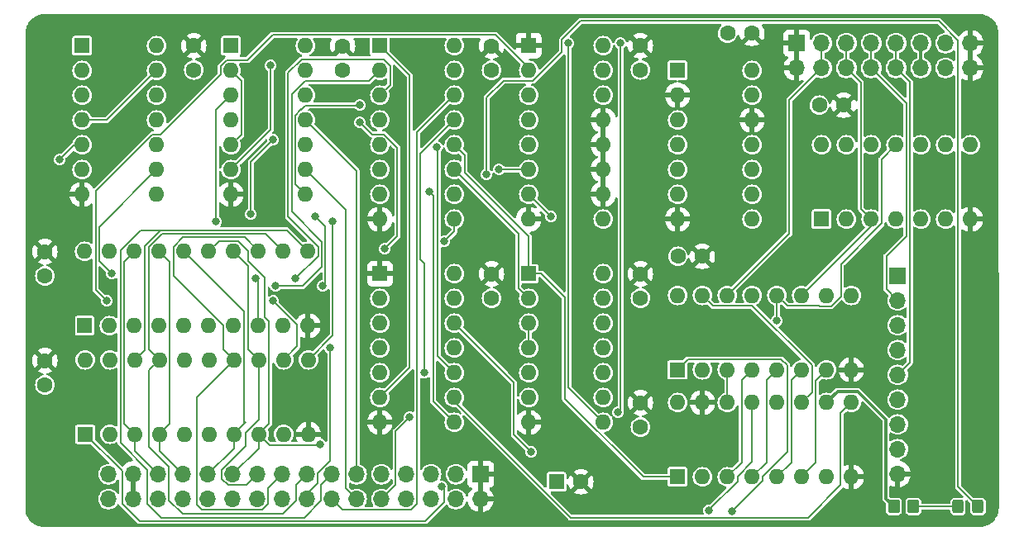
<source format=gbr>
%TF.GenerationSoftware,KiCad,Pcbnew,8.0.5*%
%TF.CreationDate,2024-11-04T18:15:49+01:00*%
%TF.ProjectId,spi master,73706920-6d61-4737-9465-722e6b696361,rev?*%
%TF.SameCoordinates,Original*%
%TF.FileFunction,Copper,L1,Top*%
%TF.FilePolarity,Positive*%
%FSLAX46Y46*%
G04 Gerber Fmt 4.6, Leading zero omitted, Abs format (unit mm)*
G04 Created by KiCad (PCBNEW 8.0.5) date 2024-11-04 18:15:49*
%MOMM*%
%LPD*%
G01*
G04 APERTURE LIST*
G04 Aperture macros list*
%AMRoundRect*
0 Rectangle with rounded corners*
0 $1 Rounding radius*
0 $2 $3 $4 $5 $6 $7 $8 $9 X,Y pos of 4 corners*
0 Add a 4 corners polygon primitive as box body*
4,1,4,$2,$3,$4,$5,$6,$7,$8,$9,$2,$3,0*
0 Add four circle primitives for the rounded corners*
1,1,$1+$1,$2,$3*
1,1,$1+$1,$4,$5*
1,1,$1+$1,$6,$7*
1,1,$1+$1,$8,$9*
0 Add four rect primitives between the rounded corners*
20,1,$1+$1,$2,$3,$4,$5,0*
20,1,$1+$1,$4,$5,$6,$7,0*
20,1,$1+$1,$6,$7,$8,$9,0*
20,1,$1+$1,$8,$9,$2,$3,0*%
G04 Aperture macros list end*
%TA.AperFunction,ComponentPad*%
%ADD10R,1.700000X1.700000*%
%TD*%
%TA.AperFunction,ComponentPad*%
%ADD11O,1.700000X1.700000*%
%TD*%
%TA.AperFunction,ComponentPad*%
%ADD12R,1.600000X1.600000*%
%TD*%
%TA.AperFunction,ComponentPad*%
%ADD13O,1.600000X1.600000*%
%TD*%
%TA.AperFunction,ComponentPad*%
%ADD14C,1.600000*%
%TD*%
%TA.AperFunction,SMDPad,CuDef*%
%ADD15RoundRect,0.250000X0.325000X0.450000X-0.325000X0.450000X-0.325000X-0.450000X0.325000X-0.450000X0*%
%TD*%
%TA.AperFunction,SMDPad,CuDef*%
%ADD16RoundRect,0.250000X-0.350000X-0.450000X0.350000X-0.450000X0.350000X0.450000X-0.350000X0.450000X0*%
%TD*%
%TA.AperFunction,ViaPad*%
%ADD17C,0.800000*%
%TD*%
%TA.AperFunction,Conductor*%
%ADD18C,0.300000*%
%TD*%
%TA.AperFunction,Conductor*%
%ADD19C,0.200000*%
%TD*%
G04 APERTURE END LIST*
D10*
%TO.P,J2,1,Pin_1*%
%TO.N,GND*%
X147231100Y-112522000D03*
D11*
%TO.P,J2,2,Pin_2*%
X147231100Y-115062000D03*
%TO.P,J2,3,Pin_3*%
%TO.N,+5V*%
X144691100Y-112522000D03*
%TO.P,J2,4,Pin_4*%
X144691100Y-115062000D03*
%TO.P,J2,5,Pin_5*%
%TO.N,unconnected-(J2-Pin_5-Pad5)*%
X142151100Y-112522000D03*
%TO.P,J2,6,Pin_6*%
%TO.N,unconnected-(J2-Pin_6-Pad6)*%
X142151100Y-115062000D03*
%TO.P,J2,7,Pin_7*%
%TO.N,unconnected-(J2-Pin_7-Pad7)*%
X139611100Y-112522000D03*
%TO.P,J2,8,Pin_8*%
%TO.N,unconnected-(J2-Pin_8-Pad8)*%
X139611100Y-115062000D03*
%TO.P,J2,9,Pin_9*%
%TO.N,unconnected-(J2-Pin_9-Pad9)*%
X137071100Y-112522000D03*
%TO.P,J2,10,Pin_10*%
%TO.N,~{RES}*%
X137071100Y-115062000D03*
%TO.P,J2,11,Pin_11*%
%TO.N,~{IRQ}*%
X134531100Y-112522000D03*
%TO.P,J2,12,Pin_12*%
%TO.N,CLK*%
X134531100Y-115062000D03*
%TO.P,J2,13,Pin_13*%
%TO.N,/D7*%
X131991100Y-112522000D03*
%TO.P,J2,14,Pin_14*%
%TO.N,R~{W}*%
X131991100Y-115062000D03*
%TO.P,J2,15,Pin_15*%
%TO.N,/D6*%
X129451100Y-112522000D03*
%TO.P,J2,16,Pin_16*%
%TO.N,~{CS}*%
X129451100Y-115062000D03*
%TO.P,J2,17,Pin_17*%
%TO.N,/D5*%
X126911100Y-112522000D03*
%TO.P,J2,18,Pin_18*%
%TO.N,unconnected-(J2-Pin_18-Pad18)*%
X126911100Y-115062000D03*
%TO.P,J2,19,Pin_19*%
%TO.N,/D4*%
X124371100Y-112522000D03*
%TO.P,J2,20,Pin_20*%
%TO.N,unconnected-(J2-Pin_20-Pad20)*%
X124371100Y-115062000D03*
%TO.P,J2,21,Pin_21*%
%TO.N,/D3*%
X121831100Y-112522000D03*
%TO.P,J2,22,Pin_22*%
%TO.N,unconnected-(J2-Pin_22-Pad22)*%
X121831100Y-115062000D03*
%TO.P,J2,23,Pin_23*%
%TO.N,/D2*%
X119291100Y-112522000D03*
%TO.P,J2,24,Pin_24*%
%TO.N,unconnected-(J2-Pin_24-Pad24)*%
X119291100Y-115062000D03*
%TO.P,J2,25,Pin_25*%
%TO.N,/D1*%
X116751100Y-112522000D03*
%TO.P,J2,26,Pin_26*%
%TO.N,unconnected-(J2-Pin_26-Pad26)*%
X116751100Y-115062000D03*
%TO.P,J2,27,Pin_27*%
%TO.N,/D0*%
X114211100Y-112522000D03*
%TO.P,J2,28,Pin_28*%
%TO.N,A0*%
X114211100Y-115062000D03*
%TO.P,J2,29,Pin_29*%
%TO.N,GND*%
X111671100Y-112522000D03*
%TO.P,J2,30,Pin_30*%
X111671100Y-115062000D03*
%TO.P,J2,31,Pin_31*%
%TO.N,+5V*%
X109131100Y-112522000D03*
%TO.P,J2,32,Pin_32*%
X109131100Y-115062000D03*
%TD*%
D12*
%TO.P,U9,1,~{R}*%
%TO.N,~{ITC_RES}*%
X106426000Y-68580000D03*
D13*
%TO.P,U9,2,D*%
%TO.N,+5V*%
X106426000Y-71120000D03*
%TO.P,U9,3,C*%
X106426000Y-73660000D03*
%TO.P,U9,4,~{S}*%
%TO.N,~{TX_COMPLETE_RES}*%
X106426000Y-76200000D03*
%TO.P,U9,5,Q*%
%TO.N,ITC*%
X106426000Y-78740000D03*
%TO.P,U9,6,~{Q}*%
%TO.N,unconnected-(U9A-~{Q}-Pad6)*%
X106426000Y-81280000D03*
%TO.P,U9,7,GND*%
%TO.N,GND*%
X106426000Y-83820000D03*
%TO.P,U9,8,~{Q}*%
%TO.N,Net-(D1-K)*%
X114046000Y-83820000D03*
%TO.P,U9,9,Q*%
%TO.N,RUNNING*%
X114046000Y-81280000D03*
%TO.P,U9,10,~{S}*%
%TO.N,~{DATA_WR}*%
X114046000Y-78740000D03*
%TO.P,U9,11,C*%
%TO.N,+5V*%
X114046000Y-76200000D03*
%TO.P,U9,12,D*%
X114046000Y-73660000D03*
%TO.P,U9,13,~{R}*%
%TO.N,~{TX_COMPLETE_RES}*%
X114046000Y-71120000D03*
%TO.P,U9,14,VCC*%
%TO.N,+5V*%
X114046000Y-68580000D03*
%TD*%
D12*
%TO.P,U4,1*%
%TO.N,GND*%
X136906000Y-91948000D03*
D13*
%TO.P,U4,2*%
%TO.N,unconnected-(U4-Pad2)*%
X136906000Y-94488000D03*
%TO.P,U4,3*%
%TO.N,TX_COMPLETE*%
X136906000Y-97028000D03*
%TO.P,U4,4*%
%TO.N,Net-(U4-Pad4)*%
X136906000Y-99568000D03*
%TO.P,U4,5*%
%TO.N,DEN*%
X136906000Y-102108000D03*
%TO.P,U4,6*%
%TO.N,Net-(U3A-E)*%
X136906000Y-104648000D03*
%TO.P,U4,7,GND*%
%TO.N,GND*%
X136906000Y-107188000D03*
%TO.P,U4,8*%
%TO.N,Net-(U2-Pad4)*%
X144526000Y-107188000D03*
%TO.P,U4,9*%
%TO.N,Net-(U7-Q7)*%
X144526000Y-104648000D03*
%TO.P,U4,10*%
%TO.N,Net-(U2-Pad10)*%
X144526000Y-102108000D03*
%TO.P,U4,11*%
%TO.N,~{CS}*%
X144526000Y-99568000D03*
%TO.P,U4,12*%
%TO.N,~{SPI_CLK}*%
X144526000Y-97028000D03*
%TO.P,U4,13*%
%TO.N,SPI_CLK*%
X144526000Y-94488000D03*
%TO.P,U4,14,VCC*%
%TO.N,+5V*%
X144526000Y-91948000D03*
%TD*%
D12*
%TO.P,U7,1,~{PL}*%
%TO.N,~{DATA_WR}*%
X167376000Y-112776000D03*
D13*
%TO.P,U7,2,CP*%
%TO.N,~{SPI_CLK}*%
X169916000Y-112776000D03*
%TO.P,U7,3,D4*%
%TO.N,/D4*%
X172456000Y-112776000D03*
%TO.P,U7,4,D5*%
%TO.N,/D5*%
X174996000Y-112776000D03*
%TO.P,U7,5,D6*%
%TO.N,/D6*%
X177536000Y-112776000D03*
%TO.P,U7,6,D7*%
%TO.N,/D7*%
X180076000Y-112776000D03*
%TO.P,U7,7,~{Q7}*%
%TO.N,unconnected-(U7-~{Q7}-Pad7)*%
X182616000Y-112776000D03*
%TO.P,U7,8,GND*%
%TO.N,GND*%
X185156000Y-112776000D03*
%TO.P,U7,9,Q7*%
%TO.N,Net-(U7-Q7)*%
X185156000Y-105156000D03*
%TO.P,U7,10,DS*%
%TO.N,+5V*%
X182616000Y-105156000D03*
%TO.P,U7,11,D0*%
%TO.N,/D0*%
X180076000Y-105156000D03*
%TO.P,U7,12,D1*%
%TO.N,/D1*%
X177536000Y-105156000D03*
%TO.P,U7,13,D2*%
%TO.N,/D2*%
X174996000Y-105156000D03*
%TO.P,U7,14,D3*%
%TO.N,/D3*%
X172456000Y-105156000D03*
%TO.P,U7,15,~{CE}*%
%TO.N,GND*%
X169916000Y-105156000D03*
%TO.P,U7,16,VCC*%
%TO.N,+5V*%
X167376000Y-105156000D03*
%TD*%
D12*
%TO.P,U8,1,CP*%
%TO.N,+5V*%
X167376000Y-71115000D03*
D13*
%TO.P,U8,2,MR*%
%TO.N,GND*%
X167376000Y-73655000D03*
%TO.P,U8,3,Q0*%
%TO.N,unconnected-(U8A-Q0-Pad3)*%
X167376000Y-76195000D03*
%TO.P,U8,4,Q1*%
%TO.N,unconnected-(U8A-Q1-Pad4)*%
X167376000Y-78735000D03*
%TO.P,U8,5,Q2*%
%TO.N,unconnected-(U8A-Q2-Pad5)*%
X167376000Y-81275000D03*
%TO.P,U8,6,Q3*%
%TO.N,unconnected-(U8A-Q3-Pad6)*%
X167376000Y-83815000D03*
%TO.P,U8,7,GND*%
%TO.N,GND*%
X167376000Y-86355000D03*
%TO.P,U8,8,Q3*%
%TO.N,Net-(U10-I3a)*%
X174996000Y-86355000D03*
%TO.P,U8,9,Q2*%
%TO.N,Net-(U10-I2a)*%
X174996000Y-83815000D03*
%TO.P,U8,10,Q1*%
%TO.N,Net-(U10-I1a)*%
X174996000Y-81275000D03*
%TO.P,U8,11,Q0*%
%TO.N,unconnected-(U8B-Q0-Pad11)*%
X174996000Y-78735000D03*
%TO.P,U8,12,MR*%
%TO.N,GND*%
X174996000Y-76195000D03*
%TO.P,U8,13,CP*%
%TO.N,CLK*%
X174996000Y-73655000D03*
%TO.P,U8,14,VCC*%
%TO.N,+5V*%
X174996000Y-71115000D03*
%TD*%
D12*
%TO.P,U6,1,QB*%
%TO.N,/D1*%
X167376000Y-101803200D03*
D13*
%TO.P,U6,2,QC*%
%TO.N,/D2*%
X169916000Y-101803200D03*
%TO.P,U6,3,QD*%
%TO.N,/D3*%
X172456000Y-101803200D03*
%TO.P,U6,4,QE*%
%TO.N,/D4*%
X174996000Y-101803200D03*
%TO.P,U6,5,QF*%
%TO.N,/D5*%
X177536000Y-101803200D03*
%TO.P,U6,6,QG*%
%TO.N,/D6*%
X180076000Y-101803200D03*
%TO.P,U6,7,QH*%
%TO.N,/D7*%
X182616000Y-101803200D03*
%TO.P,U6,8,GND*%
%TO.N,GND*%
X185156000Y-101803200D03*
%TO.P,U6,9,QH'*%
%TO.N,unconnected-(U6-QH'-Pad9)*%
X185156000Y-94183200D03*
%TO.P,U6,10,~{SRCLR}*%
%TO.N,+5V*%
X182616000Y-94183200D03*
%TO.P,U6,11,SRCLK*%
%TO.N,SPI_CLK*%
X180076000Y-94183200D03*
%TO.P,U6,12,RCLK*%
%TO.N,TX_COMPLETE*%
X177536000Y-94183200D03*
%TO.P,U6,13,~{OE}*%
%TO.N,~{DATA_RD}*%
X174996000Y-94183200D03*
%TO.P,U6,14,SER*%
%TO.N,MISO*%
X172456000Y-94183200D03*
%TO.P,U6,15,QA*%
%TO.N,/D0*%
X169916000Y-94183200D03*
%TO.P,U6,16,VCC*%
%TO.N,+5V*%
X167376000Y-94183200D03*
%TD*%
D12*
%TO.P,U12,1,A->B*%
%TO.N,+5V*%
X106685000Y-97282000D03*
D13*
%TO.P,U12,2,A0*%
%TO.N,DIV0*%
X109225000Y-97282000D03*
%TO.P,U12,3,A1*%
%TO.N,DIV1*%
X111765000Y-97282000D03*
%TO.P,U12,4,A2*%
%TO.N,SEL0*%
X114305000Y-97282000D03*
%TO.P,U12,5,A3*%
%TO.N,SEL1*%
X116845000Y-97282000D03*
%TO.P,U12,6,A4*%
%TO.N,DEN*%
X119385000Y-97282000D03*
%TO.P,U12,7,A5*%
%TO.N,IEN*%
X121925000Y-97282000D03*
%TO.P,U12,8,A6*%
%TO.N,RUNNING*%
X124465000Y-97282000D03*
%TO.P,U12,9,A7*%
%TO.N,ITC*%
X127005000Y-97282000D03*
%TO.P,U12,10,GND*%
%TO.N,GND*%
X129545000Y-97282000D03*
%TO.P,U12,11,B7*%
%TO.N,/D7*%
X129545000Y-89662000D03*
%TO.P,U12,12,B6*%
%TO.N,/D6*%
X127005000Y-89662000D03*
%TO.P,U12,13,B5*%
%TO.N,/D5*%
X124465000Y-89662000D03*
%TO.P,U12,14,B4*%
%TO.N,/D4*%
X121925000Y-89662000D03*
%TO.P,U12,15,B3*%
%TO.N,/D3*%
X119385000Y-89662000D03*
%TO.P,U12,16,B2*%
%TO.N,/D2*%
X116845000Y-89662000D03*
%TO.P,U12,17,B1*%
%TO.N,/D1*%
X114305000Y-89662000D03*
%TO.P,U12,18,B0*%
%TO.N,/D0*%
X111765000Y-89662000D03*
%TO.P,U12,19,CE*%
%TO.N,~{CTRL_RD}*%
X109225000Y-89662000D03*
%TO.P,U12,20,VCC*%
%TO.N,+5V*%
X106685000Y-89662000D03*
%TD*%
D12*
%TO.P,U11,1,~{Mr}*%
%TO.N,~{RES}*%
X106735800Y-108417360D03*
D13*
%TO.P,U11,2,Q0*%
%TO.N,DIV0*%
X109275800Y-108417360D03*
%TO.P,U11,3,D0*%
%TO.N,/D0*%
X111815800Y-108417360D03*
%TO.P,U11,4,D1*%
%TO.N,/D1*%
X114355800Y-108417360D03*
%TO.P,U11,5,Q1*%
%TO.N,DIV1*%
X116895800Y-108417360D03*
%TO.P,U11,6,Q2*%
%TO.N,SEL0*%
X119435800Y-108417360D03*
%TO.P,U11,7,D2*%
%TO.N,/D2*%
X121975800Y-108417360D03*
%TO.P,U11,8,D3*%
%TO.N,/D3*%
X124515800Y-108417360D03*
%TO.P,U11,9,Q3*%
%TO.N,SEL1*%
X127055800Y-108417360D03*
%TO.P,U11,10,GND*%
%TO.N,GND*%
X129595800Y-108417360D03*
%TO.P,U11,11,Cp*%
%TO.N,~{CTRL_WR}*%
X129595800Y-100797360D03*
%TO.P,U11,12,Q4*%
%TO.N,DEN*%
X127055800Y-100797360D03*
%TO.P,U11,13,D4*%
%TO.N,/D4*%
X124515800Y-100797360D03*
%TO.P,U11,14,D5*%
%TO.N,/D5*%
X121975800Y-100797360D03*
%TO.P,U11,15,Q5*%
%TO.N,IEN*%
X119435800Y-100797360D03*
%TO.P,U11,16,Q6*%
%TO.N,unconnected-(U11-Q6-Pad16)*%
X116895800Y-100797360D03*
%TO.P,U11,17,D6*%
%TO.N,/D6*%
X114355800Y-100797360D03*
%TO.P,U11,18,D7*%
%TO.N,/D7*%
X111815800Y-100797360D03*
%TO.P,U11,19,Q7*%
%TO.N,unconnected-(U11-Q7-Pad19)*%
X109275800Y-100797360D03*
%TO.P,U11,20,VCC*%
%TO.N,+5V*%
X106735800Y-100797360D03*
%TD*%
D12*
%TO.P,U3,1,E*%
%TO.N,Net-(U3A-E)*%
X136896000Y-68570000D03*
D13*
%TO.P,U3,2,A0*%
%TO.N,SEL0*%
X136896000Y-71110000D03*
%TO.P,U3,3,A1*%
%TO.N,SEL1*%
X136896000Y-73650000D03*
%TO.P,U3,4,O0*%
%TO.N,~{CS0}*%
X136896000Y-76190000D03*
%TO.P,U3,5,O1*%
%TO.N,~{CS1}*%
X136896000Y-78730000D03*
%TO.P,U3,6,O2*%
%TO.N,~{CS2}*%
X136896000Y-81270000D03*
%TO.P,U3,7,O3*%
%TO.N,~{CS3}*%
X136896000Y-83810000D03*
%TO.P,U3,8,GND*%
%TO.N,GND*%
X136896000Y-86350000D03*
%TO.P,U3,9,O3*%
%TO.N,~{CTRL_RD}*%
X144516000Y-86350000D03*
%TO.P,U3,10,O2*%
%TO.N,~{CTRL_WR}*%
X144516000Y-83810000D03*
%TO.P,U3,11,O1*%
%TO.N,~{DATA_RD}*%
X144516000Y-81270000D03*
%TO.P,U3,12,O0*%
%TO.N,~{DATA_WR}*%
X144516000Y-78730000D03*
%TO.P,U3,13,A1*%
%TO.N,A0*%
X144516000Y-76190000D03*
%TO.P,U3,14,A0*%
%TO.N,R~{W}*%
X144516000Y-73650000D03*
%TO.P,U3,15,E*%
%TO.N,~{CS}_{QUAL}*%
X144516000Y-71110000D03*
%TO.P,U3,16,VCC*%
%TO.N,+5V*%
X144516000Y-68570000D03*
%TD*%
D12*
%TO.P,U10,1,Ea*%
%TO.N,GND*%
X152136000Y-68570000D03*
D13*
%TO.P,U10,2,S1*%
%TO.N,DIV1*%
X152136000Y-71110000D03*
%TO.P,U10,3,I3a*%
%TO.N,Net-(U10-I3a)*%
X152136000Y-73650000D03*
%TO.P,U10,4,I2a*%
%TO.N,Net-(U10-I2a)*%
X152136000Y-76190000D03*
%TO.P,U10,5,I1a*%
%TO.N,Net-(U10-I1a)*%
X152136000Y-78730000D03*
%TO.P,U10,6,I0a*%
%TO.N,CLK*%
X152136000Y-81270000D03*
%TO.P,U10,7,Za*%
%TO.N,DIV_CLK*%
X152136000Y-83810000D03*
%TO.P,U10,8,GND*%
%TO.N,GND*%
X152136000Y-86350000D03*
%TO.P,U10,9,Zb*%
%TO.N,unconnected-(U10-Zb-Pad9)*%
X159756000Y-86350000D03*
%TO.P,U10,10,I0b*%
%TO.N,GND*%
X159756000Y-83810000D03*
%TO.P,U10,11,I1b*%
X159756000Y-81270000D03*
%TO.P,U10,12,I2b*%
X159756000Y-78730000D03*
%TO.P,U10,13,I3b*%
X159756000Y-76190000D03*
%TO.P,U10,14,S0*%
%TO.N,DIV0*%
X159756000Y-73650000D03*
%TO.P,U10,15,Eb*%
%TO.N,+5V*%
X159756000Y-71110000D03*
%TO.P,U10,16,VCC*%
X159756000Y-68570000D03*
%TD*%
D10*
%TO.P,J5,1,Pin_1*%
%TO.N,GND*%
X179578000Y-68326000D03*
D11*
%TO.P,J5,2,Pin_2*%
X179578000Y-70866000D03*
%TO.P,J5,3,Pin_3*%
%TO.N,MISO*%
X182118000Y-68326000D03*
%TO.P,J5,4,Pin_4*%
X182118000Y-70866000D03*
%TO.P,J5,5,Pin_5*%
%TO.N,SPI_CLK*%
X184658000Y-68326000D03*
%TO.P,J5,6,Pin_6*%
X184658000Y-70866000D03*
%TO.P,J5,7,Pin_7*%
%TO.N,MOSI*%
X187198000Y-68326000D03*
%TO.P,J5,8,Pin_8*%
X187198000Y-70866000D03*
%TO.P,J5,9,Pin_9*%
%TO.N,~{CS0}*%
X189738000Y-68326000D03*
%TO.P,J5,10,Pin_10*%
X189738000Y-70866000D03*
%TO.P,J5,11,Pin_11*%
%TO.N,+5V*%
X192278000Y-68326000D03*
%TO.P,J5,12,Pin_12*%
X192278000Y-70866000D03*
%TO.P,J5,13,Pin_13*%
%TO.N,unconnected-(J5-Pin_13-Pad13)*%
X194818000Y-68326000D03*
%TO.P,J5,14,Pin_14*%
%TO.N,unconnected-(J5-Pin_14-Pad14)*%
X194818000Y-70866000D03*
%TO.P,J5,15,Pin_15*%
%TO.N,GND*%
X197358000Y-68326000D03*
%TO.P,J5,16,Pin_16*%
X197358000Y-70866000D03*
%TD*%
D14*
%TO.P,C5,1*%
%TO.N,+5V*%
X172486000Y-67310000D03*
%TO.P,C5,2*%
%TO.N,GND*%
X174986000Y-67310000D03*
%TD*%
%TO.P,C4,1*%
%TO.N,+5V*%
X163566000Y-71080000D03*
%TO.P,C4,2*%
%TO.N,GND*%
X163566000Y-68580000D03*
%TD*%
%TO.P,C11,1*%
%TO.N,+5V*%
X167406000Y-90170000D03*
%TO.P,C11,2*%
%TO.N,GND*%
X169906000Y-90170000D03*
%TD*%
D12*
%TO.P,U5,1*%
%TO.N,~{DATA_WR}*%
X152146000Y-91953000D03*
D13*
%TO.P,U5,2*%
%TO.N,~{DATA_RD}*%
X152146000Y-94493000D03*
%TO.P,U5,3*%
%TO.N,Net-(U5-Pad3)*%
X152146000Y-97033000D03*
%TO.P,U5,4*%
X152146000Y-99573000D03*
%TO.P,U5,5*%
%TO.N,~{RES}*%
X152146000Y-102113000D03*
%TO.P,U5,6*%
%TO.N,~{ITC_RES}*%
X152146000Y-104653000D03*
%TO.P,U5,7,GND*%
%TO.N,GND*%
X152146000Y-107193000D03*
%TO.P,U5,8*%
%TO.N,~{TX_COMPLETE_RES}*%
X159766000Y-107193000D03*
%TO.P,U5,9*%
%TO.N,Net-(U4-Pad4)*%
X159766000Y-104653000D03*
%TO.P,U5,10*%
%TO.N,~{RES}*%
X159766000Y-102113000D03*
%TO.P,U5,11*%
%TO.N,unconnected-(U5-Pad11)*%
X159766000Y-99573000D03*
%TO.P,U5,12*%
%TO.N,+5V*%
X159766000Y-97033000D03*
%TO.P,U5,13*%
X159766000Y-94493000D03*
%TO.P,U5,14,VCC*%
X159766000Y-91953000D03*
%TD*%
D12*
%TO.P,U1,1,CP*%
%TO.N,DIV_CLK*%
X182118000Y-86360000D03*
D13*
%TO.P,U1,2,MR*%
%TO.N,Net-(U1A-MR)*%
X184658000Y-86360000D03*
%TO.P,U1,3,Q0*%
%TO.N,SPI_CLK*%
X187198000Y-86360000D03*
%TO.P,U1,4,Q1*%
%TO.N,unconnected-(U1A-Q1-Pad4)*%
X189738000Y-86360000D03*
%TO.P,U1,5,Q2*%
%TO.N,unconnected-(U1A-Q2-Pad5)*%
X192278000Y-86360000D03*
%TO.P,U1,6,Q3*%
%TO.N,Net-(U1A-Q3)*%
X194818000Y-86360000D03*
%TO.P,U1,7,GND*%
%TO.N,GND*%
X197358000Y-86360000D03*
%TO.P,U1,8,Q3*%
%TO.N,unconnected-(U1B-Q3-Pad8)*%
X197358000Y-78740000D03*
%TO.P,U1,9,Q2*%
%TO.N,unconnected-(U1B-Q2-Pad9)*%
X194818000Y-78740000D03*
%TO.P,U1,10,Q1*%
%TO.N,unconnected-(U1B-Q1-Pad10)*%
X192278000Y-78740000D03*
%TO.P,U1,11,Q0*%
%TO.N,TX_COMPLETE*%
X189738000Y-78740000D03*
%TO.P,U1,12,MR*%
%TO.N,Net-(U1A-MR)*%
X187198000Y-78740000D03*
%TO.P,U1,13,CP*%
%TO.N,Net-(U1A-Q3)*%
X184658000Y-78740000D03*
%TO.P,U1,14,VCC*%
%TO.N,+5V*%
X182118000Y-78740000D03*
%TD*%
D15*
%TO.P,D1,1,K*%
%TO.N,Net-(D1-K)*%
X198138000Y-115824000D03*
%TO.P,D1,2,A*%
%TO.N,Net-(D1-A)*%
X196088000Y-115824000D03*
%TD*%
D12*
%TO.P,C13,1*%
%TO.N,+5V*%
X154980000Y-113284000D03*
D14*
%TO.P,C13,2*%
%TO.N,GND*%
X157480000Y-113284000D03*
%TD*%
%TO.P,C12,1*%
%TO.N,+5V*%
X163576000Y-107676000D03*
%TO.P,C12,2*%
%TO.N,GND*%
X163576000Y-105176000D03*
%TD*%
%TO.P,C10,1*%
%TO.N,+5V*%
X163576000Y-94468000D03*
%TO.P,C10,2*%
%TO.N,GND*%
X163576000Y-91968000D03*
%TD*%
%TO.P,C2,1*%
%TO.N,+5V*%
X133086000Y-71100000D03*
%TO.P,C2,2*%
%TO.N,GND*%
X133086000Y-68600000D03*
%TD*%
%TO.P,C6,1*%
%TO.N,+5V*%
X181884000Y-74676000D03*
%TO.P,C6,2*%
%TO.N,GND*%
X184384000Y-74676000D03*
%TD*%
%TO.P,C9,1*%
%TO.N,+5V*%
X148336000Y-94468000D03*
%TO.P,C9,2*%
%TO.N,GND*%
X148336000Y-91968000D03*
%TD*%
D12*
%TO.P,U2,1*%
%TO.N,~{RES}*%
X121666000Y-68575000D03*
D13*
%TO.P,U2,2*%
%TO.N,RUNNING*%
X121666000Y-71115000D03*
%TO.P,U2,3*%
%TO.N,Net-(U1A-MR)*%
X121666000Y-73655000D03*
%TO.P,U2,4*%
%TO.N,Net-(U2-Pad4)*%
X121666000Y-76195000D03*
%TO.P,U2,5*%
%TO.N,RUNNING*%
X121666000Y-78735000D03*
%TO.P,U2,6*%
%TO.N,MOSI*%
X121666000Y-81275000D03*
%TO.P,U2,7,GND*%
%TO.N,GND*%
X121666000Y-83815000D03*
%TO.P,U2,8*%
%TO.N,~{CS}_{QUAL}*%
X129286000Y-83815000D03*
%TO.P,U2,9*%
%TO.N,CLK*%
X129286000Y-81275000D03*
%TO.P,U2,10*%
%TO.N,Net-(U2-Pad10)*%
X129286000Y-78735000D03*
%TO.P,U2,11*%
%TO.N,~{IRQ}*%
X129286000Y-76195000D03*
%TO.P,U2,12*%
%TO.N,ITC*%
X129286000Y-73655000D03*
%TO.P,U2,13*%
%TO.N,IEN*%
X129286000Y-71115000D03*
%TO.P,U2,14,VCC*%
%TO.N,+5V*%
X129286000Y-68575000D03*
%TD*%
D16*
%TO.P,R1,1*%
%TO.N,+5V*%
X189516000Y-115824000D03*
%TO.P,R1,2*%
%TO.N,Net-(D1-A)*%
X191516000Y-115824000D03*
%TD*%
D14*
%TO.P,C1,1*%
%TO.N,+5V*%
X117856000Y-71080000D03*
%TO.P,C1,2*%
%TO.N,GND*%
X117856000Y-68580000D03*
%TD*%
%TO.P,C3,1*%
%TO.N,+5V*%
X148326000Y-71100000D03*
%TO.P,C3,2*%
%TO.N,GND*%
X148326000Y-68600000D03*
%TD*%
%TO.P,C8,1*%
%TO.N,+5V*%
X102616000Y-103358000D03*
%TO.P,C8,2*%
%TO.N,GND*%
X102616000Y-100858000D03*
%TD*%
%TO.P,C7,1*%
%TO.N,+5V*%
X102616000Y-92182000D03*
%TO.P,C7,2*%
%TO.N,GND*%
X102616000Y-89682000D03*
%TD*%
D10*
%TO.P,J1,1,Pin_1*%
%TO.N,+5V*%
X189910000Y-92162000D03*
D11*
%TO.P,J1,2,Pin_2*%
%TO.N,MOSI*%
X189910000Y-94702000D03*
%TO.P,J1,3,Pin_3*%
%TO.N,MISO*%
X189910000Y-97242000D03*
%TO.P,J1,4,Pin_4*%
%TO.N,SPI_CLK*%
X189910000Y-99782000D03*
%TO.P,J1,5,Pin_5*%
%TO.N,~{CS0}*%
X189910000Y-102322000D03*
%TO.P,J1,6,Pin_6*%
%TO.N,~{CS1}*%
X189910000Y-104862000D03*
%TO.P,J1,7,Pin_7*%
%TO.N,~{CS2}*%
X189910000Y-107402000D03*
%TO.P,J1,8,Pin_8*%
%TO.N,~{CS3}*%
X189910000Y-109942000D03*
%TO.P,J1,9,Pin_9*%
%TO.N,GND*%
X189910000Y-112482000D03*
%TD*%
D17*
%TO.N,/D1*%
X172956533Y-116314533D03*
%TO.N,/D2*%
X170561000Y-116205000D03*
%TO.N,/D3*%
X130810000Y-109474000D03*
%TO.N,~{CS}*%
X131826000Y-99568000D03*
%TO.N,CLK*%
X149108000Y-81270000D03*
%TO.N,~{RES}*%
X139954000Y-106680000D03*
X143256000Y-113792000D03*
%TO.N,A0*%
X141478000Y-102108000D03*
%TO.N,MOSI*%
X125730000Y-70612000D03*
%TO.N,IEN*%
X134874000Y-76454000D03*
X137414000Y-89408000D03*
%TO.N,ITC*%
X130302000Y-86106000D03*
X131064000Y-93218000D03*
X104140000Y-80264000D03*
%TO.N,DIV_CLK*%
X154432000Y-86106000D03*
%TO.N,RUNNING*%
X124206000Y-92456000D03*
X109474000Y-91948000D03*
%TO.N,TX_COMPLETE*%
X177546000Y-96774000D03*
%TO.N,Net-(U2-Pad4)*%
X141986000Y-83566000D03*
%TO.N,Net-(U2-Pad10)*%
X142748000Y-78994000D03*
%TO.N,DEN*%
X125984000Y-94742000D03*
%TO.N,SEL1*%
X128270000Y-92456000D03*
%TO.N,SEL0*%
X126238000Y-93218000D03*
%TO.N,~{CS}_{QUAL}*%
X134874000Y-74676000D03*
%TO.N,Net-(U1A-MR)*%
X120142000Y-86614000D03*
%TO.N,DIV0*%
X123698000Y-85852000D03*
X125984000Y-78232000D03*
%TO.N,DIV1*%
X108966000Y-94742000D03*
%TO.N,~{CTRL_RD}*%
X143510000Y-88646000D03*
%TO.N,~{CTRL_WR}*%
X132080000Y-86614000D03*
%TO.N,~{SPI_CLK}*%
X152400000Y-110236000D03*
%TO.N,~{TX_COMPLETE_RES}*%
X156210000Y-68326000D03*
%TO.N,~{ITC_RES}*%
X161290000Y-106172000D03*
X161544000Y-68326000D03*
%TO.N,Net-(D1-K)*%
X147828000Y-81788000D03*
%TD*%
D18*
%TO.N,+5V*%
X183766000Y-104006000D02*
X185794000Y-104006000D01*
X185794000Y-104006000D02*
X188710000Y-106922000D01*
X188710000Y-115018000D02*
X189516000Y-115824000D01*
X192278000Y-68326000D02*
X192278000Y-70866000D01*
X182616000Y-105156000D02*
X183766000Y-104006000D01*
X188710000Y-106922000D02*
X188710000Y-115018000D01*
%TO.N,GND*%
X179578000Y-68326000D02*
X179578000Y-70866000D01*
X197358000Y-68326000D02*
X197358000Y-70866000D01*
D19*
%TO.N,/D0*%
X170976000Y-95243200D02*
X175015067Y-95243200D01*
X110705000Y-90722000D02*
X110705000Y-107306560D01*
X169916000Y-94183200D02*
X170976000Y-95243200D01*
X111815800Y-108417360D02*
X111815800Y-110126700D01*
X111815800Y-110126700D02*
X114211100Y-112522000D01*
X111765000Y-89662000D02*
X110705000Y-90722000D01*
X175015067Y-95243200D02*
X181136000Y-101364133D01*
X110705000Y-107306560D02*
X111815800Y-108417360D01*
X181136000Y-101364133D02*
X181136000Y-104096000D01*
X181136000Y-104096000D02*
X180076000Y-105156000D01*
%TO.N,/D1*%
X177975067Y-100743200D02*
X178596000Y-101364133D01*
X114305000Y-89662000D02*
X115415800Y-90772800D01*
X114355800Y-108417360D02*
X114355800Y-110126700D01*
X115415800Y-107357360D02*
X114355800Y-108417360D01*
X172956533Y-116314533D02*
X176056000Y-113215067D01*
X167376000Y-101803200D02*
X168436000Y-100743200D01*
X114355800Y-110126700D02*
X116751100Y-112522000D01*
X176056000Y-112756933D02*
X176056000Y-113215067D01*
X178596000Y-101364133D02*
X178596000Y-110216933D01*
X115415800Y-90772800D02*
X115415800Y-107357360D01*
X168436000Y-100743200D02*
X177975067Y-100743200D01*
X178596000Y-110216933D02*
X176056000Y-112756933D01*
%TO.N,/D2*%
X174996000Y-111262000D02*
X173516000Y-112742000D01*
X170688000Y-116078000D02*
X170561000Y-116205000D01*
X123190000Y-107203160D02*
X121975800Y-108417360D01*
X121975800Y-109837300D02*
X119291100Y-112522000D01*
X123035800Y-107357360D02*
X121975800Y-108417360D01*
X123035800Y-95852800D02*
X123035800Y-107357360D01*
X173516000Y-113250000D02*
X170688000Y-116078000D01*
X173516000Y-112742000D02*
X173516000Y-113250000D01*
X174996000Y-105156000D02*
X174996000Y-111262000D01*
X121975800Y-108417360D02*
X121975800Y-109837300D01*
X116845000Y-89662000D02*
X123035800Y-95852800D01*
%TO.N,/D3*%
X125116000Y-96414000D02*
X125575800Y-96873800D01*
X124515800Y-109837300D02*
X121831100Y-112522000D01*
X119385000Y-89662000D02*
X120445000Y-88602000D01*
X172456000Y-101803200D02*
X172456000Y-105156000D01*
X123405000Y-90632883D02*
X125116000Y-92343883D01*
X130766640Y-109517360D02*
X125615800Y-109517360D01*
X130810000Y-109474000D02*
X130766640Y-109517360D01*
X123405000Y-89642933D02*
X123405000Y-90632883D01*
X125615800Y-109517360D02*
X124515800Y-108417360D01*
X124515800Y-108417360D02*
X124515800Y-109837300D01*
X125116000Y-92343883D02*
X125116000Y-96414000D01*
X120445000Y-88602000D02*
X122364067Y-88602000D01*
X122364067Y-88602000D02*
X123405000Y-89642933D01*
X125575800Y-107357360D02*
X124515800Y-108417360D01*
X125575800Y-96873800D02*
X125575800Y-107357360D01*
%TO.N,/D4*%
X173936000Y-102863200D02*
X173936000Y-111296000D01*
X123190000Y-109593322D02*
X120721100Y-112062222D01*
X124515800Y-100797360D02*
X124515800Y-106918293D01*
X174996000Y-101803200D02*
X173936000Y-102863200D01*
X123405000Y-91142000D02*
X123405000Y-99686560D01*
X123405000Y-99686560D02*
X124515800Y-100797360D01*
X123261100Y-113632000D02*
X124371100Y-112522000D01*
X120721100Y-112981778D02*
X121371322Y-113632000D01*
X121371322Y-113632000D02*
X123261100Y-113632000D01*
X123190000Y-108244093D02*
X123190000Y-109593322D01*
X173936000Y-111296000D02*
X172456000Y-112776000D01*
X121925000Y-89662000D02*
X123405000Y-91142000D01*
X124515800Y-106918293D02*
X123190000Y-108244093D01*
X120721100Y-112062222D02*
X120721100Y-112981778D01*
%TO.N,/D5*%
X115785000Y-89222933D02*
X115785000Y-92163000D01*
X123045000Y-88242000D02*
X116765933Y-88242000D01*
X176476000Y-111296000D02*
X174996000Y-112776000D01*
X118181100Y-104592060D02*
X121975800Y-100797360D01*
X176476000Y-102863200D02*
X176476000Y-111296000D01*
X177536000Y-101803200D02*
X176476000Y-102863200D01*
X124830878Y-116172000D02*
X118712000Y-116172000D01*
X118181100Y-115641100D02*
X118181100Y-104592060D01*
X125481100Y-113952000D02*
X125481100Y-115521778D01*
X120865000Y-97243000D02*
X120865000Y-99686560D01*
X124465000Y-89662000D02*
X123045000Y-88242000D01*
X115785000Y-92163000D02*
X120865000Y-97243000D01*
X118712000Y-116172000D02*
X118181100Y-115641100D01*
X126911100Y-112522000D02*
X125481100Y-113952000D01*
X125481100Y-115521778D02*
X124830878Y-116172000D01*
X116765933Y-88242000D02*
X115785000Y-89222933D01*
X120865000Y-99686560D02*
X121975800Y-100797360D01*
%TO.N,~{CS}*%
X130561100Y-113442883D02*
X129451100Y-114552883D01*
X131826000Y-99568000D02*
X131826000Y-111117322D01*
X130561100Y-112382222D02*
X130561100Y-113442883D01*
X131826000Y-111117322D02*
X130561100Y-112382222D01*
%TO.N,/D6*%
X128341100Y-115244900D02*
X127000000Y-116586000D01*
X128341100Y-113632000D02*
X128341100Y-115244900D01*
X125225000Y-87882000D02*
X114585933Y-87882000D01*
X127005000Y-89662000D02*
X125225000Y-87882000D01*
X114585933Y-87882000D02*
X113245000Y-89222933D01*
X115321100Y-115201778D02*
X115321100Y-111765100D01*
X113295800Y-101857360D02*
X114355800Y-100797360D01*
X113245000Y-89222933D02*
X113245000Y-99686560D01*
X180076000Y-101803200D02*
X179016000Y-102863200D01*
X127000000Y-116586000D02*
X116705322Y-116586000D01*
X179016000Y-111296000D02*
X177536000Y-112776000D01*
X113295800Y-109739800D02*
X113295800Y-101857360D01*
X116705322Y-116586000D02*
X115321100Y-115201778D01*
X179016000Y-102863200D02*
X179016000Y-111296000D01*
X129451100Y-112522000D02*
X128341100Y-113632000D01*
X115321100Y-111765100D02*
X113295800Y-109739800D01*
X113245000Y-99686560D02*
X114355800Y-100797360D01*
%TO.N,R~{W}*%
X140114000Y-116172000D02*
X140716000Y-115570000D01*
X140721100Y-107193100D02*
X140721100Y-115521778D01*
X140712000Y-107184000D02*
X140721100Y-107193100D01*
X140712000Y-107184000D02*
X140712000Y-77454000D01*
X131991100Y-115062000D02*
X133101100Y-116172000D01*
X133101100Y-116172000D02*
X140114000Y-116172000D01*
X140712000Y-77454000D02*
X144516000Y-73650000D01*
%TO.N,CLK*%
X133421100Y-113952000D02*
X133421100Y-85410100D01*
X133421100Y-85410100D02*
X129286000Y-81275000D01*
X152136000Y-81270000D02*
X149108000Y-81270000D01*
X134531100Y-115062000D02*
X133421100Y-113952000D01*
%TO.N,~{IRQ}*%
X134531100Y-81440100D02*
X129286000Y-76195000D01*
X134531100Y-112522000D02*
X134531100Y-81440100D01*
%TO.N,~{RES}*%
X138501100Y-113632000D02*
X137071100Y-115062000D01*
X110521100Y-112202660D02*
X110521100Y-115538346D01*
X143510000Y-114046000D02*
X143256000Y-113792000D01*
X138501100Y-108132900D02*
X138501100Y-113632000D01*
X112288754Y-117306000D02*
X141551100Y-117306000D01*
X139954000Y-106680000D02*
X138501100Y-108132900D01*
X141551100Y-117306000D02*
X143510000Y-115347100D01*
X110521100Y-115538346D02*
X112288754Y-117306000D01*
X106735800Y-108417360D02*
X110521100Y-112202660D01*
X143510000Y-115347100D02*
X143510000Y-114046000D01*
%TO.N,/D7*%
X181516000Y-102903200D02*
X181516000Y-111336000D01*
X112825000Y-89133816D02*
X112825000Y-99788160D01*
X129136878Y-116946000D02*
X114525322Y-116946000D01*
X180076000Y-112776000D02*
X181516000Y-111336000D01*
X113101100Y-115521778D02*
X113101100Y-112062222D01*
X131991100Y-112522000D02*
X130881100Y-113632000D01*
X110345000Y-89582933D02*
X112405933Y-87522000D01*
X127405000Y-87522000D02*
X116078000Y-87522000D01*
X130881100Y-115201778D02*
X129136878Y-116946000D01*
X112825000Y-99788160D02*
X111815800Y-100797360D01*
X114436816Y-87522000D02*
X112825000Y-89133816D01*
X129545000Y-89662000D02*
X127405000Y-87522000D01*
X116078000Y-87522000D02*
X114436816Y-87522000D01*
X182616000Y-101803200D02*
X181516000Y-102903200D01*
X114525322Y-116946000D02*
X113101100Y-115521778D01*
X110345000Y-109306122D02*
X110345000Y-89582933D01*
X130881100Y-113632000D02*
X130881100Y-115201778D01*
X112405933Y-87522000D02*
X116078000Y-87522000D01*
X113101100Y-112062222D02*
X110345000Y-109306122D01*
%TO.N,A0*%
X141478000Y-102108000D02*
X141478000Y-90932000D01*
X141478000Y-90932000D02*
X141072000Y-90526000D01*
X141072000Y-79634000D02*
X141072000Y-90526000D01*
X144516000Y-76190000D02*
X141072000Y-79634000D01*
%TO.N,~{CS0}*%
X191158000Y-101074000D02*
X189910000Y-102322000D01*
X189738000Y-70866000D02*
X191158000Y-72286000D01*
X189738000Y-68326000D02*
X189738000Y-70866000D01*
X191158000Y-72286000D02*
X191158000Y-101074000D01*
%TO.N,SPI_CLK*%
X186138000Y-85300000D02*
X187198000Y-86360000D01*
X187198000Y-87061200D02*
X187198000Y-86360000D01*
X180076000Y-94183200D02*
X187198000Y-87061200D01*
X184658000Y-70866000D02*
X186138000Y-72346000D01*
X184658000Y-68326000D02*
X184658000Y-70866000D01*
X186138000Y-72346000D02*
X186138000Y-85300000D01*
%TO.N,MISO*%
X178755200Y-87884000D02*
X178816000Y-87884000D01*
X178816000Y-87884000D02*
X178816000Y-74168000D01*
X178816000Y-74168000D02*
X182118000Y-70866000D01*
X172456000Y-94183200D02*
X178755200Y-87884000D01*
X182118000Y-70866000D02*
X182118000Y-68326000D01*
%TO.N,MOSI*%
X188760000Y-90132000D02*
X188760000Y-93552000D01*
X125730000Y-70612000D02*
X125730000Y-77211000D01*
X188760000Y-93552000D02*
X189910000Y-94702000D01*
X187198000Y-68326000D02*
X187198000Y-70866000D01*
X190798000Y-74466000D02*
X190798000Y-88094000D01*
X187198000Y-70866000D02*
X190798000Y-74466000D01*
X190798000Y-88094000D02*
X188760000Y-90132000D01*
X125730000Y-77211000D02*
X121666000Y-81275000D01*
%TO.N,IEN*%
X138684000Y-79018933D02*
X137335067Y-77670000D01*
X136090000Y-77670000D02*
X134874000Y-76454000D01*
X137335067Y-77670000D02*
X136090000Y-77670000D01*
X138684000Y-88138000D02*
X138684000Y-79018933D01*
X137414000Y-89408000D02*
X138684000Y-88138000D01*
%TO.N,ITC*%
X105664000Y-78740000D02*
X106426000Y-78740000D01*
X131325000Y-87129000D02*
X130302000Y-86106000D01*
X131325000Y-92957000D02*
X131325000Y-87129000D01*
X131064000Y-93218000D02*
X131325000Y-92957000D01*
X104140000Y-80264000D02*
X105664000Y-78740000D01*
%TO.N,DIV_CLK*%
X152136000Y-83810000D02*
X154432000Y-86106000D01*
%TO.N,RUNNING*%
X124465000Y-92715000D02*
X124206000Y-92456000D01*
X122726000Y-72175000D02*
X122726000Y-77675000D01*
X124465000Y-97282000D02*
X124465000Y-92715000D01*
X109474000Y-91948000D02*
X108165000Y-90639000D01*
X108165000Y-90639000D02*
X108165000Y-87161000D01*
X121666000Y-71115000D02*
X122726000Y-72175000D01*
X108165000Y-87161000D02*
X114046000Y-81280000D01*
X122726000Y-77675000D02*
X121666000Y-78735000D01*
%TO.N,TX_COMPLETE*%
X188258000Y-80220000D02*
X189738000Y-78740000D01*
X184096000Y-90961067D02*
X188258000Y-86799067D01*
X177536000Y-96256000D02*
X177536000Y-94183200D01*
X188258000Y-86799067D02*
X188258000Y-80220000D01*
X178596000Y-95243200D02*
X181870801Y-95243200D01*
X181910801Y-95283200D02*
X183071635Y-95283200D01*
X177546000Y-96266000D02*
X177536000Y-96256000D01*
X181870801Y-95243200D02*
X181910801Y-95283200D01*
X177546000Y-96774000D02*
X177546000Y-96266000D01*
X177536000Y-94183200D02*
X178596000Y-95243200D01*
X184096000Y-94258835D02*
X184096000Y-90961067D01*
X183071635Y-95283200D02*
X184096000Y-94258835D01*
%TO.N,Net-(U2-Pad4)*%
X142367000Y-83947000D02*
X141986000Y-83566000D01*
X142367000Y-105029000D02*
X142367000Y-83947000D01*
X142367000Y-105029000D02*
X144526000Y-107188000D01*
%TO.N,Net-(U2-Pad10)*%
X142850000Y-79350000D02*
X142748000Y-79248000D01*
X144526000Y-102108000D02*
X142850000Y-100432000D01*
X142850000Y-100432000D02*
X142850000Y-79350000D01*
%TO.N,DEN*%
X128445000Y-99408160D02*
X127055800Y-100797360D01*
X128445000Y-97203000D02*
X128445000Y-99408160D01*
X125984000Y-94742000D02*
X128445000Y-97203000D01*
%TO.N,~{DATA_WR}*%
X144516000Y-78730000D02*
X145576000Y-79790000D01*
X145576000Y-79790000D02*
X145576000Y-81568000D01*
X153421000Y-91953000D02*
X155850000Y-94382000D01*
X155850000Y-94382000D02*
X155850000Y-104776067D01*
X145576000Y-81568000D02*
X152146000Y-88138000D01*
X152146000Y-88138000D02*
X152146000Y-91953000D01*
X163849933Y-112776000D02*
X167376000Y-112776000D01*
X152146000Y-91953000D02*
X153421000Y-91953000D01*
X155850000Y-104776067D02*
X163849933Y-112776000D01*
%TO.N,~{DATA_RD}*%
X151086000Y-87840000D02*
X151086000Y-93433000D01*
X151086000Y-93433000D02*
X152146000Y-94493000D01*
X144516000Y-81270000D02*
X151086000Y-87840000D01*
%TO.N,SEL1*%
X130605000Y-89222933D02*
X130605000Y-90121000D01*
X129784033Y-88401967D02*
X130605000Y-89222933D01*
X129784033Y-88382033D02*
X127506000Y-86104000D01*
X136896000Y-73650000D02*
X137956000Y-72590000D01*
X129774067Y-88392000D02*
X129784033Y-88401967D01*
X130605000Y-90121000D02*
X128270000Y-92456000D01*
X137956000Y-72590000D02*
X137956000Y-70670933D01*
X128882000Y-70000000D02*
X127506000Y-71376000D01*
X127506000Y-86104000D02*
X127506000Y-71376000D01*
X137956000Y-70670933D02*
X137285067Y-70000000D01*
X129784033Y-88401967D02*
X129784033Y-88382033D01*
X137285067Y-70000000D02*
X128882000Y-70000000D01*
%TO.N,SEL0*%
X129032000Y-93218000D02*
X130965000Y-91285000D01*
X126238000Y-93218000D02*
X129032000Y-93218000D01*
X127866000Y-73556000D02*
X129222000Y-72200000D01*
X127866000Y-85598000D02*
X127866000Y-73556000D01*
X130965000Y-88697000D02*
X127866000Y-85598000D01*
X129222000Y-72200000D02*
X135806000Y-72200000D01*
X135806000Y-72200000D02*
X136896000Y-71110000D01*
X130965000Y-91285000D02*
X130965000Y-88697000D01*
%TO.N,~{CS}_{QUAL}*%
X128846934Y-75134999D02*
X129051933Y-74930000D01*
X129247000Y-74715000D02*
X134835000Y-74715000D01*
X128226000Y-82755000D02*
X129286000Y-83815000D01*
X128846934Y-75135000D02*
X128846934Y-75134999D01*
X128787967Y-75193967D02*
X128846934Y-75135000D01*
X129051933Y-74930000D02*
X129051933Y-74910067D01*
X129051933Y-74930000D02*
X128787967Y-75193967D01*
X128226000Y-75755933D02*
X128226000Y-82755000D01*
X129051933Y-74910067D02*
X129247000Y-74715000D01*
X128787967Y-75193967D02*
X128226000Y-75755933D01*
X134835000Y-74715000D02*
X134874000Y-74676000D01*
%TO.N,Net-(U1A-MR)*%
X120142000Y-75179000D02*
X120142000Y-86614000D01*
X121666000Y-73655000D02*
X120142000Y-75179000D01*
%TO.N,DIV0*%
X125984000Y-78232000D02*
X123698000Y-80518000D01*
X123698000Y-80518000D02*
X123698000Y-85852000D01*
%TO.N,DIV1*%
X121226933Y-70055000D02*
X120606000Y-70675933D01*
X107805000Y-83481933D02*
X107805000Y-93581000D01*
X107805000Y-93581000D02*
X108966000Y-94742000D01*
X120606000Y-71559067D02*
X114485067Y-77680000D01*
X114485067Y-77680000D02*
X113606933Y-77680000D01*
X148751635Y-67470000D02*
X125931933Y-67470000D01*
X113606933Y-77680000D02*
X107805000Y-83481933D01*
X123346933Y-70055000D02*
X121226933Y-70055000D01*
X152136000Y-70854365D02*
X148751635Y-67470000D01*
X120606000Y-70675933D02*
X120606000Y-71559067D01*
X125931933Y-67470000D02*
X123346933Y-70055000D01*
%TO.N,~{CTRL_RD}*%
X144516000Y-86350000D02*
X144516000Y-87640000D01*
X144516000Y-87640000D02*
X143510000Y-88646000D01*
%TO.N,~{CTRL_WR}*%
X132080000Y-98313160D02*
X129595800Y-100797360D01*
X132080000Y-86614000D02*
X132080000Y-98313160D01*
%TO.N,Net-(U3A-E)*%
X136906000Y-104648000D02*
X139954000Y-101600000D01*
X139954000Y-71628000D02*
X136896000Y-68570000D01*
X139954000Y-101600000D02*
X139954000Y-71628000D01*
%TO.N,~{SPI_CLK}*%
X150622000Y-103124000D02*
X150622000Y-108458000D01*
X150622000Y-108458000D02*
X152400000Y-110236000D01*
X144526000Y-97028000D02*
X150622000Y-103124000D01*
%TO.N,Net-(U7-Q7)*%
X144526000Y-105030000D02*
X156470533Y-116974533D01*
X184056000Y-113632000D02*
X184056000Y-106256000D01*
X184056000Y-106256000D02*
X185156000Y-105156000D01*
X180713467Y-116974533D02*
X184056000Y-113632000D01*
X156470533Y-116974533D02*
X180713467Y-116974533D01*
%TO.N,~{TX_COMPLETE_RES}*%
X108966000Y-76200000D02*
X106426000Y-76200000D01*
X156210000Y-103637000D02*
X159766000Y-107193000D01*
X156210000Y-68326000D02*
X156210000Y-103637000D01*
X114046000Y-71120000D02*
X108966000Y-76200000D01*
%TO.N,Net-(U5-Pad3)*%
X152146000Y-97033000D02*
X152146000Y-99573000D01*
%TO.N,~{ITC_RES}*%
X161544000Y-68326000D02*
X161544000Y-105918000D01*
X161544000Y-105918000D02*
X161290000Y-106172000D01*
%TO.N,Net-(D1-A)*%
X191516000Y-115824000D02*
X196088000Y-115824000D01*
%TO.N,Net-(D1-K)*%
X196088000Y-113774000D02*
X198138000Y-115824000D01*
X149547067Y-72170000D02*
X152579381Y-72170000D01*
X155550000Y-69199381D02*
X155550000Y-67970000D01*
X152579381Y-72170000D02*
X155550000Y-69199381D01*
X157480000Y-66040000D02*
X194101778Y-66040000D01*
X155550000Y-67970000D02*
X157480000Y-66040000D01*
X147828000Y-81788000D02*
X147828000Y-73889067D01*
X196088000Y-68026222D02*
X196088000Y-113774000D01*
X147828000Y-73889067D02*
X149547067Y-72170000D01*
X194101778Y-66040000D02*
X196088000Y-68026222D01*
%TD*%
%TA.AperFunction,Conductor*%
%TO.N,GND*%
G36*
X138461703Y-70561120D02*
G01*
X138468181Y-70567152D01*
X139617181Y-71716152D01*
X139650666Y-71777475D01*
X139653500Y-71803833D01*
X139653500Y-101424166D01*
X139633815Y-101491205D01*
X139617181Y-101511847D01*
X137433380Y-103695647D01*
X137372057Y-103729132D01*
X137302365Y-103724148D01*
X137296386Y-103721451D01*
X137296359Y-103721518D01*
X137290739Y-103719190D01*
X137290728Y-103719186D01*
X137290727Y-103719186D01*
X137118615Y-103666976D01*
X137102129Y-103661975D01*
X136906000Y-103642659D01*
X136709870Y-103661975D01*
X136521266Y-103719188D01*
X136347467Y-103812086D01*
X136347460Y-103812090D01*
X136195116Y-103937116D01*
X136070090Y-104089460D01*
X136070086Y-104089467D01*
X135977188Y-104263266D01*
X135919975Y-104451870D01*
X135900659Y-104648000D01*
X135919975Y-104844129D01*
X135919976Y-104844132D01*
X135973812Y-105021606D01*
X135977188Y-105032733D01*
X136070086Y-105206532D01*
X136070090Y-105206539D01*
X136195116Y-105358883D01*
X136347460Y-105483909D01*
X136347467Y-105483913D01*
X136521266Y-105576811D01*
X136521269Y-105576811D01*
X136521273Y-105576814D01*
X136709868Y-105634024D01*
X136906000Y-105653341D01*
X137102132Y-105634024D01*
X137290727Y-105576814D01*
X137358234Y-105540731D01*
X137407738Y-105514270D01*
X137464538Y-105483910D01*
X137616883Y-105358883D01*
X137741910Y-105206538D01*
X137815661Y-105068560D01*
X137834811Y-105032733D01*
X137834811Y-105032732D01*
X137834814Y-105032727D01*
X137892024Y-104844132D01*
X137911341Y-104648000D01*
X137892024Y-104451868D01*
X137834814Y-104263273D01*
X137834811Y-104263268D01*
X137834809Y-104263260D01*
X137832482Y-104257641D01*
X137834596Y-104256765D01*
X137822431Y-104198358D01*
X137847427Y-104133112D01*
X137858343Y-104120626D01*
X140194460Y-101784511D01*
X140194461Y-101784508D01*
X140199819Y-101779151D01*
X140261142Y-101745666D01*
X140330834Y-101750650D01*
X140386767Y-101792522D01*
X140411184Y-101857986D01*
X140411500Y-101866832D01*
X140411500Y-106033946D01*
X140391815Y-106100985D01*
X140339011Y-106146740D01*
X140269853Y-106156684D01*
X140240048Y-106148507D01*
X140110765Y-106094957D01*
X140110760Y-106094955D01*
X139954001Y-106074318D01*
X139953999Y-106074318D01*
X139797239Y-106094955D01*
X139797237Y-106094956D01*
X139651160Y-106155463D01*
X139525718Y-106251718D01*
X139429463Y-106377160D01*
X139368956Y-106523237D01*
X139368955Y-106523239D01*
X139348318Y-106679998D01*
X139348318Y-106680001D01*
X139361359Y-106779060D01*
X139350593Y-106848095D01*
X139326101Y-106882926D01*
X138316589Y-107892440D01*
X138260641Y-107948387D01*
X138260635Y-107948395D01*
X138221082Y-108016904D01*
X138221079Y-108016909D01*
X138200600Y-108093339D01*
X138200600Y-111911627D01*
X138180915Y-111978666D01*
X138128111Y-112024421D01*
X138058953Y-112034365D01*
X137995397Y-112005340D01*
X137967242Y-111970081D01*
X137966926Y-111969489D01*
X137948785Y-111935550D01*
X137896802Y-111872209D01*
X137817510Y-111775589D01*
X137696848Y-111676566D01*
X137657550Y-111644315D01*
X137475054Y-111546768D01*
X137277034Y-111486700D01*
X137277032Y-111486699D01*
X137277034Y-111486699D01*
X137071100Y-111466417D01*
X136865167Y-111486699D01*
X136713519Y-111532701D01*
X136667150Y-111546767D01*
X136667143Y-111546769D01*
X136556998Y-111605643D01*
X136484650Y-111644315D01*
X136484648Y-111644316D01*
X136484647Y-111644317D01*
X136324689Y-111775589D01*
X136193417Y-111935547D01*
X136193416Y-111935548D01*
X136193415Y-111935550D01*
X136181591Y-111957671D01*
X136095869Y-112118043D01*
X136035799Y-112316067D01*
X136015517Y-112522000D01*
X136035799Y-112727932D01*
X136035800Y-112727934D01*
X136095868Y-112925954D01*
X136193415Y-113108450D01*
X136210777Y-113129606D01*
X136324689Y-113268410D01*
X136421309Y-113347702D01*
X136484650Y-113399685D01*
X136667146Y-113497232D01*
X136865166Y-113557300D01*
X136865165Y-113557300D01*
X136883629Y-113559118D01*
X137071100Y-113577583D01*
X137277034Y-113557300D01*
X137475054Y-113497232D01*
X137657550Y-113399685D01*
X137817510Y-113268410D01*
X137948785Y-113108450D01*
X137967242Y-113073918D01*
X138016204Y-113024075D01*
X138084342Y-113008614D01*
X138150021Y-113032445D01*
X138192390Y-113088003D01*
X138200600Y-113132372D01*
X138200600Y-113456166D01*
X138180915Y-113523205D01*
X138164281Y-113543847D01*
X137635426Y-114072701D01*
X137574103Y-114106186D01*
X137504411Y-114101202D01*
X137489293Y-114094379D01*
X137475056Y-114086769D01*
X137475055Y-114086768D01*
X137475054Y-114086768D01*
X137277034Y-114026700D01*
X137277032Y-114026699D01*
X137277034Y-114026699D01*
X137071100Y-114006417D01*
X136865167Y-114026699D01*
X136667143Y-114086769D01*
X136569673Y-114138869D01*
X136484650Y-114184315D01*
X136484648Y-114184316D01*
X136484647Y-114184317D01*
X136324689Y-114315589D01*
X136201454Y-114465754D01*
X136193415Y-114475550D01*
X136174860Y-114510264D01*
X136095869Y-114658043D01*
X136035799Y-114856067D01*
X136015517Y-115062000D01*
X136035799Y-115267932D01*
X136095869Y-115465956D01*
X136178702Y-115620925D01*
X136193415Y-115648450D01*
X136210145Y-115668836D01*
X136237457Y-115733146D01*
X136225666Y-115802013D01*
X136178513Y-115853573D01*
X136114291Y-115871500D01*
X135487909Y-115871500D01*
X135420870Y-115851815D01*
X135375115Y-115799011D01*
X135365171Y-115729853D01*
X135392054Y-115668836D01*
X135408785Y-115648450D01*
X135506332Y-115465954D01*
X135566400Y-115267934D01*
X135586683Y-115062000D01*
X135566400Y-114856066D01*
X135506332Y-114658046D01*
X135408785Y-114475550D01*
X135310878Y-114356249D01*
X135277510Y-114315589D01*
X135156848Y-114216566D01*
X135117550Y-114184315D01*
X134935054Y-114086768D01*
X134737034Y-114026700D01*
X134737032Y-114026699D01*
X134737034Y-114026699D01*
X134531100Y-114006417D01*
X134325167Y-114026699D01*
X134127139Y-114086770D01*
X134112900Y-114094381D01*
X134044497Y-114108620D01*
X133979254Y-114083616D01*
X133966772Y-114072701D01*
X133757919Y-113863848D01*
X133724434Y-113802525D01*
X133721600Y-113776167D01*
X133721600Y-113478809D01*
X133741285Y-113411770D01*
X133794089Y-113366015D01*
X133863247Y-113356071D01*
X133924263Y-113382954D01*
X133944650Y-113399685D01*
X134127146Y-113497232D01*
X134325166Y-113557300D01*
X134325165Y-113557300D01*
X134343629Y-113559118D01*
X134531100Y-113577583D01*
X134737034Y-113557300D01*
X134935054Y-113497232D01*
X135117550Y-113399685D01*
X135277510Y-113268410D01*
X135408785Y-113108450D01*
X135506332Y-112925954D01*
X135566400Y-112727934D01*
X135586683Y-112522000D01*
X135566400Y-112316066D01*
X135506332Y-112118046D01*
X135408785Y-111935550D01*
X135356802Y-111872209D01*
X135277510Y-111775589D01*
X135156848Y-111676566D01*
X135117550Y-111644315D01*
X134975936Y-111568620D01*
X134935053Y-111546767D01*
X134919604Y-111542081D01*
X134861166Y-111503784D01*
X134832709Y-111439971D01*
X134831600Y-111423421D01*
X134831600Y-106937999D01*
X135627127Y-106937999D01*
X135627128Y-106938000D01*
X136590314Y-106938000D01*
X136585920Y-106942394D01*
X136533259Y-107033606D01*
X136506000Y-107135339D01*
X136506000Y-107240661D01*
X136533259Y-107342394D01*
X136585920Y-107433606D01*
X136590314Y-107438000D01*
X135627128Y-107438000D01*
X135679730Y-107634317D01*
X135679734Y-107634326D01*
X135775865Y-107840482D01*
X135906342Y-108026820D01*
X136067179Y-108187657D01*
X136253517Y-108318134D01*
X136459673Y-108414265D01*
X136459682Y-108414269D01*
X136655999Y-108466872D01*
X136656000Y-108466871D01*
X136656000Y-107503686D01*
X136660394Y-107508080D01*
X136751606Y-107560741D01*
X136853339Y-107588000D01*
X136958661Y-107588000D01*
X137060394Y-107560741D01*
X137151606Y-107508080D01*
X137156000Y-107503686D01*
X137156000Y-108466872D01*
X137352317Y-108414269D01*
X137352326Y-108414265D01*
X137558482Y-108318134D01*
X137744820Y-108187657D01*
X137905657Y-108026820D01*
X138036134Y-107840482D01*
X138132265Y-107634326D01*
X138132269Y-107634317D01*
X138184872Y-107438000D01*
X137221686Y-107438000D01*
X137226080Y-107433606D01*
X137278741Y-107342394D01*
X137306000Y-107240661D01*
X137306000Y-107135339D01*
X137278741Y-107033606D01*
X137226080Y-106942394D01*
X137221686Y-106938000D01*
X138184872Y-106938000D01*
X138184872Y-106937999D01*
X138132269Y-106741682D01*
X138132265Y-106741673D01*
X138036134Y-106535517D01*
X137905657Y-106349179D01*
X137744820Y-106188342D01*
X137558482Y-106057865D01*
X137352328Y-105961734D01*
X137156000Y-105909127D01*
X137156000Y-106872314D01*
X137151606Y-106867920D01*
X137060394Y-106815259D01*
X136958661Y-106788000D01*
X136853339Y-106788000D01*
X136751606Y-106815259D01*
X136660394Y-106867920D01*
X136656000Y-106872314D01*
X136656000Y-105909127D01*
X136459671Y-105961734D01*
X136253517Y-106057865D01*
X136067179Y-106188342D01*
X135906342Y-106349179D01*
X135775865Y-106535517D01*
X135679734Y-106741673D01*
X135679730Y-106741682D01*
X135627127Y-106937999D01*
X134831600Y-106937999D01*
X134831600Y-102108000D01*
X135900659Y-102108000D01*
X135919975Y-102304129D01*
X135919976Y-102304132D01*
X135965948Y-102455682D01*
X135977188Y-102492733D01*
X136070086Y-102666532D01*
X136070090Y-102666539D01*
X136195116Y-102818883D01*
X136347460Y-102943909D01*
X136347467Y-102943913D01*
X136521266Y-103036811D01*
X136521269Y-103036811D01*
X136521273Y-103036814D01*
X136709868Y-103094024D01*
X136906000Y-103113341D01*
X137102132Y-103094024D01*
X137290727Y-103036814D01*
X137307833Y-103027671D01*
X137455178Y-102948913D01*
X137464538Y-102943910D01*
X137616883Y-102818883D01*
X137741910Y-102666538D01*
X137801391Y-102555257D01*
X137834811Y-102492733D01*
X137834811Y-102492732D01*
X137834814Y-102492727D01*
X137892024Y-102304132D01*
X137911341Y-102108000D01*
X137892024Y-101911868D01*
X137834814Y-101723273D01*
X137834811Y-101723267D01*
X137834811Y-101723266D01*
X137741913Y-101549467D01*
X137741909Y-101549460D01*
X137616883Y-101397116D01*
X137464539Y-101272090D01*
X137464532Y-101272086D01*
X137290733Y-101179188D01*
X137290727Y-101179186D01*
X137118615Y-101126976D01*
X137102129Y-101121975D01*
X136906000Y-101102659D01*
X136709870Y-101121975D01*
X136521266Y-101179188D01*
X136347467Y-101272086D01*
X136347460Y-101272090D01*
X136195116Y-101397116D01*
X136070090Y-101549460D01*
X136070086Y-101549467D01*
X135977188Y-101723266D01*
X135919975Y-101911870D01*
X135900659Y-102108000D01*
X134831600Y-102108000D01*
X134831600Y-99568000D01*
X135900659Y-99568000D01*
X135919975Y-99764129D01*
X135919976Y-99764132D01*
X135952621Y-99871749D01*
X135977188Y-99952733D01*
X136070086Y-100126532D01*
X136070090Y-100126539D01*
X136195116Y-100278883D01*
X136347460Y-100403909D01*
X136347467Y-100403913D01*
X136521266Y-100496811D01*
X136521269Y-100496811D01*
X136521273Y-100496814D01*
X136709868Y-100554024D01*
X136906000Y-100573341D01*
X137102132Y-100554024D01*
X137290727Y-100496814D01*
X137464538Y-100403910D01*
X137616883Y-100278883D01*
X137741910Y-100126538D01*
X137812493Y-99994487D01*
X137834811Y-99952733D01*
X137834811Y-99952732D01*
X137834814Y-99952727D01*
X137892024Y-99764132D01*
X137911341Y-99568000D01*
X137892024Y-99371868D01*
X137834814Y-99183273D01*
X137834811Y-99183269D01*
X137834811Y-99183266D01*
X137741913Y-99009467D01*
X137741909Y-99009460D01*
X137616883Y-98857116D01*
X137464539Y-98732090D01*
X137464532Y-98732086D01*
X137290733Y-98639188D01*
X137290727Y-98639186D01*
X137118615Y-98586976D01*
X137102129Y-98581975D01*
X136906000Y-98562659D01*
X136709870Y-98581975D01*
X136521266Y-98639188D01*
X136347467Y-98732086D01*
X136347460Y-98732090D01*
X136195116Y-98857116D01*
X136070090Y-99009460D01*
X136070086Y-99009467D01*
X135977188Y-99183266D01*
X135919975Y-99371870D01*
X135900659Y-99568000D01*
X134831600Y-99568000D01*
X134831600Y-97028000D01*
X135900659Y-97028000D01*
X135919975Y-97224129D01*
X135977188Y-97412733D01*
X136070086Y-97586532D01*
X136070090Y-97586539D01*
X136195116Y-97738883D01*
X136347460Y-97863909D01*
X136347467Y-97863913D01*
X136521266Y-97956811D01*
X136521269Y-97956811D01*
X136521273Y-97956814D01*
X136709868Y-98014024D01*
X136906000Y-98033341D01*
X137102132Y-98014024D01*
X137290727Y-97956814D01*
X137290735Y-97956810D01*
X137377632Y-97910362D01*
X137464538Y-97863910D01*
X137616883Y-97738883D01*
X137741910Y-97586538D01*
X137803151Y-97471965D01*
X137834811Y-97412733D01*
X137834811Y-97412732D01*
X137834814Y-97412727D01*
X137892024Y-97224132D01*
X137911341Y-97028000D01*
X137892024Y-96831868D01*
X137834814Y-96643273D01*
X137834811Y-96643269D01*
X137834811Y-96643266D01*
X137741913Y-96469467D01*
X137741909Y-96469460D01*
X137616883Y-96317116D01*
X137464539Y-96192090D01*
X137464532Y-96192086D01*
X137290733Y-96099188D01*
X137290727Y-96099186D01*
X137118615Y-96046976D01*
X137102129Y-96041975D01*
X136906000Y-96022659D01*
X136709870Y-96041975D01*
X136521266Y-96099188D01*
X136347467Y-96192086D01*
X136347460Y-96192090D01*
X136195116Y-96317116D01*
X136070090Y-96469460D01*
X136070086Y-96469467D01*
X135977188Y-96643266D01*
X135919975Y-96831870D01*
X135900659Y-97028000D01*
X134831600Y-97028000D01*
X134831600Y-91100155D01*
X135606000Y-91100155D01*
X135606000Y-91698000D01*
X136590314Y-91698000D01*
X136585920Y-91702394D01*
X136533259Y-91793606D01*
X136506000Y-91895339D01*
X136506000Y-92000661D01*
X136533259Y-92102394D01*
X136585920Y-92193606D01*
X136590314Y-92198000D01*
X135606000Y-92198000D01*
X135606000Y-92795844D01*
X135612401Y-92855372D01*
X135612403Y-92855379D01*
X135662645Y-92990086D01*
X135662649Y-92990093D01*
X135748809Y-93105187D01*
X135748812Y-93105190D01*
X135863906Y-93191350D01*
X135863913Y-93191354D01*
X135998620Y-93241596D01*
X135998627Y-93241598D01*
X136058155Y-93247999D01*
X136058172Y-93248000D01*
X136764452Y-93248000D01*
X136831491Y-93267685D01*
X136877246Y-93320489D01*
X136887190Y-93389647D01*
X136858165Y-93453203D01*
X136799387Y-93490977D01*
X136776606Y-93495403D01*
X136709870Y-93501975D01*
X136521266Y-93559188D01*
X136347467Y-93652086D01*
X136347460Y-93652090D01*
X136195116Y-93777116D01*
X136070090Y-93929460D01*
X136070086Y-93929467D01*
X135977188Y-94103266D01*
X135919975Y-94291870D01*
X135900659Y-94488000D01*
X135919975Y-94684129D01*
X135977188Y-94872733D01*
X136070086Y-95046532D01*
X136070090Y-95046539D01*
X136195116Y-95198883D01*
X136347460Y-95323909D01*
X136347467Y-95323913D01*
X136521266Y-95416811D01*
X136521269Y-95416811D01*
X136521273Y-95416814D01*
X136709868Y-95474024D01*
X136906000Y-95493341D01*
X137102132Y-95474024D01*
X137290727Y-95416814D01*
X137328145Y-95396814D01*
X137424324Y-95345405D01*
X137464538Y-95323910D01*
X137616883Y-95198883D01*
X137741910Y-95046538D01*
X137806995Y-94924772D01*
X137834811Y-94872733D01*
X137834811Y-94872732D01*
X137834814Y-94872727D01*
X137892024Y-94684132D01*
X137911341Y-94488000D01*
X137892024Y-94291868D01*
X137834814Y-94103273D01*
X137834811Y-94103269D01*
X137834811Y-94103266D01*
X137741913Y-93929467D01*
X137741909Y-93929460D01*
X137616883Y-93777116D01*
X137464539Y-93652090D01*
X137464532Y-93652086D01*
X137290733Y-93559188D01*
X137290727Y-93559186D01*
X137118615Y-93506976D01*
X137102129Y-93501975D01*
X137035394Y-93495403D01*
X136970607Y-93469242D01*
X136930248Y-93412208D01*
X136927131Y-93342408D01*
X136962245Y-93282003D01*
X137024443Y-93250172D01*
X137047548Y-93248000D01*
X137753828Y-93248000D01*
X137753844Y-93247999D01*
X137813372Y-93241598D01*
X137813379Y-93241596D01*
X137948086Y-93191354D01*
X137948093Y-93191350D01*
X138063187Y-93105190D01*
X138063190Y-93105187D01*
X138149350Y-92990093D01*
X138149354Y-92990086D01*
X138199596Y-92855379D01*
X138199598Y-92855372D01*
X138205999Y-92795844D01*
X138206000Y-92795827D01*
X138206000Y-92198000D01*
X137221686Y-92198000D01*
X137226080Y-92193606D01*
X137278741Y-92102394D01*
X137306000Y-92000661D01*
X137306000Y-91895339D01*
X137278741Y-91793606D01*
X137226080Y-91702394D01*
X137221686Y-91698000D01*
X138206000Y-91698000D01*
X138206000Y-91100172D01*
X138205999Y-91100155D01*
X138199598Y-91040627D01*
X138199596Y-91040620D01*
X138149354Y-90905913D01*
X138149350Y-90905906D01*
X138063190Y-90790812D01*
X138063187Y-90790809D01*
X137948093Y-90704649D01*
X137948086Y-90704645D01*
X137813379Y-90654403D01*
X137813372Y-90654401D01*
X137753844Y-90648000D01*
X137156000Y-90648000D01*
X137156000Y-91632314D01*
X137151606Y-91627920D01*
X137060394Y-91575259D01*
X136958661Y-91548000D01*
X136853339Y-91548000D01*
X136751606Y-91575259D01*
X136660394Y-91627920D01*
X136656000Y-91632314D01*
X136656000Y-90648000D01*
X136058155Y-90648000D01*
X135998627Y-90654401D01*
X135998620Y-90654403D01*
X135863913Y-90704645D01*
X135863906Y-90704649D01*
X135748812Y-90790809D01*
X135748809Y-90790812D01*
X135662649Y-90905906D01*
X135662645Y-90905913D01*
X135612403Y-91040620D01*
X135612401Y-91040627D01*
X135606000Y-91100155D01*
X134831600Y-91100155D01*
X134831600Y-83810000D01*
X135890659Y-83810000D01*
X135909975Y-84006129D01*
X135913009Y-84016132D01*
X135959104Y-84168086D01*
X135967188Y-84194733D01*
X136060086Y-84368532D01*
X136060090Y-84368539D01*
X136185116Y-84520883D01*
X136337460Y-84645909D01*
X136337467Y-84645913D01*
X136511266Y-84738811D01*
X136511269Y-84738811D01*
X136511273Y-84738814D01*
X136699868Y-84796024D01*
X136896000Y-84815341D01*
X137092132Y-84796024D01*
X137280727Y-84738814D01*
X137280735Y-84738810D01*
X137430385Y-84658820D01*
X137454538Y-84645910D01*
X137606883Y-84520883D01*
X137731910Y-84368538D01*
X137813978Y-84215000D01*
X137824811Y-84194733D01*
X137824811Y-84194732D01*
X137824814Y-84194727D01*
X137882024Y-84006132D01*
X137901341Y-83810000D01*
X137882024Y-83613868D01*
X137824814Y-83425273D01*
X137824811Y-83425269D01*
X137824811Y-83425266D01*
X137731913Y-83251467D01*
X137731909Y-83251460D01*
X137606883Y-83099116D01*
X137454539Y-82974090D01*
X137454532Y-82974086D01*
X137280733Y-82881188D01*
X137280727Y-82881186D01*
X137154997Y-82843046D01*
X137092129Y-82823975D01*
X136896000Y-82804659D01*
X136699870Y-82823975D01*
X136511266Y-82881188D01*
X136337467Y-82974086D01*
X136337460Y-82974090D01*
X136185116Y-83099116D01*
X136060090Y-83251460D01*
X136060086Y-83251467D01*
X135967188Y-83425266D01*
X135909975Y-83613870D01*
X135890659Y-83810000D01*
X134831600Y-83810000D01*
X134831600Y-81400540D01*
X134831600Y-81400538D01*
X134811122Y-81324112D01*
X134779880Y-81270000D01*
X135890659Y-81270000D01*
X135909975Y-81466129D01*
X135913009Y-81476132D01*
X135965488Y-81649131D01*
X135967188Y-81654733D01*
X136060086Y-81828532D01*
X136060090Y-81828539D01*
X136185116Y-81980883D01*
X136337460Y-82105909D01*
X136337467Y-82105913D01*
X136511266Y-82198811D01*
X136511269Y-82198811D01*
X136511273Y-82198814D01*
X136699868Y-82256024D01*
X136896000Y-82275341D01*
X137092132Y-82256024D01*
X137280727Y-82198814D01*
X137280735Y-82198810D01*
X137388661Y-82141122D01*
X137454538Y-82105910D01*
X137606883Y-81980883D01*
X137731910Y-81828538D01*
X137801533Y-81698282D01*
X137824811Y-81654733D01*
X137824811Y-81654732D01*
X137824814Y-81654727D01*
X137882024Y-81466132D01*
X137901341Y-81270000D01*
X137882024Y-81073868D01*
X137824814Y-80885273D01*
X137824811Y-80885269D01*
X137824811Y-80885266D01*
X137731913Y-80711467D01*
X137731909Y-80711460D01*
X137606883Y-80559116D01*
X137454539Y-80434090D01*
X137454532Y-80434086D01*
X137280733Y-80341188D01*
X137280727Y-80341186D01*
X137154997Y-80303046D01*
X137092129Y-80283975D01*
X136896000Y-80264659D01*
X136699870Y-80283975D01*
X136511266Y-80341188D01*
X136337467Y-80434086D01*
X136337460Y-80434090D01*
X136185116Y-80559116D01*
X136060090Y-80711460D01*
X136060086Y-80711467D01*
X135967188Y-80885266D01*
X135909975Y-81073870D01*
X135890659Y-81270000D01*
X134779880Y-81270000D01*
X134771560Y-81255589D01*
X130238351Y-76722380D01*
X130204866Y-76661057D01*
X130209850Y-76591365D01*
X130212550Y-76585383D01*
X130212483Y-76585355D01*
X130214810Y-76579736D01*
X130214812Y-76579731D01*
X130214814Y-76579727D01*
X130252954Y-76453998D01*
X134268318Y-76453998D01*
X134268318Y-76454001D01*
X134288955Y-76610760D01*
X134288956Y-76610762D01*
X134349464Y-76756841D01*
X134445718Y-76882282D01*
X134571159Y-76978536D01*
X134717238Y-77039044D01*
X134774936Y-77046640D01*
X134873999Y-77059682D01*
X134874000Y-77059682D01*
X134973061Y-77046640D01*
X135042096Y-77057405D01*
X135076927Y-77081898D01*
X135905489Y-77910460D01*
X135974012Y-77950022D01*
X135974011Y-77950022D01*
X135981144Y-77951933D01*
X136007779Y-77959069D01*
X136067440Y-77995433D01*
X136097970Y-78058279D01*
X136089676Y-78127655D01*
X136071542Y-78157507D01*
X136060089Y-78171461D01*
X136060086Y-78171467D01*
X135967188Y-78345266D01*
X135909975Y-78533870D01*
X135890659Y-78730000D01*
X135909975Y-78926129D01*
X135913009Y-78936132D01*
X135959928Y-79090802D01*
X135967188Y-79114733D01*
X136060086Y-79288532D01*
X136060090Y-79288539D01*
X136185116Y-79440883D01*
X136337460Y-79565909D01*
X136337467Y-79565913D01*
X136511266Y-79658811D01*
X136511269Y-79658811D01*
X136511273Y-79658814D01*
X136699868Y-79716024D01*
X136896000Y-79735341D01*
X137092132Y-79716024D01*
X137280727Y-79658814D01*
X137280735Y-79658810D01*
X137388661Y-79601122D01*
X137454538Y-79565910D01*
X137606883Y-79440883D01*
X137731910Y-79288538D01*
X137805553Y-79150762D01*
X137824811Y-79114733D01*
X137824811Y-79114732D01*
X137824814Y-79114727D01*
X137882024Y-78926132D01*
X137882024Y-78926126D01*
X137882026Y-78926122D01*
X137883213Y-78920157D01*
X137884966Y-78920505D01*
X137907964Y-78863542D01*
X137964996Y-78823179D01*
X138034795Y-78820058D01*
X138092892Y-78852796D01*
X138347181Y-79107085D01*
X138380666Y-79168408D01*
X138383500Y-79194766D01*
X138383500Y-85936735D01*
X138363815Y-86003774D01*
X138311011Y-86049529D01*
X138241853Y-86059473D01*
X138178297Y-86030448D01*
X138140523Y-85971670D01*
X138139725Y-85968828D01*
X138122269Y-85903682D01*
X138122265Y-85903673D01*
X138026134Y-85697517D01*
X137895657Y-85511179D01*
X137734820Y-85350342D01*
X137548482Y-85219865D01*
X137342328Y-85123734D01*
X137146000Y-85071127D01*
X137146000Y-86034314D01*
X137141606Y-86029920D01*
X137050394Y-85977259D01*
X136948661Y-85950000D01*
X136843339Y-85950000D01*
X136741606Y-85977259D01*
X136650394Y-86029920D01*
X136646000Y-86034314D01*
X136646000Y-85071127D01*
X136449671Y-85123734D01*
X136243517Y-85219865D01*
X136057179Y-85350342D01*
X135896342Y-85511179D01*
X135765865Y-85697517D01*
X135669734Y-85903673D01*
X135669730Y-85903682D01*
X135617127Y-86099999D01*
X135617128Y-86100000D01*
X136580314Y-86100000D01*
X136575920Y-86104394D01*
X136523259Y-86195606D01*
X136496000Y-86297339D01*
X136496000Y-86402661D01*
X136523259Y-86504394D01*
X136575920Y-86595606D01*
X136580314Y-86600000D01*
X135617128Y-86600000D01*
X135669730Y-86796317D01*
X135669734Y-86796326D01*
X135765865Y-87002482D01*
X135896342Y-87188820D01*
X136057179Y-87349657D01*
X136243517Y-87480134D01*
X136449673Y-87576265D01*
X136449682Y-87576269D01*
X136645999Y-87628872D01*
X136646000Y-87628871D01*
X136646000Y-86665686D01*
X136650394Y-86670080D01*
X136741606Y-86722741D01*
X136843339Y-86750000D01*
X136948661Y-86750000D01*
X137050394Y-86722741D01*
X137141606Y-86670080D01*
X137146000Y-86665686D01*
X137146000Y-87628872D01*
X137342317Y-87576269D01*
X137342326Y-87576265D01*
X137548482Y-87480134D01*
X137734820Y-87349657D01*
X137895657Y-87188820D01*
X138026134Y-87002482D01*
X138122265Y-86796326D01*
X138122269Y-86796317D01*
X138139725Y-86731171D01*
X138176090Y-86671510D01*
X138238937Y-86640981D01*
X138308312Y-86649276D01*
X138362190Y-86693761D01*
X138383465Y-86760313D01*
X138383500Y-86763264D01*
X138383500Y-87962166D01*
X138363815Y-88029205D01*
X138347181Y-88049847D01*
X137616926Y-88780101D01*
X137555603Y-88813586D01*
X137513060Y-88815359D01*
X137414001Y-88802318D01*
X137413999Y-88802318D01*
X137257239Y-88822955D01*
X137257237Y-88822956D01*
X137111160Y-88883463D01*
X136985718Y-88979718D01*
X136889463Y-89105160D01*
X136828956Y-89251237D01*
X136828955Y-89251239D01*
X136808318Y-89407998D01*
X136808318Y-89408001D01*
X136828955Y-89564760D01*
X136828956Y-89564762D01*
X136889464Y-89710841D01*
X136985718Y-89836282D01*
X137111159Y-89932536D01*
X137257238Y-89993044D01*
X137325874Y-90002080D01*
X137413999Y-90013682D01*
X137414000Y-90013682D01*
X137414001Y-90013682D01*
X137502126Y-90002080D01*
X137570762Y-89993044D01*
X137716841Y-89932536D01*
X137842282Y-89836282D01*
X137938536Y-89710841D01*
X137999044Y-89564762D01*
X138019682Y-89408000D01*
X138006640Y-89308936D01*
X138017405Y-89239902D01*
X138041895Y-89205074D01*
X138924460Y-88322511D01*
X138936283Y-88302033D01*
X138964021Y-88253989D01*
X138984500Y-88177562D01*
X138984500Y-78979371D01*
X138964021Y-78902944D01*
X138964017Y-78902937D01*
X138924464Y-78834428D01*
X138924458Y-78834420D01*
X137519578Y-77429540D01*
X137519576Y-77429539D01*
X137493420Y-77414438D01*
X137493420Y-77414436D01*
X137493417Y-77414436D01*
X137451061Y-77389981D01*
X137451058Y-77389979D01*
X137411949Y-77379500D01*
X137374629Y-77369500D01*
X137374627Y-77369500D01*
X137290266Y-77369500D01*
X137223227Y-77349815D01*
X137177472Y-77297011D01*
X137167528Y-77227853D01*
X137196553Y-77164297D01*
X137254270Y-77126840D01*
X137264943Y-77123602D01*
X137280727Y-77118814D01*
X137454538Y-77025910D01*
X137606883Y-76900883D01*
X137731910Y-76748538D01*
X137815921Y-76591365D01*
X137824811Y-76574733D01*
X137824811Y-76574732D01*
X137824814Y-76574727D01*
X137882024Y-76386132D01*
X137901341Y-76190000D01*
X137882024Y-75993868D01*
X137824814Y-75805273D01*
X137824811Y-75805269D01*
X137824811Y-75805266D01*
X137731913Y-75631467D01*
X137731909Y-75631460D01*
X137606883Y-75479116D01*
X137454539Y-75354090D01*
X137454532Y-75354086D01*
X137280733Y-75261188D01*
X137280727Y-75261186D01*
X137144504Y-75219863D01*
X137092129Y-75203975D01*
X136896000Y-75184659D01*
X136699870Y-75203975D01*
X136511266Y-75261188D01*
X136337467Y-75354086D01*
X136337460Y-75354090D01*
X136185116Y-75479116D01*
X136060090Y-75631460D01*
X136060086Y-75631467D01*
X135967188Y-75805266D01*
X135909975Y-75993870D01*
X135890659Y-76190000D01*
X135909975Y-76386129D01*
X135913009Y-76396132D01*
X135952283Y-76525600D01*
X135967188Y-76574733D01*
X136060086Y-76748532D01*
X136060090Y-76748539D01*
X136185116Y-76900883D01*
X136337460Y-77025909D01*
X136337467Y-77025913D01*
X136501986Y-77113850D01*
X136511273Y-77118814D01*
X136524568Y-77122847D01*
X136537730Y-77126840D01*
X136596168Y-77165137D01*
X136624625Y-77228950D01*
X136614064Y-77298017D01*
X136567839Y-77350410D01*
X136501734Y-77369500D01*
X136265833Y-77369500D01*
X136198794Y-77349815D01*
X136178152Y-77333181D01*
X135501898Y-76656927D01*
X135468413Y-76595604D01*
X135466640Y-76553063D01*
X135479682Y-76454000D01*
X135477899Y-76440460D01*
X135463545Y-76331424D01*
X135459044Y-76297238D01*
X135398536Y-76151159D01*
X135302282Y-76025718D01*
X135176841Y-75929464D01*
X135111174Y-75902264D01*
X135030762Y-75868956D01*
X135030760Y-75868955D01*
X134874001Y-75848318D01*
X134873999Y-75848318D01*
X134717239Y-75868955D01*
X134717237Y-75868956D01*
X134571160Y-75929463D01*
X134445718Y-76025718D01*
X134349463Y-76151160D01*
X134288956Y-76297237D01*
X134288955Y-76297239D01*
X134268318Y-76453998D01*
X130252954Y-76453998D01*
X130272024Y-76391132D01*
X130291341Y-76195000D01*
X130272024Y-75998868D01*
X130214814Y-75810273D01*
X130214811Y-75810269D01*
X130214811Y-75810266D01*
X130121913Y-75636467D01*
X130121909Y-75636460D01*
X129996883Y-75484116D01*
X129844539Y-75359090D01*
X129844532Y-75359086D01*
X129670728Y-75266186D01*
X129644270Y-75258160D01*
X129585832Y-75219863D01*
X129557375Y-75156050D01*
X129567936Y-75086983D01*
X129614161Y-75034590D01*
X129680266Y-75015500D01*
X134316443Y-75015500D01*
X134383482Y-75035185D01*
X134414818Y-75064013D01*
X134445715Y-75104279D01*
X134445716Y-75104280D01*
X134445718Y-75104282D01*
X134571159Y-75200536D01*
X134717238Y-75261044D01*
X134756296Y-75266186D01*
X134873999Y-75281682D01*
X134874000Y-75281682D01*
X134874001Y-75281682D01*
X134953725Y-75271186D01*
X135030762Y-75261044D01*
X135176841Y-75200536D01*
X135302282Y-75104282D01*
X135398536Y-74978841D01*
X135459044Y-74832762D01*
X135479682Y-74676000D01*
X135478840Y-74669607D01*
X135461368Y-74536888D01*
X135459044Y-74519238D01*
X135398536Y-74373159D01*
X135302282Y-74247718D01*
X135176841Y-74151464D01*
X135121251Y-74128438D01*
X135030762Y-74090956D01*
X135030760Y-74090955D01*
X134874001Y-74070318D01*
X134873999Y-74070318D01*
X134717239Y-74090955D01*
X134717237Y-74090956D01*
X134571160Y-74151463D01*
X134445716Y-74247719D01*
X134354968Y-74365986D01*
X134298540Y-74407189D01*
X134256592Y-74414500D01*
X130219161Y-74414500D01*
X130152122Y-74394815D01*
X130106367Y-74342011D01*
X130096423Y-74272853D01*
X130119917Y-74219529D01*
X130118527Y-74218601D01*
X130121904Y-74213544D01*
X130121910Y-74213538D01*
X130201359Y-74064900D01*
X130214811Y-74039733D01*
X130214811Y-74039732D01*
X130214814Y-74039727D01*
X130272024Y-73851132D01*
X130291341Y-73655000D01*
X130272024Y-73458868D01*
X130214814Y-73270273D01*
X130214811Y-73270269D01*
X130214811Y-73270266D01*
X130121913Y-73096467D01*
X130121909Y-73096460D01*
X129996883Y-72944116D01*
X129844539Y-72819090D01*
X129844532Y-72819086D01*
X129685081Y-72733858D01*
X129635237Y-72684896D01*
X129619776Y-72616758D01*
X129643607Y-72551079D01*
X129699165Y-72508710D01*
X129743534Y-72500500D01*
X135845560Y-72500500D01*
X135845562Y-72500500D01*
X135921989Y-72480021D01*
X135990511Y-72440460D01*
X136046460Y-72384511D01*
X136368621Y-72062348D01*
X136429941Y-72028866D01*
X136499632Y-72033850D01*
X136505613Y-72036549D01*
X136505641Y-72036482D01*
X136511260Y-72038809D01*
X136511268Y-72038811D01*
X136511273Y-72038814D01*
X136699868Y-72096024D01*
X136896000Y-72115341D01*
X137092132Y-72096024D01*
X137280727Y-72038814D01*
X137280737Y-72038809D01*
X137427053Y-71960601D01*
X137454538Y-71945910D01*
X137454544Y-71945904D01*
X137459601Y-71942527D01*
X137460593Y-71944012D01*
X137517144Y-71919995D01*
X137586012Y-71931786D01*
X137637572Y-71978937D01*
X137655500Y-72043161D01*
X137655500Y-72414166D01*
X137635815Y-72481205D01*
X137619181Y-72501847D01*
X137423380Y-72697647D01*
X137362057Y-72731132D01*
X137292365Y-72726148D01*
X137286386Y-72723451D01*
X137286359Y-72723518D01*
X137280739Y-72721190D01*
X137280728Y-72721186D01*
X137280727Y-72721186D01*
X137108615Y-72668976D01*
X137092129Y-72663975D01*
X136896000Y-72644659D01*
X136699870Y-72663975D01*
X136511266Y-72721188D01*
X136337467Y-72814086D01*
X136337460Y-72814090D01*
X136185116Y-72939116D01*
X136060090Y-73091460D01*
X136060086Y-73091467D01*
X135967188Y-73265266D01*
X135909975Y-73453870D01*
X135890659Y-73650000D01*
X135909975Y-73846129D01*
X135913009Y-73856132D01*
X135963785Y-74023517D01*
X135967188Y-74034733D01*
X136060086Y-74208532D01*
X136060090Y-74208539D01*
X136185116Y-74360883D01*
X136337460Y-74485909D01*
X136337467Y-74485913D01*
X136511266Y-74578811D01*
X136511269Y-74578811D01*
X136511273Y-74578814D01*
X136699868Y-74636024D01*
X136896000Y-74655341D01*
X137092132Y-74636024D01*
X137280727Y-74578814D01*
X137280737Y-74578809D01*
X137374684Y-74528593D01*
X137454538Y-74485910D01*
X137606883Y-74360883D01*
X137731910Y-74208538D01*
X137794759Y-74090956D01*
X137824811Y-74034733D01*
X137824811Y-74034732D01*
X137824814Y-74034727D01*
X137882024Y-73846132D01*
X137901341Y-73650000D01*
X137882024Y-73453868D01*
X137824814Y-73265273D01*
X137824811Y-73265268D01*
X137824809Y-73265260D01*
X137822482Y-73259641D01*
X137824596Y-73258765D01*
X137812431Y-73200358D01*
X137837427Y-73135112D01*
X137848342Y-73122627D01*
X138196460Y-72774511D01*
X138236021Y-72705989D01*
X138256500Y-72629562D01*
X138256500Y-70654833D01*
X138276185Y-70587794D01*
X138328989Y-70542039D01*
X138398147Y-70532095D01*
X138461703Y-70561120D01*
G37*
%TD.AperFunction*%
%TA.AperFunction,Conductor*%
G36*
X111921100Y-114628988D02*
G01*
X111864093Y-114596075D01*
X111736926Y-114562000D01*
X111605274Y-114562000D01*
X111478107Y-114596075D01*
X111421100Y-114628988D01*
X111421100Y-112955012D01*
X111478107Y-112987925D01*
X111605274Y-113022000D01*
X111736926Y-113022000D01*
X111864093Y-112987925D01*
X111921100Y-112955012D01*
X111921100Y-114628988D01*
G37*
%TD.AperFunction*%
%TA.AperFunction,Conductor*%
G36*
X147481100Y-114628988D02*
G01*
X147424093Y-114596075D01*
X147296926Y-114562000D01*
X147165274Y-114562000D01*
X147038107Y-114596075D01*
X146981100Y-114628988D01*
X146981100Y-112955012D01*
X147038107Y-112987925D01*
X147165274Y-113022000D01*
X147296926Y-113022000D01*
X147424093Y-112987925D01*
X147481100Y-112955012D01*
X147481100Y-114628988D01*
G37*
%TD.AperFunction*%
%TA.AperFunction,Conductor*%
G36*
X130943834Y-91833651D02*
G01*
X130999767Y-91875523D01*
X131024184Y-91940987D01*
X131024500Y-91949833D01*
X131024500Y-92508773D01*
X131004815Y-92575812D01*
X130952011Y-92621567D01*
X130916688Y-92631711D01*
X130907238Y-92632956D01*
X130907237Y-92632956D01*
X130761160Y-92693463D01*
X130635718Y-92789718D01*
X130539463Y-92915160D01*
X130478956Y-93061237D01*
X130478955Y-93061239D01*
X130458318Y-93217998D01*
X130458318Y-93218001D01*
X130478955Y-93374760D01*
X130478956Y-93374762D01*
X130533720Y-93506975D01*
X130539464Y-93520841D01*
X130635718Y-93646282D01*
X130761159Y-93742536D01*
X130907238Y-93803044D01*
X130966759Y-93810880D01*
X131063999Y-93823682D01*
X131064000Y-93823682D01*
X131064001Y-93823682D01*
X131116254Y-93816802D01*
X131220762Y-93803044D01*
X131366841Y-93742536D01*
X131492282Y-93646282D01*
X131557124Y-93561777D01*
X131613552Y-93520575D01*
X131683298Y-93516420D01*
X131744218Y-93550632D01*
X131776971Y-93612350D01*
X131779500Y-93637264D01*
X131779500Y-98137326D01*
X131759815Y-98204365D01*
X131743181Y-98225007D01*
X130123180Y-99845007D01*
X130061857Y-99878492D01*
X129992165Y-99873508D01*
X129986186Y-99870811D01*
X129986159Y-99870878D01*
X129980539Y-99868550D01*
X129980528Y-99868546D01*
X129980527Y-99868546D01*
X129791932Y-99811336D01*
X129791929Y-99811335D01*
X129595800Y-99792019D01*
X129399670Y-99811335D01*
X129211066Y-99868548D01*
X129037267Y-99961446D01*
X129037260Y-99961450D01*
X128884916Y-100086476D01*
X128759890Y-100238820D01*
X128759886Y-100238827D01*
X128666988Y-100412626D01*
X128609775Y-100601230D01*
X128590459Y-100797360D01*
X128609775Y-100993489D01*
X128609776Y-100993492D01*
X128665770Y-101178080D01*
X128666988Y-101182093D01*
X128759886Y-101355892D01*
X128759890Y-101355899D01*
X128884916Y-101508243D01*
X129037260Y-101633269D01*
X129037267Y-101633273D01*
X129211066Y-101726171D01*
X129211069Y-101726171D01*
X129211073Y-101726174D01*
X129399668Y-101783384D01*
X129595800Y-101802701D01*
X129791932Y-101783384D01*
X129980527Y-101726174D01*
X129980537Y-101726169D01*
X130138114Y-101641942D01*
X130154338Y-101633270D01*
X130306683Y-101508243D01*
X130431710Y-101355898D01*
X130483763Y-101258513D01*
X130524611Y-101182093D01*
X130524612Y-101182091D01*
X130524614Y-101182087D01*
X130581824Y-100993492D01*
X130601141Y-100797360D01*
X130581824Y-100601228D01*
X130524614Y-100412633D01*
X130524611Y-100412627D01*
X130524609Y-100412620D01*
X130522282Y-100407001D01*
X130524396Y-100406125D01*
X130512231Y-100347718D01*
X130537227Y-100282472D01*
X130548144Y-100269985D01*
X131066506Y-99751623D01*
X131127827Y-99718140D01*
X131197519Y-99723124D01*
X131253452Y-99764996D01*
X131268746Y-99791853D01*
X131301451Y-99870811D01*
X131301464Y-99870841D01*
X131396341Y-99994487D01*
X131397719Y-99996283D01*
X131476986Y-100057106D01*
X131518189Y-100113534D01*
X131525500Y-100155482D01*
X131525500Y-109054735D01*
X131505815Y-109121774D01*
X131453011Y-109167529D01*
X131383853Y-109177473D01*
X131320297Y-109148448D01*
X131303125Y-109130222D01*
X131247206Y-109057348D01*
X131238282Y-109045718D01*
X131112841Y-108949464D01*
X131101436Y-108944740D01*
X130966762Y-108888956D01*
X130960637Y-108888149D01*
X130896742Y-108859881D01*
X130858273Y-108801556D01*
X130857052Y-108733117D01*
X130874672Y-108667360D01*
X129911486Y-108667360D01*
X129915880Y-108662966D01*
X129968541Y-108571754D01*
X129995800Y-108470021D01*
X129995800Y-108364699D01*
X129968541Y-108262966D01*
X129915880Y-108171754D01*
X129911486Y-108167360D01*
X130874672Y-108167360D01*
X130874672Y-108167359D01*
X130822069Y-107971042D01*
X130822065Y-107971033D01*
X130725934Y-107764877D01*
X130595457Y-107578539D01*
X130434620Y-107417702D01*
X130248282Y-107287225D01*
X130042128Y-107191094D01*
X129845800Y-107138487D01*
X129845800Y-108101674D01*
X129841406Y-108097280D01*
X129750194Y-108044619D01*
X129648461Y-108017360D01*
X129543139Y-108017360D01*
X129441406Y-108044619D01*
X129350194Y-108097280D01*
X129345800Y-108101674D01*
X129345800Y-107138487D01*
X129149471Y-107191094D01*
X128943317Y-107287225D01*
X128756979Y-107417702D01*
X128596142Y-107578539D01*
X128465665Y-107764877D01*
X128369534Y-107971033D01*
X128369530Y-107971042D01*
X128316927Y-108167359D01*
X128316928Y-108167360D01*
X129280114Y-108167360D01*
X129275720Y-108171754D01*
X129223059Y-108262966D01*
X129195800Y-108364699D01*
X129195800Y-108470021D01*
X129223059Y-108571754D01*
X129275720Y-108662966D01*
X129280114Y-108667360D01*
X128316928Y-108667360D01*
X128369530Y-108863677D01*
X128369535Y-108863691D01*
X128451962Y-109040456D01*
X128462454Y-109109533D01*
X128433934Y-109173317D01*
X128375457Y-109211556D01*
X128339580Y-109216860D01*
X127956134Y-109216860D01*
X127889095Y-109197175D01*
X127843340Y-109144371D01*
X127833396Y-109075213D01*
X127860281Y-109014195D01*
X127873597Y-108997969D01*
X127891710Y-108975898D01*
X127951693Y-108863677D01*
X127984611Y-108802093D01*
X127984612Y-108802091D01*
X127984614Y-108802087D01*
X128041824Y-108613492D01*
X128061141Y-108417360D01*
X128041824Y-108221228D01*
X127984614Y-108032633D01*
X127984611Y-108032629D01*
X127984611Y-108032626D01*
X127891713Y-107858827D01*
X127891709Y-107858820D01*
X127766683Y-107706476D01*
X127614339Y-107581450D01*
X127614332Y-107581446D01*
X127440533Y-107488548D01*
X127440527Y-107488546D01*
X127251932Y-107431336D01*
X127251929Y-107431335D01*
X127055800Y-107412019D01*
X126859670Y-107431335D01*
X126671066Y-107488548D01*
X126497267Y-107581446D01*
X126497260Y-107581450D01*
X126344916Y-107706476D01*
X126219890Y-107858820D01*
X126219886Y-107858827D01*
X126126988Y-108032626D01*
X126069775Y-108221230D01*
X126050459Y-108417360D01*
X126069775Y-108613489D01*
X126069776Y-108613492D01*
X126107375Y-108737440D01*
X126126988Y-108802093D01*
X126219886Y-108975892D01*
X126219891Y-108975899D01*
X126251319Y-109014195D01*
X126278632Y-109078505D01*
X126266841Y-109147373D01*
X126219689Y-109198933D01*
X126155466Y-109216860D01*
X125791633Y-109216860D01*
X125724594Y-109197175D01*
X125703952Y-109180541D01*
X125468151Y-108944740D01*
X125434666Y-108883417D01*
X125439650Y-108813725D01*
X125442350Y-108807743D01*
X125442283Y-108807715D01*
X125444610Y-108802096D01*
X125444612Y-108802091D01*
X125444614Y-108802087D01*
X125501824Y-108613492D01*
X125521141Y-108417360D01*
X125501824Y-108221228D01*
X125444614Y-108032633D01*
X125444611Y-108032628D01*
X125444609Y-108032620D01*
X125442282Y-108027001D01*
X125444396Y-108026125D01*
X125432231Y-107967718D01*
X125457227Y-107902472D01*
X125468142Y-107889987D01*
X125816260Y-107541871D01*
X125844129Y-107493600D01*
X125855821Y-107473349D01*
X125876300Y-107396922D01*
X125876300Y-101191625D01*
X125895985Y-101124586D01*
X125948789Y-101078831D01*
X126017947Y-101068887D01*
X126081503Y-101097912D01*
X126118959Y-101155628D01*
X126118966Y-101155648D01*
X126126987Y-101182091D01*
X126219886Y-101355892D01*
X126219890Y-101355899D01*
X126344916Y-101508243D01*
X126497260Y-101633269D01*
X126497267Y-101633273D01*
X126671066Y-101726171D01*
X126671069Y-101726171D01*
X126671073Y-101726174D01*
X126859668Y-101783384D01*
X127055800Y-101802701D01*
X127251932Y-101783384D01*
X127440527Y-101726174D01*
X127440537Y-101726169D01*
X127598114Y-101641942D01*
X127614338Y-101633270D01*
X127766683Y-101508243D01*
X127891710Y-101355898D01*
X127943763Y-101258513D01*
X127984611Y-101182093D01*
X127984612Y-101182091D01*
X127984614Y-101182087D01*
X128041824Y-100993492D01*
X128061141Y-100797360D01*
X128041824Y-100601228D01*
X127984614Y-100412633D01*
X127984611Y-100412627D01*
X127984609Y-100412620D01*
X127982282Y-100407001D01*
X127984396Y-100406125D01*
X127972231Y-100347718D01*
X127997227Y-100282472D01*
X128008143Y-100269986D01*
X128685460Y-99592671D01*
X128711424Y-99547700D01*
X128725021Y-99524149D01*
X128745500Y-99447722D01*
X128745500Y-98538219D01*
X128765185Y-98471180D01*
X128817989Y-98425425D01*
X128887147Y-98415481D01*
X128921905Y-98425837D01*
X129098673Y-98508266D01*
X129098682Y-98508269D01*
X129294999Y-98560872D01*
X129295000Y-98560871D01*
X129295000Y-97597686D01*
X129299394Y-97602080D01*
X129390606Y-97654741D01*
X129492339Y-97682000D01*
X129597661Y-97682000D01*
X129699394Y-97654741D01*
X129790606Y-97602080D01*
X129795000Y-97597686D01*
X129795000Y-98560872D01*
X129991317Y-98508269D01*
X129991326Y-98508265D01*
X130197482Y-98412134D01*
X130383820Y-98281657D01*
X130544657Y-98120820D01*
X130675134Y-97934482D01*
X130771265Y-97728326D01*
X130771269Y-97728317D01*
X130823872Y-97532000D01*
X129860686Y-97532000D01*
X129865080Y-97527606D01*
X129917741Y-97436394D01*
X129945000Y-97334661D01*
X129945000Y-97229339D01*
X129917741Y-97127606D01*
X129865080Y-97036394D01*
X129860686Y-97032000D01*
X130823872Y-97032000D01*
X130823872Y-97031999D01*
X130771269Y-96835682D01*
X130771265Y-96835673D01*
X130675134Y-96629517D01*
X130544657Y-96443179D01*
X130383820Y-96282342D01*
X130197482Y-96151865D01*
X129991328Y-96055734D01*
X129795000Y-96003127D01*
X129795000Y-96966314D01*
X129790606Y-96961920D01*
X129699394Y-96909259D01*
X129597661Y-96882000D01*
X129492339Y-96882000D01*
X129390606Y-96909259D01*
X129299394Y-96961920D01*
X129295000Y-96966314D01*
X129295000Y-96003127D01*
X129098671Y-96055734D01*
X128892517Y-96151865D01*
X128706179Y-96282342D01*
X128545338Y-96443183D01*
X128450874Y-96578091D01*
X128396297Y-96621716D01*
X128326799Y-96628908D01*
X128264444Y-96597385D01*
X128261619Y-96594648D01*
X126611898Y-94944927D01*
X126578413Y-94883604D01*
X126576640Y-94841063D01*
X126589682Y-94742000D01*
X126589647Y-94741736D01*
X126569044Y-94585239D01*
X126569044Y-94585238D01*
X126508536Y-94439159D01*
X126412282Y-94313718D01*
X126286841Y-94217464D01*
X126140762Y-94156956D01*
X126140760Y-94156955D01*
X125984001Y-94136318D01*
X125983999Y-94136318D01*
X125827239Y-94156955D01*
X125827237Y-94156956D01*
X125681157Y-94217464D01*
X125615986Y-94267472D01*
X125550816Y-94292666D01*
X125482372Y-94278627D01*
X125432382Y-94229813D01*
X125416500Y-94169096D01*
X125416500Y-93427296D01*
X125436185Y-93360257D01*
X125488989Y-93314502D01*
X125558147Y-93304558D01*
X125621703Y-93333583D01*
X125655060Y-93379841D01*
X125674813Y-93427529D01*
X125707720Y-93506975D01*
X125713464Y-93520841D01*
X125809718Y-93646282D01*
X125935159Y-93742536D01*
X126081238Y-93803044D01*
X126140759Y-93810880D01*
X126237999Y-93823682D01*
X126238000Y-93823682D01*
X126238001Y-93823682D01*
X126290254Y-93816802D01*
X126394762Y-93803044D01*
X126540841Y-93742536D01*
X126666282Y-93646282D01*
X126727106Y-93567013D01*
X126783534Y-93525811D01*
X126825482Y-93518500D01*
X129071560Y-93518500D01*
X129071562Y-93518500D01*
X129147989Y-93498021D01*
X129216511Y-93458460D01*
X129272460Y-93402511D01*
X130812819Y-91862152D01*
X130874142Y-91828667D01*
X130943834Y-91833651D01*
G37*
%TD.AperFunction*%
%TA.AperFunction,Conductor*%
G36*
X143682705Y-67790185D02*
G01*
X143728460Y-67842989D01*
X143738404Y-67912147D01*
X143711519Y-67973165D01*
X143680091Y-68011460D01*
X143680086Y-68011467D01*
X143587188Y-68185266D01*
X143529975Y-68373870D01*
X143510659Y-68570000D01*
X143529975Y-68766129D01*
X143533009Y-68776132D01*
X143586592Y-68952770D01*
X143587188Y-68954733D01*
X143680086Y-69128532D01*
X143680090Y-69128539D01*
X143805116Y-69280883D01*
X143957460Y-69405909D01*
X143957467Y-69405913D01*
X144131266Y-69498811D01*
X144131269Y-69498811D01*
X144131273Y-69498814D01*
X144319868Y-69556024D01*
X144516000Y-69575341D01*
X144712132Y-69556024D01*
X144900727Y-69498814D01*
X144908939Y-69494425D01*
X145005058Y-69443048D01*
X145074538Y-69405910D01*
X145226883Y-69280883D01*
X145351910Y-69128538D01*
X145435185Y-68972741D01*
X145444811Y-68954733D01*
X145444811Y-68954732D01*
X145444814Y-68954727D01*
X145502024Y-68766132D01*
X145521341Y-68570000D01*
X145502024Y-68373868D01*
X145444814Y-68185273D01*
X145444811Y-68185269D01*
X145444811Y-68185266D01*
X145351913Y-68011467D01*
X145351911Y-68011465D01*
X145351910Y-68011462D01*
X145341351Y-67998596D01*
X145320481Y-67973165D01*
X145293168Y-67908855D01*
X145304959Y-67839987D01*
X145352111Y-67788427D01*
X145416334Y-67770500D01*
X147083770Y-67770500D01*
X147150809Y-67790185D01*
X147196564Y-67842989D01*
X147206508Y-67912147D01*
X147196152Y-67946905D01*
X147099734Y-68153673D01*
X147099730Y-68153682D01*
X147040860Y-68373389D01*
X147040858Y-68373400D01*
X147021034Y-68599997D01*
X147021034Y-68600002D01*
X147040858Y-68826599D01*
X147040860Y-68826610D01*
X147099730Y-69046317D01*
X147099735Y-69046331D01*
X147195863Y-69252478D01*
X147246974Y-69325472D01*
X147926000Y-68646446D01*
X147926000Y-68652661D01*
X147953259Y-68754394D01*
X148005920Y-68845606D01*
X148080394Y-68920080D01*
X148171606Y-68972741D01*
X148273339Y-69000000D01*
X148279553Y-69000000D01*
X147600526Y-69679025D01*
X147673513Y-69730132D01*
X147673521Y-69730136D01*
X147879668Y-69826264D01*
X147879682Y-69826269D01*
X148096698Y-69884418D01*
X148156359Y-69920783D01*
X148186888Y-69983630D01*
X148178593Y-70053005D01*
X148134108Y-70106883D01*
X148100601Y-70122853D01*
X147941271Y-70171186D01*
X147767467Y-70264086D01*
X147767460Y-70264090D01*
X147615116Y-70389116D01*
X147490090Y-70541460D01*
X147490086Y-70541467D01*
X147397188Y-70715266D01*
X147339975Y-70903870D01*
X147320659Y-71100000D01*
X147339975Y-71296129D01*
X147343009Y-71306132D01*
X147387395Y-71452452D01*
X147397188Y-71484733D01*
X147490086Y-71658532D01*
X147490090Y-71658539D01*
X147615116Y-71810883D01*
X147767460Y-71935909D01*
X147767467Y-71935913D01*
X147941266Y-72028811D01*
X147941269Y-72028811D01*
X147941273Y-72028814D01*
X148129868Y-72086024D01*
X148326000Y-72105341D01*
X148522132Y-72086024D01*
X148710727Y-72028814D01*
X148748145Y-72008814D01*
X148847115Y-71955913D01*
X148884538Y-71935910D01*
X149036883Y-71810883D01*
X149161910Y-71658538D01*
X149218946Y-71551832D01*
X149254811Y-71484733D01*
X149254811Y-71484732D01*
X149254814Y-71484727D01*
X149312024Y-71296132D01*
X149331341Y-71100000D01*
X149312024Y-70903868D01*
X149254814Y-70715273D01*
X149254811Y-70715269D01*
X149254811Y-70715266D01*
X149161913Y-70541467D01*
X149161909Y-70541460D01*
X149036883Y-70389116D01*
X148884539Y-70264090D01*
X148884532Y-70264086D01*
X148710728Y-70171186D01*
X148551398Y-70122853D01*
X148492960Y-70084556D01*
X148464503Y-70020743D01*
X148475064Y-69951676D01*
X148521289Y-69899283D01*
X148555301Y-69884418D01*
X148772317Y-69826269D01*
X148772331Y-69826264D01*
X148978478Y-69730136D01*
X149051471Y-69679024D01*
X148372447Y-69000000D01*
X148378661Y-69000000D01*
X148480394Y-68972741D01*
X148571606Y-68920080D01*
X148646080Y-68845606D01*
X148698741Y-68754394D01*
X148726000Y-68652661D01*
X148726000Y-68646447D01*
X149405024Y-69325471D01*
X149456136Y-69252478D01*
X149552264Y-69046331D01*
X149552270Y-69046315D01*
X149570795Y-68977176D01*
X149607159Y-68917515D01*
X149670005Y-68886985D01*
X149739381Y-68895279D01*
X149778251Y-68921587D01*
X151272692Y-70416028D01*
X151306177Y-70477351D01*
X151301193Y-70547043D01*
X151294370Y-70562162D01*
X151244837Y-70654833D01*
X151207186Y-70725273D01*
X151204155Y-70735266D01*
X151149975Y-70913870D01*
X151130659Y-71110000D01*
X151149975Y-71306129D01*
X151153009Y-71316132D01*
X151204154Y-71484733D01*
X151207188Y-71494733D01*
X151300086Y-71668532D01*
X151303473Y-71673601D01*
X151301987Y-71674593D01*
X151326005Y-71731144D01*
X151314214Y-71800012D01*
X151267063Y-71851572D01*
X151202839Y-71869500D01*
X149507505Y-71869500D01*
X149469291Y-71879739D01*
X149431076Y-71889979D01*
X149431075Y-71889980D01*
X149386166Y-71915909D01*
X149386164Y-71915910D01*
X149379149Y-71919959D01*
X149362556Y-71929539D01*
X147587541Y-73704554D01*
X147587535Y-73704562D01*
X147547982Y-73773071D01*
X147547979Y-73773076D01*
X147527500Y-73849506D01*
X147527500Y-81200518D01*
X147507815Y-81267557D01*
X147478986Y-81298894D01*
X147399719Y-81359716D01*
X147303463Y-81485160D01*
X147242956Y-81631237D01*
X147242955Y-81631239D01*
X147222318Y-81787998D01*
X147222318Y-81788001D01*
X147242955Y-81944760D01*
X147242956Y-81944762D01*
X147303464Y-82090841D01*
X147399718Y-82216282D01*
X147525159Y-82312536D01*
X147671238Y-82373044D01*
X147749619Y-82383363D01*
X147827999Y-82393682D01*
X147828000Y-82393682D01*
X147828001Y-82393682D01*
X147880254Y-82386802D01*
X147984762Y-82373044D01*
X148130841Y-82312536D01*
X148256282Y-82216282D01*
X148352536Y-82090841D01*
X148413044Y-81944762D01*
X148433682Y-81788000D01*
X148428872Y-81751466D01*
X148439637Y-81682433D01*
X148486016Y-81630177D01*
X148553285Y-81611291D01*
X148620086Y-81631771D01*
X148650186Y-81659795D01*
X148679718Y-81698282D01*
X148805159Y-81794536D01*
X148951238Y-81855044D01*
X149029619Y-81865363D01*
X149107999Y-81875682D01*
X149108000Y-81875682D01*
X149108001Y-81875682D01*
X149160254Y-81868802D01*
X149264762Y-81855044D01*
X149410841Y-81794536D01*
X149536282Y-81698282D01*
X149597106Y-81619013D01*
X149653534Y-81577811D01*
X149695482Y-81570500D01*
X151089672Y-81570500D01*
X151156711Y-81590185D01*
X151202466Y-81642989D01*
X151204787Y-81649131D01*
X151204856Y-81649103D01*
X151207185Y-81654726D01*
X151300086Y-81828532D01*
X151300090Y-81828539D01*
X151425116Y-81980883D01*
X151577460Y-82105909D01*
X151577467Y-82105913D01*
X151751266Y-82198811D01*
X151751269Y-82198811D01*
X151751273Y-82198814D01*
X151939868Y-82256024D01*
X152136000Y-82275341D01*
X152332132Y-82256024D01*
X152520727Y-82198814D01*
X152520735Y-82198810D01*
X152628661Y-82141122D01*
X152694538Y-82105910D01*
X152846883Y-81980883D01*
X152971910Y-81828538D01*
X153041533Y-81698282D01*
X153064811Y-81654733D01*
X153064811Y-81654732D01*
X153064814Y-81654727D01*
X153122024Y-81466132D01*
X153141341Y-81270000D01*
X153122024Y-81073868D01*
X153064814Y-80885273D01*
X153064811Y-80885269D01*
X153064811Y-80885266D01*
X152971913Y-80711467D01*
X152971909Y-80711460D01*
X152846883Y-80559116D01*
X152694539Y-80434090D01*
X152694532Y-80434086D01*
X152520733Y-80341188D01*
X152520727Y-80341186D01*
X152394997Y-80303046D01*
X152332129Y-80283975D01*
X152136000Y-80264659D01*
X151939870Y-80283975D01*
X151751266Y-80341188D01*
X151577467Y-80434086D01*
X151577460Y-80434090D01*
X151425116Y-80559116D01*
X151300090Y-80711460D01*
X151300086Y-80711467D01*
X151207185Y-80885273D01*
X151204856Y-80890897D01*
X151202739Y-80890020D01*
X151170055Y-80939917D01*
X151106249Y-80968387D01*
X151089672Y-80969500D01*
X149695482Y-80969500D01*
X149628443Y-80949815D01*
X149597106Y-80920986D01*
X149536283Y-80841719D01*
X149498397Y-80812648D01*
X149410841Y-80745464D01*
X149352890Y-80721460D01*
X149264762Y-80684956D01*
X149264760Y-80684955D01*
X149108001Y-80664318D01*
X149107999Y-80664318D01*
X148951239Y-80684955D01*
X148951237Y-80684956D01*
X148805160Y-80745463D01*
X148679718Y-80841718D01*
X148583463Y-80967160D01*
X148522956Y-81113237D01*
X148522955Y-81113239D01*
X148502318Y-81269998D01*
X148502318Y-81270002D01*
X148507127Y-81306533D01*
X148496361Y-81375568D01*
X148449981Y-81427823D01*
X148382711Y-81446708D01*
X148315911Y-81426227D01*
X148285812Y-81398203D01*
X148256282Y-81359718D01*
X148177013Y-81298893D01*
X148135811Y-81242466D01*
X148128500Y-81200518D01*
X148128500Y-78730000D01*
X151130659Y-78730000D01*
X151149975Y-78926129D01*
X151153009Y-78936132D01*
X151199928Y-79090802D01*
X151207188Y-79114733D01*
X151300086Y-79288532D01*
X151300090Y-79288539D01*
X151425116Y-79440883D01*
X151577460Y-79565909D01*
X151577467Y-79565913D01*
X151751266Y-79658811D01*
X151751269Y-79658811D01*
X151751273Y-79658814D01*
X151939868Y-79716024D01*
X152136000Y-79735341D01*
X152332132Y-79716024D01*
X152520727Y-79658814D01*
X152520735Y-79658810D01*
X152628661Y-79601122D01*
X152694538Y-79565910D01*
X152846883Y-79440883D01*
X152971910Y-79288538D01*
X153045553Y-79150762D01*
X153064811Y-79114733D01*
X153064811Y-79114732D01*
X153064814Y-79114727D01*
X153122024Y-78926132D01*
X153141341Y-78730000D01*
X153122024Y-78533868D01*
X153064814Y-78345273D01*
X153064811Y-78345269D01*
X153064811Y-78345266D01*
X152971913Y-78171467D01*
X152971909Y-78171460D01*
X152846883Y-78019116D01*
X152694539Y-77894090D01*
X152694532Y-77894086D01*
X152520733Y-77801188D01*
X152520727Y-77801186D01*
X152394997Y-77763046D01*
X152332129Y-77743975D01*
X152136000Y-77724659D01*
X151939870Y-77743975D01*
X151751266Y-77801188D01*
X151577467Y-77894086D01*
X151577460Y-77894090D01*
X151425116Y-78019116D01*
X151300090Y-78171460D01*
X151300086Y-78171467D01*
X151207188Y-78345266D01*
X151149975Y-78533870D01*
X151130659Y-78730000D01*
X148128500Y-78730000D01*
X148128500Y-76190000D01*
X151130659Y-76190000D01*
X151149975Y-76386129D01*
X151153009Y-76396132D01*
X151192283Y-76525600D01*
X151207188Y-76574733D01*
X151300086Y-76748532D01*
X151300090Y-76748539D01*
X151425116Y-76900883D01*
X151577460Y-77025909D01*
X151577467Y-77025913D01*
X151751266Y-77118811D01*
X151751269Y-77118811D01*
X151751273Y-77118814D01*
X151939868Y-77176024D01*
X152136000Y-77195341D01*
X152332132Y-77176024D01*
X152520727Y-77118814D01*
X152520737Y-77118809D01*
X152607632Y-77072362D01*
X152694538Y-77025910D01*
X152846883Y-76900883D01*
X152971910Y-76748538D01*
X153055921Y-76591365D01*
X153064811Y-76574733D01*
X153064811Y-76574732D01*
X153064814Y-76574727D01*
X153122024Y-76386132D01*
X153141341Y-76190000D01*
X153122024Y-75993868D01*
X153064814Y-75805273D01*
X153064811Y-75805269D01*
X153064811Y-75805266D01*
X152971913Y-75631467D01*
X152971909Y-75631460D01*
X152846883Y-75479116D01*
X152694539Y-75354090D01*
X152694532Y-75354086D01*
X152520733Y-75261188D01*
X152520727Y-75261186D01*
X152384504Y-75219863D01*
X152332129Y-75203975D01*
X152136000Y-75184659D01*
X151939870Y-75203975D01*
X151751266Y-75261188D01*
X151577467Y-75354086D01*
X151577460Y-75354090D01*
X151425116Y-75479116D01*
X151300090Y-75631460D01*
X151300086Y-75631467D01*
X151207188Y-75805266D01*
X151149975Y-75993870D01*
X151130659Y-76190000D01*
X148128500Y-76190000D01*
X148128500Y-74064900D01*
X148148185Y-73997861D01*
X148164819Y-73977219D01*
X149635219Y-72506819D01*
X149696542Y-72473334D01*
X149722900Y-72470500D01*
X151741734Y-72470500D01*
X151808773Y-72490185D01*
X151854528Y-72542989D01*
X151864472Y-72612147D01*
X151835447Y-72675703D01*
X151777730Y-72713160D01*
X151751271Y-72721186D01*
X151577467Y-72814086D01*
X151577460Y-72814090D01*
X151425116Y-72939116D01*
X151300090Y-73091460D01*
X151300086Y-73091467D01*
X151207188Y-73265266D01*
X151149975Y-73453870D01*
X151130659Y-73650000D01*
X151149975Y-73846129D01*
X151153009Y-73856132D01*
X151203785Y-74023517D01*
X151207188Y-74034733D01*
X151300086Y-74208532D01*
X151300090Y-74208539D01*
X151425116Y-74360883D01*
X151577460Y-74485909D01*
X151577467Y-74485913D01*
X151751266Y-74578811D01*
X151751269Y-74578811D01*
X151751273Y-74578814D01*
X151939868Y-74636024D01*
X152136000Y-74655341D01*
X152332132Y-74636024D01*
X152520727Y-74578814D01*
X152520737Y-74578809D01*
X152614684Y-74528593D01*
X152694538Y-74485910D01*
X152846883Y-74360883D01*
X152971910Y-74208538D01*
X153034759Y-74090956D01*
X153064811Y-74034733D01*
X153064811Y-74034732D01*
X153064814Y-74034727D01*
X153122024Y-73846132D01*
X153141341Y-73650000D01*
X153122024Y-73453868D01*
X153064814Y-73265273D01*
X153064811Y-73265269D01*
X153064811Y-73265266D01*
X152971913Y-73091467D01*
X152971909Y-73091460D01*
X152846883Y-72939116D01*
X152694539Y-72814090D01*
X152694532Y-72814086D01*
X152520728Y-72721186D01*
X152494270Y-72713160D01*
X152435832Y-72674863D01*
X152407375Y-72611050D01*
X152417936Y-72541983D01*
X152464161Y-72489590D01*
X152530266Y-72470500D01*
X152618941Y-72470500D01*
X152618943Y-72470500D01*
X152695370Y-72450021D01*
X152763892Y-72410460D01*
X152819841Y-72354511D01*
X155697819Y-69476533D01*
X155759142Y-69443048D01*
X155828834Y-69448032D01*
X155884767Y-69489904D01*
X155909184Y-69555368D01*
X155909500Y-69564214D01*
X155909500Y-93717167D01*
X155889815Y-93784206D01*
X155837011Y-93829961D01*
X155767853Y-93839905D01*
X155704297Y-93810880D01*
X155697819Y-93804848D01*
X153605512Y-91712541D01*
X153605504Y-91712535D01*
X153555358Y-91683583D01*
X153555358Y-91683584D01*
X153544753Y-91677461D01*
X153536989Y-91672979D01*
X153460562Y-91652500D01*
X153460560Y-91652500D01*
X153270500Y-91652500D01*
X153203461Y-91632815D01*
X153157706Y-91580011D01*
X153146500Y-91528500D01*
X153146500Y-91133249D01*
X153146499Y-91133247D01*
X153134868Y-91074770D01*
X153134867Y-91074769D01*
X153090552Y-91008447D01*
X153024230Y-90964132D01*
X153024229Y-90964131D01*
X152965752Y-90952500D01*
X152965748Y-90952500D01*
X152570500Y-90952500D01*
X152503461Y-90932815D01*
X152457706Y-90880011D01*
X152446500Y-90828500D01*
X152446500Y-88098439D01*
X152446500Y-88098438D01*
X152426021Y-88022011D01*
X152421124Y-88013529D01*
X152386464Y-87953495D01*
X152386458Y-87953487D01*
X152279836Y-87846865D01*
X152246351Y-87785542D01*
X152251335Y-87715850D01*
X152293207Y-87659917D01*
X152356717Y-87635655D01*
X152362607Y-87635139D01*
X152362610Y-87635139D01*
X152582317Y-87576269D01*
X152582326Y-87576265D01*
X152788482Y-87480134D01*
X152974820Y-87349657D01*
X153135657Y-87188820D01*
X153266134Y-87002482D01*
X153362265Y-86796326D01*
X153362269Y-86796317D01*
X153414872Y-86600000D01*
X152451686Y-86600000D01*
X152456080Y-86595606D01*
X152508741Y-86504394D01*
X152536000Y-86402661D01*
X152536000Y-86297339D01*
X152508741Y-86195606D01*
X152456080Y-86104394D01*
X152451686Y-86100000D01*
X153414872Y-86100000D01*
X153414872Y-86099999D01*
X153362269Y-85903682D01*
X153362265Y-85903673D01*
X153272893Y-85712013D01*
X153262401Y-85642935D01*
X153290921Y-85579151D01*
X153349397Y-85540912D01*
X153419265Y-85540357D01*
X153472956Y-85571927D01*
X153804101Y-85903072D01*
X153837586Y-85964395D01*
X153839359Y-86006938D01*
X153826318Y-86105998D01*
X153826318Y-86106001D01*
X153846955Y-86262760D01*
X153846956Y-86262762D01*
X153907464Y-86408841D01*
X154003718Y-86534282D01*
X154129159Y-86630536D01*
X154275238Y-86691044D01*
X154332936Y-86698640D01*
X154431999Y-86711682D01*
X154432000Y-86711682D01*
X154432001Y-86711682D01*
X154484254Y-86704802D01*
X154588762Y-86691044D01*
X154734841Y-86630536D01*
X154860282Y-86534282D01*
X154956536Y-86408841D01*
X155017044Y-86262762D01*
X155036577Y-86114394D01*
X155037682Y-86106001D01*
X155037682Y-86105998D01*
X155023923Y-86001492D01*
X155017044Y-85949238D01*
X154956536Y-85803159D01*
X154860282Y-85677718D01*
X154734841Y-85581464D01*
X154711831Y-85571933D01*
X154588762Y-85520956D01*
X154588760Y-85520955D01*
X154432001Y-85500318D01*
X154431999Y-85500318D01*
X154332938Y-85513359D01*
X154263902Y-85502593D01*
X154229072Y-85478101D01*
X153088351Y-84337380D01*
X153054866Y-84276057D01*
X153059850Y-84206365D01*
X153062550Y-84200383D01*
X153062483Y-84200355D01*
X153064810Y-84194736D01*
X153064811Y-84194732D01*
X153064814Y-84194727D01*
X153122024Y-84006132D01*
X153141341Y-83810000D01*
X153122024Y-83613868D01*
X153064814Y-83425273D01*
X153064811Y-83425269D01*
X153064811Y-83425266D01*
X152971913Y-83251467D01*
X152971909Y-83251460D01*
X152846883Y-83099116D01*
X152694539Y-82974090D01*
X152694532Y-82974086D01*
X152520733Y-82881188D01*
X152520727Y-82881186D01*
X152394997Y-82843046D01*
X152332129Y-82823975D01*
X152136000Y-82804659D01*
X151939870Y-82823975D01*
X151751266Y-82881188D01*
X151577467Y-82974086D01*
X151577460Y-82974090D01*
X151425116Y-83099116D01*
X151300090Y-83251460D01*
X151300086Y-83251467D01*
X151207188Y-83425266D01*
X151149975Y-83613870D01*
X151130659Y-83810000D01*
X151149975Y-84006129D01*
X151153009Y-84016132D01*
X151199104Y-84168086D01*
X151207188Y-84194733D01*
X151300086Y-84368532D01*
X151300090Y-84368539D01*
X151425116Y-84520883D01*
X151577460Y-84645909D01*
X151577467Y-84645913D01*
X151751266Y-84738811D01*
X151751269Y-84738811D01*
X151751273Y-84738814D01*
X151939868Y-84796024D01*
X152136000Y-84815341D01*
X152332132Y-84796024D01*
X152520727Y-84738814D01*
X152520732Y-84738811D01*
X152520736Y-84738810D01*
X152526355Y-84736483D01*
X152527232Y-84738602D01*
X152585609Y-84726429D01*
X152650861Y-84751408D01*
X152663380Y-84762351D01*
X152914072Y-85013043D01*
X152947557Y-85074366D01*
X152942573Y-85144058D01*
X152900701Y-85199991D01*
X152835237Y-85224408D01*
X152773986Y-85213106D01*
X152582328Y-85123734D01*
X152386000Y-85071127D01*
X152386000Y-86034314D01*
X152381606Y-86029920D01*
X152290394Y-85977259D01*
X152188661Y-85950000D01*
X152083339Y-85950000D01*
X151981606Y-85977259D01*
X151890394Y-86029920D01*
X151886000Y-86034314D01*
X151886000Y-85071127D01*
X151689671Y-85123734D01*
X151483517Y-85219865D01*
X151297179Y-85350342D01*
X151136342Y-85511179D01*
X151005865Y-85697517D01*
X150909734Y-85903673D01*
X150909730Y-85903682D01*
X150850860Y-86123389D01*
X150850859Y-86123397D01*
X150850343Y-86129294D01*
X150824888Y-86194362D01*
X150768295Y-86235338D01*
X150698533Y-86239214D01*
X150639134Y-86206163D01*
X145912819Y-81479848D01*
X145879334Y-81418525D01*
X145876500Y-81392167D01*
X145876500Y-79750439D01*
X145873559Y-79739463D01*
X145856021Y-79674011D01*
X145839046Y-79644609D01*
X145816464Y-79605495D01*
X145816458Y-79605487D01*
X145468351Y-79257380D01*
X145434866Y-79196057D01*
X145439850Y-79126365D01*
X145442550Y-79120383D01*
X145442483Y-79120355D01*
X145444810Y-79114736D01*
X145444811Y-79114732D01*
X145444814Y-79114727D01*
X145502024Y-78926132D01*
X145521341Y-78730000D01*
X145502024Y-78533868D01*
X145444814Y-78345273D01*
X145444811Y-78345269D01*
X145444811Y-78345266D01*
X145351913Y-78171467D01*
X145351909Y-78171460D01*
X145226883Y-78019116D01*
X145074539Y-77894090D01*
X145074532Y-77894086D01*
X144900733Y-77801188D01*
X144900727Y-77801186D01*
X144774997Y-77763046D01*
X144712129Y-77743975D01*
X144516000Y-77724659D01*
X144319870Y-77743975D01*
X144131266Y-77801188D01*
X143957467Y-77894086D01*
X143957460Y-77894090D01*
X143805116Y-78019116D01*
X143680090Y-78171460D01*
X143680086Y-78171467D01*
X143587188Y-78345266D01*
X143529975Y-78533870D01*
X143516527Y-78670413D01*
X143490366Y-78735200D01*
X143433331Y-78775558D01*
X143363531Y-78778675D01*
X143303126Y-78743560D01*
X143278562Y-78705708D01*
X143272536Y-78691160D01*
X143272536Y-78691159D01*
X143176282Y-78565718D01*
X143050841Y-78469464D01*
X143048446Y-78468472D01*
X142967459Y-78434926D01*
X142946990Y-78426447D01*
X142892588Y-78382607D01*
X142870523Y-78316313D01*
X142887802Y-78248614D01*
X142906759Y-78224210D01*
X143988620Y-77142349D01*
X144049941Y-77108866D01*
X144119633Y-77113850D01*
X144125613Y-77116549D01*
X144125641Y-77116482D01*
X144131260Y-77118809D01*
X144131268Y-77118811D01*
X144131273Y-77118814D01*
X144319868Y-77176024D01*
X144516000Y-77195341D01*
X144712132Y-77176024D01*
X144900727Y-77118814D01*
X144900737Y-77118809D01*
X144987632Y-77072362D01*
X145074538Y-77025910D01*
X145226883Y-76900883D01*
X145351910Y-76748538D01*
X145435921Y-76591365D01*
X145444811Y-76574733D01*
X145444811Y-76574732D01*
X145444814Y-76574727D01*
X145502024Y-76386132D01*
X145521341Y-76190000D01*
X145502024Y-75993868D01*
X145444814Y-75805273D01*
X145444811Y-75805269D01*
X145444811Y-75805266D01*
X145351913Y-75631467D01*
X145351909Y-75631460D01*
X145226883Y-75479116D01*
X145074539Y-75354090D01*
X145074532Y-75354086D01*
X144900733Y-75261188D01*
X144900727Y-75261186D01*
X144764504Y-75219863D01*
X144712129Y-75203975D01*
X144516000Y-75184659D01*
X144319870Y-75203975D01*
X144131266Y-75261188D01*
X143957467Y-75354086D01*
X143957460Y-75354090D01*
X143805116Y-75479116D01*
X143680090Y-75631460D01*
X143680086Y-75631467D01*
X143587188Y-75805266D01*
X143529975Y-75993870D01*
X143510659Y-76190000D01*
X143529975Y-76386129D01*
X143529976Y-76386132D01*
X143586107Y-76571171D01*
X143587190Y-76574739D01*
X143589518Y-76580359D01*
X143587411Y-76581231D01*
X143599563Y-76639687D01*
X143574542Y-76704923D01*
X143563647Y-76717380D01*
X141224181Y-79056847D01*
X141162858Y-79090332D01*
X141093166Y-79085348D01*
X141037233Y-79043476D01*
X141012816Y-78978012D01*
X141012500Y-78969166D01*
X141012500Y-77629832D01*
X141032185Y-77562793D01*
X141048814Y-77542156D01*
X143988620Y-74602349D01*
X144049941Y-74568866D01*
X144119633Y-74573850D01*
X144125613Y-74576549D01*
X144125641Y-74576482D01*
X144131260Y-74578809D01*
X144131268Y-74578811D01*
X144131273Y-74578814D01*
X144319868Y-74636024D01*
X144516000Y-74655341D01*
X144712132Y-74636024D01*
X144900727Y-74578814D01*
X144900737Y-74578809D01*
X144994684Y-74528593D01*
X145074538Y-74485910D01*
X145226883Y-74360883D01*
X145351910Y-74208538D01*
X145414759Y-74090956D01*
X145444811Y-74034733D01*
X145444811Y-74034732D01*
X145444814Y-74034727D01*
X145502024Y-73846132D01*
X145521341Y-73650000D01*
X145502024Y-73453868D01*
X145444814Y-73265273D01*
X145444811Y-73265269D01*
X145444811Y-73265266D01*
X145351913Y-73091467D01*
X145351909Y-73091460D01*
X145226883Y-72939116D01*
X145074539Y-72814090D01*
X145074532Y-72814086D01*
X144900733Y-72721188D01*
X144900727Y-72721186D01*
X144750791Y-72675703D01*
X144712129Y-72663975D01*
X144516000Y-72644659D01*
X144319870Y-72663975D01*
X144131266Y-72721188D01*
X143957467Y-72814086D01*
X143957460Y-72814090D01*
X143805116Y-72939116D01*
X143680090Y-73091460D01*
X143680086Y-73091467D01*
X143587188Y-73265266D01*
X143529975Y-73453870D01*
X143510659Y-73650000D01*
X143529975Y-73846129D01*
X143529976Y-73846132D01*
X143583785Y-74023517D01*
X143587190Y-74034739D01*
X143589518Y-74040359D01*
X143587411Y-74041231D01*
X143599563Y-74099687D01*
X143574542Y-74164923D01*
X143563647Y-74177380D01*
X140527489Y-77213540D01*
X140466181Y-77274848D01*
X140404858Y-77308333D01*
X140335166Y-77303349D01*
X140279233Y-77261477D01*
X140254816Y-77196013D01*
X140254500Y-77187167D01*
X140254500Y-71588439D01*
X140250189Y-71572351D01*
X140234021Y-71512011D01*
X140227797Y-71501231D01*
X140194464Y-71443495D01*
X140194458Y-71443487D01*
X139860971Y-71110000D01*
X143510659Y-71110000D01*
X143529975Y-71306129D01*
X143533009Y-71316132D01*
X143584154Y-71484733D01*
X143587188Y-71494733D01*
X143680086Y-71668532D01*
X143680090Y-71668539D01*
X143805116Y-71820883D01*
X143957460Y-71945909D01*
X143957467Y-71945913D01*
X144131266Y-72038811D01*
X144131269Y-72038811D01*
X144131273Y-72038814D01*
X144319868Y-72096024D01*
X144516000Y-72115341D01*
X144712132Y-72096024D01*
X144900727Y-72038814D01*
X144900737Y-72038809D01*
X145047053Y-71960601D01*
X145074538Y-71945910D01*
X145226883Y-71820883D01*
X145351910Y-71668538D01*
X145435921Y-71511365D01*
X145444811Y-71494733D01*
X145444811Y-71494732D01*
X145444814Y-71494727D01*
X145502024Y-71306132D01*
X145521341Y-71110000D01*
X145502024Y-70913868D01*
X145444814Y-70725273D01*
X145444811Y-70725269D01*
X145444811Y-70725266D01*
X145351913Y-70551467D01*
X145351909Y-70551460D01*
X145226883Y-70399116D01*
X145074539Y-70274090D01*
X145074532Y-70274086D01*
X144900733Y-70181188D01*
X144900727Y-70181186D01*
X144760278Y-70138581D01*
X144712129Y-70123975D01*
X144516000Y-70104659D01*
X144319870Y-70123975D01*
X144131266Y-70181188D01*
X143957467Y-70274086D01*
X143957460Y-70274090D01*
X143805116Y-70399116D01*
X143680090Y-70551460D01*
X143680086Y-70551467D01*
X143587188Y-70725266D01*
X143529975Y-70913870D01*
X143510659Y-71110000D01*
X139860971Y-71110000D01*
X137932819Y-69181848D01*
X137899334Y-69120525D01*
X137896500Y-69094167D01*
X137896500Y-67894500D01*
X137916185Y-67827461D01*
X137968989Y-67781706D01*
X138020500Y-67770500D01*
X143615666Y-67770500D01*
X143682705Y-67790185D01*
G37*
%TD.AperFunction*%
%TA.AperFunction,Conductor*%
G36*
X128456809Y-67790185D02*
G01*
X128502564Y-67842989D01*
X128512508Y-67912147D01*
X128485623Y-67973165D01*
X128450090Y-68016460D01*
X128450086Y-68016467D01*
X128357188Y-68190266D01*
X128299975Y-68378870D01*
X128280659Y-68575000D01*
X128299975Y-68771129D01*
X128357188Y-68959733D01*
X128450086Y-69133532D01*
X128450090Y-69133539D01*
X128575116Y-69285883D01*
X128727460Y-69410909D01*
X128727467Y-69410913D01*
X128848748Y-69475739D01*
X128898592Y-69524701D01*
X128914053Y-69592838D01*
X128890222Y-69658518D01*
X128834664Y-69700887D01*
X128822390Y-69704871D01*
X128766014Y-69719977D01*
X128766007Y-69719980D01*
X128706221Y-69754498D01*
X128706220Y-69754499D01*
X128697488Y-69759540D01*
X128697486Y-69759541D01*
X127321489Y-71135540D01*
X127265541Y-71191487D01*
X127265535Y-71191495D01*
X127225982Y-71260004D01*
X127225979Y-71260009D01*
X127223314Y-71269955D01*
X127205500Y-71336438D01*
X127205500Y-86143562D01*
X127209602Y-86158870D01*
X127221978Y-86205060D01*
X127225979Y-86219989D01*
X127234073Y-86234008D01*
X127234074Y-86234011D01*
X127234075Y-86234011D01*
X127260788Y-86280281D01*
X127265539Y-86288509D01*
X127265541Y-86288512D01*
X129440349Y-88463320D01*
X129473834Y-88524643D01*
X129468850Y-88594335D01*
X129426978Y-88650268D01*
X129364826Y-88674404D01*
X129348869Y-88675975D01*
X129201958Y-88720541D01*
X129160273Y-88733186D01*
X129160272Y-88733186D01*
X129160267Y-88733188D01*
X129154646Y-88735517D01*
X129153773Y-88733411D01*
X129095308Y-88745564D01*
X129030073Y-88720541D01*
X129017619Y-88709648D01*
X127589514Y-87281542D01*
X127589511Y-87281540D01*
X127581627Y-87276988D01*
X127581627Y-87276987D01*
X127520989Y-87241979D01*
X127520990Y-87241979D01*
X127495513Y-87235152D01*
X127444562Y-87221500D01*
X120684210Y-87221500D01*
X120617171Y-87201815D01*
X120571416Y-87149011D01*
X120561472Y-87079853D01*
X120585832Y-87022015D01*
X120666536Y-86916841D01*
X120727044Y-86770762D01*
X120744130Y-86640981D01*
X120747682Y-86614001D01*
X120747682Y-86613998D01*
X120727044Y-86457239D01*
X120727044Y-86457238D01*
X120666536Y-86311159D01*
X120570282Y-86185718D01*
X120570280Y-86185717D01*
X120570280Y-86185716D01*
X120515340Y-86143560D01*
X120491013Y-86124893D01*
X120449811Y-86068466D01*
X120442500Y-86026518D01*
X120442500Y-84727418D01*
X120462185Y-84660379D01*
X120514989Y-84614624D01*
X120584147Y-84604680D01*
X120647703Y-84633705D01*
X120662426Y-84650034D01*
X120662860Y-84649671D01*
X120666337Y-84653815D01*
X120827179Y-84814657D01*
X121013517Y-84945134D01*
X121219673Y-85041265D01*
X121219682Y-85041269D01*
X121415999Y-85093872D01*
X121416000Y-85093871D01*
X121416000Y-84130686D01*
X121420394Y-84135080D01*
X121511606Y-84187741D01*
X121613339Y-84215000D01*
X121718661Y-84215000D01*
X121820394Y-84187741D01*
X121911606Y-84135080D01*
X121916000Y-84130686D01*
X121916000Y-85093872D01*
X122112317Y-85041269D01*
X122112326Y-85041265D01*
X122318482Y-84945134D01*
X122504820Y-84814657D01*
X122665657Y-84653820D01*
X122796134Y-84467482D01*
X122892265Y-84261326D01*
X122892269Y-84261317D01*
X122944872Y-84065000D01*
X121981686Y-84065000D01*
X121986080Y-84060606D01*
X122038741Y-83969394D01*
X122066000Y-83867661D01*
X122066000Y-83762339D01*
X122038741Y-83660606D01*
X121986080Y-83569394D01*
X121981686Y-83565000D01*
X122944872Y-83565000D01*
X122944872Y-83564999D01*
X122892269Y-83368682D01*
X122892265Y-83368673D01*
X122796134Y-83162517D01*
X122665657Y-82976179D01*
X122504820Y-82815342D01*
X122318482Y-82684865D01*
X122112328Y-82588734D01*
X121916000Y-82536127D01*
X121916000Y-83499314D01*
X121911606Y-83494920D01*
X121820394Y-83442259D01*
X121718661Y-83415000D01*
X121613339Y-83415000D01*
X121511606Y-83442259D01*
X121420394Y-83494920D01*
X121416000Y-83499314D01*
X121416000Y-82536127D01*
X121219671Y-82588734D01*
X121013517Y-82684865D01*
X120827179Y-82815342D01*
X120666337Y-82976184D01*
X120662860Y-82980329D01*
X120661361Y-82979071D01*
X120613494Y-83017331D01*
X120543996Y-83024522D01*
X120481642Y-82992997D01*
X120446230Y-82932766D01*
X120442500Y-82902581D01*
X120442500Y-81524218D01*
X120462185Y-81457179D01*
X120514989Y-81411424D01*
X120584147Y-81401480D01*
X120647703Y-81430505D01*
X120685160Y-81488221D01*
X120720982Y-81606311D01*
X120737187Y-81659731D01*
X120830086Y-81833532D01*
X120830090Y-81833539D01*
X120955116Y-81985883D01*
X121107460Y-82110909D01*
X121107467Y-82110913D01*
X121281266Y-82203811D01*
X121281269Y-82203811D01*
X121281273Y-82203814D01*
X121469868Y-82261024D01*
X121666000Y-82280341D01*
X121862132Y-82261024D01*
X122050727Y-82203814D01*
X122050735Y-82203810D01*
X122215178Y-82115913D01*
X122224538Y-82110910D01*
X122376883Y-81985883D01*
X122501910Y-81833538D01*
X122582233Y-81683264D01*
X122594811Y-81659733D01*
X122594812Y-81659731D01*
X122594814Y-81659727D01*
X122652024Y-81471132D01*
X122671341Y-81275000D01*
X122652024Y-81078868D01*
X122594814Y-80890273D01*
X122594811Y-80890268D01*
X122594809Y-80890260D01*
X122592482Y-80884641D01*
X122594596Y-80883765D01*
X122582431Y-80825358D01*
X122607427Y-80760112D01*
X122618344Y-80747625D01*
X125172091Y-78193879D01*
X125233414Y-78160394D01*
X125303106Y-78165378D01*
X125359039Y-78207250D01*
X125382711Y-78265374D01*
X125391359Y-78331059D01*
X125380594Y-78400094D01*
X125356101Y-78434926D01*
X123513489Y-80277540D01*
X123457541Y-80333487D01*
X123457535Y-80333495D01*
X123417982Y-80402004D01*
X123417979Y-80402009D01*
X123397500Y-80478439D01*
X123397500Y-85264518D01*
X123377815Y-85331557D01*
X123348986Y-85362892D01*
X123338251Y-85371131D01*
X123269719Y-85423716D01*
X123173463Y-85549160D01*
X123112956Y-85695237D01*
X123112955Y-85695239D01*
X123092318Y-85851998D01*
X123092318Y-85852001D01*
X123112955Y-86008760D01*
X123112956Y-86008762D01*
X123161059Y-86124894D01*
X123173464Y-86154841D01*
X123269718Y-86280282D01*
X123395159Y-86376536D01*
X123541238Y-86437044D01*
X123619619Y-86447363D01*
X123697999Y-86457682D01*
X123698000Y-86457682D01*
X123698001Y-86457682D01*
X123750254Y-86450802D01*
X123854762Y-86437044D01*
X124000841Y-86376536D01*
X124126282Y-86280282D01*
X124222536Y-86154841D01*
X124283044Y-86008762D01*
X124303682Y-85852000D01*
X124301130Y-85832619D01*
X124288993Y-85740423D01*
X124283044Y-85695238D01*
X124222536Y-85549159D01*
X124126282Y-85423718D01*
X124126280Y-85423717D01*
X124126280Y-85423716D01*
X124061455Y-85373975D01*
X124047013Y-85362893D01*
X124005811Y-85306466D01*
X123998500Y-85264518D01*
X123998500Y-80693832D01*
X124018185Y-80626793D01*
X124034814Y-80606156D01*
X125781073Y-78859896D01*
X125842394Y-78826413D01*
X125884936Y-78824640D01*
X125984000Y-78837682D01*
X125984001Y-78837682D01*
X126047592Y-78829310D01*
X126140762Y-78817044D01*
X126286841Y-78756536D01*
X126412282Y-78660282D01*
X126508536Y-78534841D01*
X126569044Y-78388762D01*
X126589682Y-78232000D01*
X126569044Y-78075238D01*
X126508536Y-77929159D01*
X126412282Y-77803718D01*
X126286841Y-77707464D01*
X126140762Y-77646956D01*
X126122279Y-77644522D01*
X126017374Y-77630711D01*
X125953478Y-77602444D01*
X125915007Y-77544119D01*
X125914176Y-77474255D01*
X125945877Y-77420093D01*
X125970460Y-77395511D01*
X125979704Y-77379500D01*
X126010021Y-77326989D01*
X126030500Y-77250562D01*
X126030500Y-71199482D01*
X126050185Y-71132443D01*
X126079014Y-71101106D01*
X126158282Y-71040282D01*
X126254536Y-70914841D01*
X126315044Y-70768762D01*
X126333132Y-70631371D01*
X126335682Y-70612001D01*
X126335682Y-70611998D01*
X126315044Y-70455239D01*
X126315044Y-70455238D01*
X126254536Y-70309159D01*
X126158282Y-70183718D01*
X126032841Y-70087464D01*
X126031438Y-70086883D01*
X125886762Y-70026956D01*
X125886760Y-70026955D01*
X125730001Y-70006318D01*
X125729999Y-70006318D01*
X125573239Y-70026955D01*
X125573237Y-70026956D01*
X125427160Y-70087463D01*
X125301718Y-70183718D01*
X125205463Y-70309160D01*
X125144956Y-70455237D01*
X125144955Y-70455239D01*
X125124318Y-70611998D01*
X125124318Y-70612001D01*
X125144955Y-70768760D01*
X125144956Y-70768762D01*
X125200919Y-70903870D01*
X125205464Y-70914841D01*
X125301718Y-71040282D01*
X125379544Y-71100000D01*
X125380986Y-71101106D01*
X125422189Y-71157534D01*
X125429500Y-71199482D01*
X125429500Y-77035166D01*
X125409815Y-77102205D01*
X125393181Y-77122847D01*
X122193380Y-80322647D01*
X122132057Y-80356132D01*
X122062365Y-80351148D01*
X122056386Y-80348451D01*
X122056359Y-80348518D01*
X122050739Y-80346190D01*
X122050728Y-80346186D01*
X122050727Y-80346186D01*
X121878615Y-80293976D01*
X121862129Y-80288975D01*
X121666000Y-80269659D01*
X121469870Y-80288975D01*
X121281266Y-80346188D01*
X121107467Y-80439086D01*
X121107460Y-80439090D01*
X120955116Y-80564116D01*
X120830090Y-80716460D01*
X120830086Y-80716467D01*
X120737186Y-80890271D01*
X120685160Y-81061777D01*
X120646863Y-81120215D01*
X120583051Y-81148672D01*
X120513984Y-81138111D01*
X120461590Y-81091886D01*
X120442500Y-81025781D01*
X120442500Y-78984218D01*
X120462185Y-78917179D01*
X120514989Y-78871424D01*
X120584147Y-78861480D01*
X120647703Y-78890505D01*
X120685160Y-78948221D01*
X120718111Y-79056847D01*
X120737187Y-79119731D01*
X120830086Y-79293532D01*
X120830090Y-79293539D01*
X120955116Y-79445883D01*
X121107460Y-79570909D01*
X121107467Y-79570913D01*
X121281266Y-79663811D01*
X121281269Y-79663811D01*
X121281273Y-79663814D01*
X121469868Y-79721024D01*
X121666000Y-79740341D01*
X121862132Y-79721024D01*
X122050727Y-79663814D01*
X122060082Y-79658814D01*
X122137707Y-79617322D01*
X122224538Y-79570910D01*
X122376883Y-79445883D01*
X122501910Y-79293538D01*
X122564566Y-79176317D01*
X122594811Y-79119733D01*
X122594812Y-79119731D01*
X122594814Y-79119727D01*
X122652024Y-78931132D01*
X122671341Y-78735000D01*
X122652024Y-78538868D01*
X122594814Y-78350273D01*
X122594811Y-78350268D01*
X122594809Y-78350260D01*
X122592482Y-78344641D01*
X122594596Y-78343765D01*
X122582431Y-78285358D01*
X122607427Y-78220112D01*
X122618342Y-78207627D01*
X122966460Y-77859511D01*
X122969347Y-77854511D01*
X123006021Y-77790989D01*
X123026500Y-77714562D01*
X123026500Y-72135438D01*
X123006021Y-72059011D01*
X122998826Y-72046549D01*
X122966464Y-71990495D01*
X122966458Y-71990487D01*
X122618351Y-71642380D01*
X122584866Y-71581057D01*
X122589850Y-71511365D01*
X122592550Y-71505383D01*
X122592483Y-71505355D01*
X122594810Y-71499736D01*
X122594811Y-71499732D01*
X122594814Y-71499727D01*
X122652024Y-71311132D01*
X122671341Y-71115000D01*
X122652024Y-70918868D01*
X122594814Y-70730273D01*
X122594811Y-70730269D01*
X122594811Y-70730266D01*
X122501913Y-70556467D01*
X122498527Y-70551399D01*
X122500012Y-70550406D01*
X122475995Y-70493856D01*
X122487786Y-70424988D01*
X122534937Y-70373428D01*
X122599161Y-70355500D01*
X123386493Y-70355500D01*
X123386495Y-70355500D01*
X123462922Y-70335021D01*
X123531444Y-70295460D01*
X123587393Y-70239511D01*
X126020085Y-67806819D01*
X126081408Y-67773334D01*
X126107766Y-67770500D01*
X128389770Y-67770500D01*
X128456809Y-67790185D01*
G37*
%TD.AperFunction*%
%TA.AperFunction,Conductor*%
G36*
X160006000Y-83494314D02*
G01*
X160001606Y-83489920D01*
X159910394Y-83437259D01*
X159808661Y-83410000D01*
X159703339Y-83410000D01*
X159601606Y-83437259D01*
X159510394Y-83489920D01*
X159506000Y-83494314D01*
X159506000Y-81585686D01*
X159510394Y-81590080D01*
X159601606Y-81642741D01*
X159703339Y-81670000D01*
X159808661Y-81670000D01*
X159910394Y-81642741D01*
X160001606Y-81590080D01*
X160006000Y-81585686D01*
X160006000Y-83494314D01*
G37*
%TD.AperFunction*%
%TA.AperFunction,Conductor*%
G36*
X160006000Y-80954314D02*
G01*
X160001606Y-80949920D01*
X159910394Y-80897259D01*
X159808661Y-80870000D01*
X159703339Y-80870000D01*
X159601606Y-80897259D01*
X159510394Y-80949920D01*
X159506000Y-80954314D01*
X159506000Y-79045686D01*
X159510394Y-79050080D01*
X159601606Y-79102741D01*
X159703339Y-79130000D01*
X159808661Y-79130000D01*
X159910394Y-79102741D01*
X160001606Y-79050080D01*
X160006000Y-79045686D01*
X160006000Y-80954314D01*
G37*
%TD.AperFunction*%
%TA.AperFunction,Conductor*%
G36*
X160006000Y-78414314D02*
G01*
X160001606Y-78409920D01*
X159910394Y-78357259D01*
X159808661Y-78330000D01*
X159703339Y-78330000D01*
X159601606Y-78357259D01*
X159510394Y-78409920D01*
X159506000Y-78414314D01*
X159506000Y-76505686D01*
X159510394Y-76510080D01*
X159601606Y-76562741D01*
X159703339Y-76590000D01*
X159808661Y-76590000D01*
X159910394Y-76562741D01*
X160001606Y-76510080D01*
X160006000Y-76505686D01*
X160006000Y-78414314D01*
G37*
%TD.AperFunction*%
%TA.AperFunction,Conductor*%
G36*
X179828000Y-70432988D02*
G01*
X179770993Y-70400075D01*
X179643826Y-70366000D01*
X179512174Y-70366000D01*
X179385007Y-70400075D01*
X179328000Y-70432988D01*
X179328000Y-68759012D01*
X179385007Y-68791925D01*
X179512174Y-68826000D01*
X179643826Y-68826000D01*
X179770993Y-68791925D01*
X179828000Y-68759012D01*
X179828000Y-70432988D01*
G37*
%TD.AperFunction*%
%TA.AperFunction,Conductor*%
G36*
X197608000Y-70432988D02*
G01*
X197550993Y-70400075D01*
X197423826Y-70366000D01*
X197292174Y-70366000D01*
X197165007Y-70400075D01*
X197108000Y-70432988D01*
X197108000Y-68759012D01*
X197165007Y-68791925D01*
X197292174Y-68826000D01*
X197423826Y-68826000D01*
X197550993Y-68791925D01*
X197608000Y-68759012D01*
X197608000Y-70432988D01*
G37*
%TD.AperFunction*%
%TA.AperFunction,Conductor*%
G36*
X131910809Y-67790185D02*
G01*
X131956564Y-67842989D01*
X131966508Y-67912147D01*
X131956152Y-67946905D01*
X131859734Y-68153673D01*
X131859730Y-68153682D01*
X131800860Y-68373389D01*
X131800858Y-68373400D01*
X131781034Y-68599997D01*
X131781034Y-68600002D01*
X131800858Y-68826599D01*
X131800860Y-68826610D01*
X131859730Y-69046317D01*
X131859735Y-69046331D01*
X131955863Y-69252478D01*
X132006974Y-69325472D01*
X132686000Y-68646446D01*
X132686000Y-68652661D01*
X132713259Y-68754394D01*
X132765920Y-68845606D01*
X132840394Y-68920080D01*
X132931606Y-68972741D01*
X133033339Y-69000000D01*
X133039553Y-69000000D01*
X132376371Y-69663181D01*
X132315048Y-69696666D01*
X132288690Y-69699500D01*
X129799661Y-69699500D01*
X129732622Y-69679815D01*
X129686867Y-69627011D01*
X129676923Y-69557853D01*
X129705948Y-69494297D01*
X129741208Y-69466142D01*
X129825444Y-69421115D01*
X129844538Y-69410910D01*
X129996883Y-69285883D01*
X130121910Y-69133538D01*
X130179221Y-69026317D01*
X130214811Y-68959733D01*
X130214811Y-68959732D01*
X130214814Y-68959727D01*
X130272024Y-68771132D01*
X130291341Y-68575000D01*
X130272024Y-68378868D01*
X130214814Y-68190273D01*
X130214811Y-68190269D01*
X130214811Y-68190266D01*
X130121913Y-68016467D01*
X130121909Y-68016460D01*
X130086377Y-67973165D01*
X130059064Y-67908856D01*
X130070855Y-67839988D01*
X130118007Y-67788428D01*
X130182230Y-67770500D01*
X131843770Y-67770500D01*
X131910809Y-67790185D01*
G37*
%TD.AperFunction*%
%TA.AperFunction,Conductor*%
G36*
X135838539Y-67790185D02*
G01*
X135884294Y-67842989D01*
X135895500Y-67894500D01*
X135895500Y-69389752D01*
X135907131Y-69448229D01*
X135907132Y-69448230D01*
X135946140Y-69506609D01*
X135967018Y-69573286D01*
X135948534Y-69640666D01*
X135896555Y-69687357D01*
X135843038Y-69699500D01*
X133883310Y-69699500D01*
X133816271Y-69679815D01*
X133795629Y-69663181D01*
X133132447Y-69000000D01*
X133138661Y-69000000D01*
X133240394Y-68972741D01*
X133331606Y-68920080D01*
X133406080Y-68845606D01*
X133458741Y-68754394D01*
X133486000Y-68652661D01*
X133486000Y-68646447D01*
X134165024Y-69325471D01*
X134216136Y-69252478D01*
X134312264Y-69046331D01*
X134312269Y-69046317D01*
X134371139Y-68826610D01*
X134371141Y-68826599D01*
X134390966Y-68600002D01*
X134390966Y-68599997D01*
X134371141Y-68373400D01*
X134371139Y-68373389D01*
X134312269Y-68153682D01*
X134312265Y-68153673D01*
X134215848Y-67946905D01*
X134205356Y-67877827D01*
X134233876Y-67814043D01*
X134292352Y-67775804D01*
X134328230Y-67770500D01*
X135771500Y-67770500D01*
X135838539Y-67790185D01*
G37*
%TD.AperFunction*%
%TA.AperFunction,Conductor*%
G36*
X198264833Y-65338050D02*
G01*
X198283897Y-65338006D01*
X198283898Y-65338007D01*
X198296273Y-65337978D01*
X198304356Y-65338224D01*
X198543776Y-65353345D01*
X198559848Y-65355421D01*
X198579525Y-65359284D01*
X198791276Y-65400856D01*
X198806928Y-65405007D01*
X199030453Y-65480239D01*
X199045428Y-65486395D01*
X199257252Y-65590147D01*
X199271288Y-65598200D01*
X199467752Y-65728680D01*
X199480634Y-65738506D01*
X199505267Y-65759982D01*
X199658396Y-65893489D01*
X199669890Y-65904915D01*
X199825919Y-66081757D01*
X199835825Y-66094585D01*
X199967462Y-66290274D01*
X199975609Y-66304284D01*
X200080591Y-66515453D01*
X200086843Y-66530407D01*
X200163391Y-66753481D01*
X200167638Y-66769121D01*
X200214439Y-67000267D01*
X200216610Y-67016328D01*
X200233125Y-67255391D01*
X200233420Y-67263857D01*
X200264856Y-115936448D01*
X200264591Y-115944635D01*
X200248443Y-116191087D01*
X200246326Y-116207169D01*
X200198934Y-116445443D01*
X200194736Y-116461111D01*
X200116650Y-116691155D01*
X200110443Y-116706141D01*
X200002994Y-116924029D01*
X199994884Y-116938076D01*
X199859915Y-117140074D01*
X199850040Y-117152943D01*
X199689861Y-117335592D01*
X199678392Y-117347061D01*
X199495743Y-117507240D01*
X199482874Y-117517115D01*
X199280876Y-117652084D01*
X199266829Y-117660194D01*
X199048941Y-117767643D01*
X199033955Y-117773850D01*
X198803911Y-117851936D01*
X198788243Y-117856134D01*
X198549969Y-117903526D01*
X198533888Y-117905643D01*
X198287404Y-117921794D01*
X198279296Y-117922059D01*
X198252551Y-117922059D01*
X198252515Y-117922063D01*
X102586789Y-117936471D01*
X102586315Y-117936396D01*
X102567051Y-117936439D01*
X102554683Y-117936466D01*
X102546588Y-117936220D01*
X102307180Y-117921096D01*
X102291106Y-117919020D01*
X102059686Y-117873580D01*
X102044022Y-117869425D01*
X101820507Y-117794194D01*
X101805518Y-117788031D01*
X101771231Y-117771237D01*
X101593731Y-117684295D01*
X101579673Y-117676230D01*
X101383219Y-117545755D01*
X101370334Y-117535926D01*
X101192576Y-117380948D01*
X101181086Y-117369526D01*
X101025048Y-117192675D01*
X101015151Y-117179860D01*
X100883515Y-116984178D01*
X100875368Y-116970170D01*
X100770377Y-116758991D01*
X100764126Y-116744038D01*
X100751121Y-116706141D01*
X100687572Y-116520966D01*
X100683328Y-116505334D01*
X100683028Y-116503853D01*
X100636523Y-116274198D01*
X100634351Y-116258138D01*
X100633685Y-116248500D01*
X100617824Y-116019008D01*
X100617530Y-116010476D01*
X100619882Y-100857997D01*
X101311034Y-100857997D01*
X101311034Y-100858002D01*
X101330858Y-101084599D01*
X101330860Y-101084610D01*
X101389730Y-101304317D01*
X101389735Y-101304331D01*
X101485863Y-101510478D01*
X101536974Y-101583472D01*
X102216000Y-100904446D01*
X102216000Y-100910661D01*
X102243259Y-101012394D01*
X102295920Y-101103606D01*
X102370394Y-101178080D01*
X102461606Y-101230741D01*
X102563339Y-101258000D01*
X102569553Y-101258000D01*
X101890526Y-101937025D01*
X101963513Y-101988132D01*
X101963521Y-101988136D01*
X102169668Y-102084264D01*
X102169682Y-102084269D01*
X102386698Y-102142418D01*
X102446359Y-102178783D01*
X102476888Y-102241630D01*
X102468593Y-102311005D01*
X102424108Y-102364883D01*
X102390601Y-102380853D01*
X102231271Y-102429186D01*
X102057467Y-102522086D01*
X102057460Y-102522090D01*
X101905116Y-102647116D01*
X101780090Y-102799460D01*
X101780086Y-102799467D01*
X101687188Y-102973266D01*
X101629975Y-103161870D01*
X101610659Y-103358000D01*
X101629975Y-103554129D01*
X101629976Y-103554132D01*
X101681968Y-103725527D01*
X101687188Y-103742733D01*
X101780086Y-103916532D01*
X101780090Y-103916539D01*
X101905116Y-104068883D01*
X102057460Y-104193909D01*
X102057467Y-104193913D01*
X102231266Y-104286811D01*
X102231269Y-104286811D01*
X102231273Y-104286814D01*
X102419868Y-104344024D01*
X102616000Y-104363341D01*
X102812132Y-104344024D01*
X103000727Y-104286814D01*
X103021801Y-104275550D01*
X103107920Y-104229518D01*
X103174538Y-104193910D01*
X103326883Y-104068883D01*
X103451910Y-103916538D01*
X103544814Y-103742727D01*
X103602024Y-103554132D01*
X103621341Y-103358000D01*
X103602024Y-103161868D01*
X103544814Y-102973273D01*
X103544811Y-102973269D01*
X103544811Y-102973266D01*
X103451913Y-102799467D01*
X103451909Y-102799460D01*
X103326883Y-102647116D01*
X103174539Y-102522090D01*
X103174532Y-102522086D01*
X103000728Y-102429186D01*
X102841398Y-102380853D01*
X102782960Y-102342556D01*
X102754503Y-102278743D01*
X102765064Y-102209676D01*
X102811289Y-102157283D01*
X102845301Y-102142418D01*
X103062317Y-102084269D01*
X103062331Y-102084264D01*
X103268478Y-101988136D01*
X103341471Y-101937024D01*
X102662447Y-101258000D01*
X102668661Y-101258000D01*
X102770394Y-101230741D01*
X102861606Y-101178080D01*
X102936080Y-101103606D01*
X102988741Y-101012394D01*
X103016000Y-100910661D01*
X103016000Y-100904447D01*
X103695024Y-101583471D01*
X103746136Y-101510478D01*
X103842264Y-101304331D01*
X103842269Y-101304317D01*
X103901139Y-101084610D01*
X103901141Y-101084599D01*
X103920966Y-100858002D01*
X103920966Y-100857997D01*
X103915661Y-100797360D01*
X105730459Y-100797360D01*
X105749775Y-100993489D01*
X105749776Y-100993492D01*
X105805770Y-101178080D01*
X105806988Y-101182093D01*
X105899886Y-101355892D01*
X105899890Y-101355899D01*
X106024916Y-101508243D01*
X106177260Y-101633269D01*
X106177267Y-101633273D01*
X106351066Y-101726171D01*
X106351069Y-101726171D01*
X106351073Y-101726174D01*
X106539668Y-101783384D01*
X106735800Y-101802701D01*
X106931932Y-101783384D01*
X107120527Y-101726174D01*
X107120537Y-101726169D01*
X107278114Y-101641942D01*
X107294338Y-101633270D01*
X107446683Y-101508243D01*
X107571710Y-101355898D01*
X107623763Y-101258513D01*
X107664611Y-101182093D01*
X107664612Y-101182091D01*
X107664614Y-101182087D01*
X107721824Y-100993492D01*
X107741141Y-100797360D01*
X107721824Y-100601228D01*
X107664614Y-100412633D01*
X107664611Y-100412627D01*
X107664611Y-100412626D01*
X107571713Y-100238827D01*
X107571709Y-100238820D01*
X107446683Y-100086476D01*
X107294339Y-99961450D01*
X107294332Y-99961446D01*
X107120533Y-99868548D01*
X107120527Y-99868546D01*
X106931932Y-99811336D01*
X106931929Y-99811335D01*
X106735800Y-99792019D01*
X106539670Y-99811335D01*
X106351066Y-99868548D01*
X106177267Y-99961446D01*
X106177260Y-99961450D01*
X106024916Y-100086476D01*
X105899890Y-100238820D01*
X105899886Y-100238827D01*
X105806988Y-100412626D01*
X105749775Y-100601230D01*
X105730459Y-100797360D01*
X103915661Y-100797360D01*
X103901141Y-100631400D01*
X103901139Y-100631389D01*
X103842269Y-100411682D01*
X103842264Y-100411668D01*
X103746136Y-100205521D01*
X103746132Y-100205513D01*
X103695025Y-100132526D01*
X103016000Y-100811551D01*
X103016000Y-100805339D01*
X102988741Y-100703606D01*
X102936080Y-100612394D01*
X102861606Y-100537920D01*
X102770394Y-100485259D01*
X102668661Y-100458000D01*
X102662448Y-100458000D01*
X103341472Y-99778974D01*
X103268478Y-99727863D01*
X103062331Y-99631735D01*
X103062317Y-99631730D01*
X102842610Y-99572860D01*
X102842599Y-99572858D01*
X102616002Y-99553034D01*
X102615998Y-99553034D01*
X102389400Y-99572858D01*
X102389389Y-99572860D01*
X102169682Y-99631730D01*
X102169673Y-99631734D01*
X101963516Y-99727866D01*
X101963512Y-99727868D01*
X101890526Y-99778973D01*
X101890526Y-99778974D01*
X102569553Y-100458000D01*
X102563339Y-100458000D01*
X102461606Y-100485259D01*
X102370394Y-100537920D01*
X102295920Y-100612394D01*
X102243259Y-100703606D01*
X102216000Y-100805339D01*
X102216000Y-100811552D01*
X101536974Y-100132526D01*
X101536973Y-100132526D01*
X101485868Y-100205512D01*
X101485866Y-100205516D01*
X101389734Y-100411673D01*
X101389730Y-100411682D01*
X101330860Y-100631389D01*
X101330858Y-100631400D01*
X101311034Y-100857997D01*
X100619882Y-100857997D01*
X100620564Y-96462247D01*
X105684500Y-96462247D01*
X105684500Y-98101752D01*
X105696131Y-98160229D01*
X105696132Y-98160230D01*
X105740447Y-98226552D01*
X105806769Y-98270867D01*
X105806770Y-98270868D01*
X105865247Y-98282499D01*
X105865250Y-98282500D01*
X105865252Y-98282500D01*
X107504750Y-98282500D01*
X107504751Y-98282499D01*
X107519568Y-98279552D01*
X107563229Y-98270868D01*
X107563229Y-98270867D01*
X107563231Y-98270867D01*
X107629552Y-98226552D01*
X107673867Y-98160231D01*
X107673867Y-98160229D01*
X107673868Y-98160229D01*
X107684008Y-98109247D01*
X107685500Y-98101748D01*
X107685500Y-96462252D01*
X107685500Y-96462249D01*
X107685499Y-96462247D01*
X107673868Y-96403770D01*
X107673867Y-96403769D01*
X107629552Y-96337447D01*
X107563230Y-96293132D01*
X107563229Y-96293131D01*
X107504752Y-96281500D01*
X107504748Y-96281500D01*
X105865252Y-96281500D01*
X105865247Y-96281500D01*
X105806770Y-96293131D01*
X105806769Y-96293132D01*
X105740447Y-96337447D01*
X105696132Y-96403769D01*
X105696131Y-96403770D01*
X105684500Y-96462247D01*
X100620564Y-96462247D01*
X100621616Y-89681997D01*
X101311034Y-89681997D01*
X101311034Y-89682002D01*
X101330858Y-89908599D01*
X101330860Y-89908610D01*
X101389730Y-90128317D01*
X101389735Y-90128331D01*
X101485863Y-90334478D01*
X101536974Y-90407472D01*
X102216000Y-89728446D01*
X102216000Y-89734661D01*
X102243259Y-89836394D01*
X102295920Y-89927606D01*
X102370394Y-90002080D01*
X102461606Y-90054741D01*
X102563339Y-90082000D01*
X102569553Y-90082000D01*
X101890526Y-90761025D01*
X101963513Y-90812132D01*
X101963521Y-90812136D01*
X102169668Y-90908264D01*
X102169682Y-90908269D01*
X102386698Y-90966418D01*
X102446359Y-91002783D01*
X102476888Y-91065630D01*
X102468593Y-91135005D01*
X102424108Y-91188883D01*
X102390601Y-91204853D01*
X102231271Y-91253186D01*
X102057467Y-91346086D01*
X102057460Y-91346090D01*
X101905116Y-91471116D01*
X101780090Y-91623460D01*
X101780086Y-91623467D01*
X101687188Y-91797266D01*
X101629975Y-91985870D01*
X101610659Y-92182000D01*
X101629975Y-92378129D01*
X101687188Y-92566733D01*
X101780086Y-92740532D01*
X101780090Y-92740539D01*
X101905116Y-92892883D01*
X102057460Y-93017909D01*
X102057467Y-93017913D01*
X102231266Y-93110811D01*
X102231269Y-93110811D01*
X102231273Y-93110814D01*
X102419868Y-93168024D01*
X102616000Y-93187341D01*
X102812132Y-93168024D01*
X103000727Y-93110814D01*
X103011255Y-93105187D01*
X103120068Y-93047025D01*
X103174538Y-93017910D01*
X103326883Y-92892883D01*
X103451910Y-92740538D01*
X103515501Y-92621567D01*
X103544811Y-92566733D01*
X103544811Y-92566732D01*
X103544814Y-92566727D01*
X103602024Y-92378132D01*
X103621341Y-92182000D01*
X103602024Y-91985868D01*
X103544814Y-91797273D01*
X103544811Y-91797269D01*
X103544811Y-91797266D01*
X103451913Y-91623467D01*
X103451909Y-91623460D01*
X103326883Y-91471116D01*
X103174539Y-91346090D01*
X103174532Y-91346086D01*
X103000728Y-91253186D01*
X102841398Y-91204853D01*
X102782960Y-91166556D01*
X102754503Y-91102743D01*
X102765064Y-91033676D01*
X102811289Y-90981283D01*
X102845301Y-90966418D01*
X103062317Y-90908269D01*
X103062331Y-90908264D01*
X103268478Y-90812136D01*
X103341471Y-90761024D01*
X102662447Y-90082000D01*
X102668661Y-90082000D01*
X102770394Y-90054741D01*
X102861606Y-90002080D01*
X102936080Y-89927606D01*
X102988741Y-89836394D01*
X103016000Y-89734661D01*
X103016000Y-89728447D01*
X103695024Y-90407471D01*
X103746136Y-90334478D01*
X103842264Y-90128331D01*
X103842269Y-90128317D01*
X103901139Y-89908610D01*
X103901141Y-89908599D01*
X103920966Y-89682002D01*
X103920966Y-89681997D01*
X103901141Y-89455400D01*
X103901139Y-89455389D01*
X103842269Y-89235682D01*
X103842264Y-89235668D01*
X103746136Y-89029521D01*
X103746132Y-89029513D01*
X103695025Y-88956526D01*
X103016000Y-89635551D01*
X103016000Y-89629339D01*
X102988741Y-89527606D01*
X102936080Y-89436394D01*
X102861606Y-89361920D01*
X102770394Y-89309259D01*
X102668661Y-89282000D01*
X102662448Y-89282000D01*
X103341472Y-88602974D01*
X103268478Y-88551863D01*
X103062331Y-88455735D01*
X103062317Y-88455730D01*
X102842610Y-88396860D01*
X102842599Y-88396858D01*
X102616002Y-88377034D01*
X102615998Y-88377034D01*
X102389400Y-88396858D01*
X102389389Y-88396860D01*
X102169682Y-88455730D01*
X102169673Y-88455734D01*
X101963516Y-88551866D01*
X101963512Y-88551868D01*
X101890526Y-88602973D01*
X101890526Y-88602974D01*
X102569553Y-89282000D01*
X102563339Y-89282000D01*
X102461606Y-89309259D01*
X102370394Y-89361920D01*
X102295920Y-89436394D01*
X102243259Y-89527606D01*
X102216000Y-89629339D01*
X102216000Y-89635552D01*
X101536974Y-88956526D01*
X101536973Y-88956526D01*
X101485873Y-89029506D01*
X101485866Y-89029516D01*
X101389734Y-89235673D01*
X101389730Y-89235682D01*
X101330860Y-89455389D01*
X101330858Y-89455400D01*
X101311034Y-89681997D01*
X100621616Y-89681997D01*
X100622564Y-83569999D01*
X105147127Y-83569999D01*
X105147128Y-83570000D01*
X106110314Y-83570000D01*
X106105920Y-83574394D01*
X106053259Y-83665606D01*
X106026000Y-83767339D01*
X106026000Y-83872661D01*
X106053259Y-83974394D01*
X106105920Y-84065606D01*
X106110314Y-84070000D01*
X105147128Y-84070000D01*
X105199730Y-84266317D01*
X105199734Y-84266326D01*
X105295865Y-84472482D01*
X105426342Y-84658820D01*
X105587179Y-84819657D01*
X105773517Y-84950134D01*
X105979673Y-85046265D01*
X105979682Y-85046269D01*
X106175999Y-85098872D01*
X106176000Y-85098871D01*
X106176000Y-84135686D01*
X106180394Y-84140080D01*
X106271606Y-84192741D01*
X106373339Y-84220000D01*
X106478661Y-84220000D01*
X106580394Y-84192741D01*
X106671606Y-84140080D01*
X106676000Y-84135686D01*
X106676000Y-85098872D01*
X106872317Y-85046269D01*
X106872326Y-85046265D01*
X107078482Y-84950134D01*
X107264820Y-84819657D01*
X107292819Y-84791659D01*
X107354142Y-84758174D01*
X107423834Y-84763158D01*
X107479767Y-84805030D01*
X107504184Y-84870494D01*
X107504500Y-84879340D01*
X107504500Y-88778079D01*
X107484815Y-88845118D01*
X107432011Y-88890873D01*
X107362853Y-88900817D01*
X107301836Y-88873933D01*
X107243538Y-88826090D01*
X107243532Y-88826086D01*
X107069733Y-88733188D01*
X107069727Y-88733186D01*
X106881132Y-88675976D01*
X106881129Y-88675975D01*
X106685000Y-88656659D01*
X106488870Y-88675975D01*
X106300266Y-88733188D01*
X106126467Y-88826086D01*
X106126460Y-88826090D01*
X105974116Y-88951116D01*
X105849090Y-89103460D01*
X105849086Y-89103467D01*
X105756188Y-89277266D01*
X105698975Y-89465870D01*
X105679659Y-89662000D01*
X105698975Y-89858129D01*
X105698976Y-89858132D01*
X105752796Y-90035553D01*
X105756188Y-90046733D01*
X105849086Y-90220532D01*
X105849090Y-90220539D01*
X105974116Y-90372883D01*
X106126460Y-90497909D01*
X106126467Y-90497913D01*
X106300266Y-90590811D01*
X106300269Y-90590811D01*
X106300273Y-90590814D01*
X106488868Y-90648024D01*
X106685000Y-90667341D01*
X106881132Y-90648024D01*
X107069727Y-90590814D01*
X107069735Y-90590810D01*
X107243532Y-90497913D01*
X107243538Y-90497910D01*
X107301835Y-90450067D01*
X107366145Y-90422754D01*
X107435012Y-90434545D01*
X107486573Y-90481697D01*
X107504500Y-90545920D01*
X107504500Y-93620562D01*
X107517209Y-93667990D01*
X107524979Y-93696988D01*
X107524981Y-93696994D01*
X107559691Y-93757112D01*
X107559692Y-93757119D01*
X107559695Y-93757118D01*
X107563243Y-93763264D01*
X107564541Y-93765513D01*
X108338101Y-94539072D01*
X108371586Y-94600395D01*
X108373359Y-94642938D01*
X108360318Y-94741998D01*
X108360318Y-94742001D01*
X108380955Y-94898760D01*
X108380956Y-94898762D01*
X108433882Y-95026538D01*
X108441464Y-95044841D01*
X108537718Y-95170282D01*
X108663159Y-95266536D01*
X108809238Y-95327044D01*
X108823435Y-95328913D01*
X108965999Y-95347682D01*
X108966000Y-95347682D01*
X108966001Y-95347682D01*
X109018254Y-95340802D01*
X109122762Y-95327044D01*
X109268841Y-95266536D01*
X109394282Y-95170282D01*
X109490536Y-95044841D01*
X109551044Y-94898762D01*
X109571682Y-94742000D01*
X109571647Y-94741736D01*
X109551044Y-94585239D01*
X109551044Y-94585238D01*
X109490536Y-94439159D01*
X109394282Y-94313718D01*
X109268841Y-94217464D01*
X109122762Y-94156956D01*
X109122760Y-94156955D01*
X108966001Y-94136318D01*
X108965999Y-94136318D01*
X108866938Y-94149359D01*
X108797902Y-94138593D01*
X108763072Y-94114101D01*
X108141819Y-93492848D01*
X108108334Y-93431525D01*
X108105500Y-93405167D01*
X108105500Y-91303833D01*
X108125185Y-91236794D01*
X108177989Y-91191039D01*
X108247147Y-91181095D01*
X108310703Y-91210120D01*
X108317181Y-91216152D01*
X108846101Y-91745072D01*
X108879586Y-91806395D01*
X108881359Y-91848938D01*
X108868318Y-91947998D01*
X108868318Y-91948001D01*
X108888955Y-92104760D01*
X108888956Y-92104762D01*
X108927576Y-92198000D01*
X108949464Y-92250841D01*
X109045718Y-92376282D01*
X109171159Y-92472536D01*
X109317238Y-92533044D01*
X109395619Y-92543363D01*
X109473999Y-92553682D01*
X109474000Y-92553682D01*
X109474001Y-92553682D01*
X109526254Y-92546802D01*
X109630762Y-92533044D01*
X109776841Y-92472536D01*
X109845015Y-92420224D01*
X109910182Y-92395031D01*
X109978627Y-92409069D01*
X110028617Y-92457883D01*
X110044500Y-92518601D01*
X110044500Y-96398079D01*
X110024815Y-96465118D01*
X109972011Y-96510873D01*
X109902853Y-96520817D01*
X109841836Y-96493933D01*
X109783538Y-96446090D01*
X109783532Y-96446086D01*
X109609733Y-96353188D01*
X109609727Y-96353186D01*
X109421132Y-96295976D01*
X109421129Y-96295975D01*
X109225000Y-96276659D01*
X109028870Y-96295975D01*
X108840266Y-96353188D01*
X108666467Y-96446086D01*
X108666460Y-96446090D01*
X108514116Y-96571116D01*
X108389090Y-96723460D01*
X108389086Y-96723467D01*
X108296188Y-96897266D01*
X108238975Y-97085870D01*
X108219659Y-97282000D01*
X108238975Y-97478129D01*
X108238976Y-97478132D01*
X108276575Y-97602080D01*
X108296188Y-97666733D01*
X108389086Y-97840532D01*
X108389090Y-97840539D01*
X108514116Y-97992883D01*
X108666460Y-98117909D01*
X108666467Y-98117913D01*
X108840266Y-98210811D01*
X108840269Y-98210811D01*
X108840273Y-98210814D01*
X109028868Y-98268024D01*
X109225000Y-98287341D01*
X109421132Y-98268024D01*
X109609727Y-98210814D01*
X109621793Y-98204365D01*
X109747213Y-98137326D01*
X109783538Y-98117910D01*
X109841835Y-98070067D01*
X109906145Y-98042754D01*
X109975012Y-98054545D01*
X110026573Y-98101697D01*
X110044500Y-98165920D01*
X110044500Y-99871749D01*
X110024815Y-99938788D01*
X109972011Y-99984543D01*
X109902853Y-99994487D01*
X109841836Y-99967603D01*
X109834339Y-99961450D01*
X109834332Y-99961446D01*
X109660533Y-99868548D01*
X109660527Y-99868546D01*
X109471932Y-99811336D01*
X109471929Y-99811335D01*
X109275800Y-99792019D01*
X109079670Y-99811335D01*
X108891066Y-99868548D01*
X108717267Y-99961446D01*
X108717260Y-99961450D01*
X108564916Y-100086476D01*
X108439890Y-100238820D01*
X108439886Y-100238827D01*
X108346988Y-100412626D01*
X108289775Y-100601230D01*
X108270459Y-100797360D01*
X108289775Y-100993489D01*
X108289776Y-100993492D01*
X108345770Y-101178080D01*
X108346988Y-101182093D01*
X108439886Y-101355892D01*
X108439890Y-101355899D01*
X108564916Y-101508243D01*
X108717260Y-101633269D01*
X108717267Y-101633273D01*
X108891066Y-101726171D01*
X108891069Y-101726171D01*
X108891073Y-101726174D01*
X109079668Y-101783384D01*
X109275800Y-101802701D01*
X109471932Y-101783384D01*
X109660527Y-101726174D01*
X109660537Y-101726169D01*
X109818114Y-101641942D01*
X109834338Y-101633270D01*
X109834339Y-101633268D01*
X109834341Y-101633268D01*
X109841832Y-101627120D01*
X109906140Y-101599804D01*
X109975008Y-101611593D01*
X110026570Y-101658743D01*
X110044500Y-101722970D01*
X110044500Y-107491749D01*
X110024815Y-107558788D01*
X109972011Y-107604543D01*
X109902853Y-107614487D01*
X109841836Y-107587603D01*
X109834339Y-107581450D01*
X109834332Y-107581446D01*
X109660533Y-107488548D01*
X109660527Y-107488546D01*
X109471932Y-107431336D01*
X109471929Y-107431335D01*
X109275800Y-107412019D01*
X109079670Y-107431335D01*
X108891066Y-107488548D01*
X108717267Y-107581446D01*
X108717260Y-107581450D01*
X108564916Y-107706476D01*
X108439890Y-107858820D01*
X108439886Y-107858827D01*
X108346988Y-108032626D01*
X108289775Y-108221230D01*
X108270459Y-108417360D01*
X108289775Y-108613489D01*
X108289776Y-108613492D01*
X108327375Y-108737440D01*
X108346988Y-108802093D01*
X108439886Y-108975892D01*
X108439890Y-108975899D01*
X108564916Y-109128243D01*
X108717260Y-109253269D01*
X108717267Y-109253273D01*
X108891066Y-109346171D01*
X108891069Y-109346171D01*
X108891073Y-109346174D01*
X109079668Y-109403384D01*
X109275800Y-109422701D01*
X109471932Y-109403384D01*
X109660527Y-109346174D01*
X109661448Y-109345682D01*
X109834332Y-109253273D01*
X109834338Y-109253270D01*
X109834339Y-109253268D01*
X109834341Y-109253268D01*
X109841832Y-109247120D01*
X109906140Y-109219804D01*
X109975008Y-109231593D01*
X110026570Y-109278743D01*
X110043023Y-109337679D01*
X110043439Y-109337625D01*
X110043823Y-109340548D01*
X110044500Y-109342970D01*
X110044500Y-109345684D01*
X110050938Y-109369711D01*
X110064979Y-109422112D01*
X110064980Y-109422113D01*
X110094937Y-109474000D01*
X110094938Y-109474002D01*
X110104537Y-109490629D01*
X110104541Y-109490634D01*
X111583896Y-110969989D01*
X111617381Y-111031312D01*
X111612397Y-111101004D01*
X111570525Y-111156937D01*
X111507023Y-111181198D01*
X111435783Y-111187430D01*
X111435773Y-111187432D01*
X111207616Y-111248566D01*
X111207607Y-111248570D01*
X110993522Y-111348399D01*
X110993520Y-111348400D01*
X110800026Y-111483886D01*
X110800020Y-111483891D01*
X110632993Y-111650918D01*
X110632981Y-111650932D01*
X110619459Y-111670243D01*
X110564881Y-111713866D01*
X110495382Y-111721055D01*
X110433029Y-111689530D01*
X110430207Y-111686796D01*
X107772619Y-109029208D01*
X107739134Y-108967885D01*
X107736300Y-108941527D01*
X107736300Y-107597609D01*
X107736299Y-107597607D01*
X107724668Y-107539130D01*
X107724667Y-107539129D01*
X107680352Y-107472807D01*
X107614030Y-107428492D01*
X107614029Y-107428491D01*
X107555552Y-107416860D01*
X107555548Y-107416860D01*
X105916052Y-107416860D01*
X105916047Y-107416860D01*
X105857570Y-107428491D01*
X105857569Y-107428492D01*
X105791247Y-107472807D01*
X105746932Y-107539129D01*
X105746931Y-107539130D01*
X105735300Y-107597607D01*
X105735300Y-109237112D01*
X105746931Y-109295589D01*
X105746932Y-109295590D01*
X105791247Y-109361912D01*
X105857569Y-109406227D01*
X105857570Y-109406228D01*
X105916047Y-109417859D01*
X105916050Y-109417860D01*
X105916052Y-109417860D01*
X107259967Y-109417860D01*
X107327006Y-109437545D01*
X107347648Y-109454179D01*
X109153986Y-111260517D01*
X109187471Y-111321840D01*
X109182487Y-111391532D01*
X109140615Y-111447465D01*
X109078460Y-111471601D01*
X108925167Y-111486699D01*
X108773519Y-111532701D01*
X108727150Y-111546767D01*
X108727143Y-111546769D01*
X108616998Y-111605643D01*
X108544650Y-111644315D01*
X108544648Y-111644316D01*
X108544647Y-111644317D01*
X108384689Y-111775589D01*
X108253417Y-111935547D01*
X108253416Y-111935548D01*
X108253415Y-111935550D01*
X108241591Y-111957671D01*
X108155869Y-112118043D01*
X108095799Y-112316067D01*
X108075517Y-112522000D01*
X108095799Y-112727932D01*
X108095800Y-112727934D01*
X108155868Y-112925954D01*
X108253415Y-113108450D01*
X108270777Y-113129606D01*
X108384689Y-113268410D01*
X108481309Y-113347702D01*
X108544650Y-113399685D01*
X108727146Y-113497232D01*
X108925166Y-113557300D01*
X108925165Y-113557300D01*
X108943629Y-113559118D01*
X109131100Y-113577583D01*
X109337034Y-113557300D01*
X109535054Y-113497232D01*
X109717550Y-113399685D01*
X109877510Y-113268410D01*
X110000747Y-113118244D01*
X110058492Y-113078910D01*
X110128336Y-113077039D01*
X110188105Y-113113226D01*
X110218821Y-113175982D01*
X110220600Y-113196909D01*
X110220600Y-114387090D01*
X110200915Y-114454129D01*
X110148111Y-114499884D01*
X110078953Y-114509828D01*
X110015397Y-114480803D01*
X110000746Y-114465754D01*
X109877510Y-114315589D01*
X109756848Y-114216566D01*
X109717550Y-114184315D01*
X109535054Y-114086768D01*
X109337034Y-114026700D01*
X109337032Y-114026699D01*
X109337034Y-114026699D01*
X109131100Y-114006417D01*
X108925167Y-114026699D01*
X108727143Y-114086769D01*
X108629673Y-114138869D01*
X108544650Y-114184315D01*
X108544648Y-114184316D01*
X108544647Y-114184317D01*
X108384689Y-114315589D01*
X108261454Y-114465754D01*
X108253415Y-114475550D01*
X108234860Y-114510264D01*
X108155869Y-114658043D01*
X108095799Y-114856067D01*
X108075517Y-115062000D01*
X108095799Y-115267932D01*
X108103196Y-115292315D01*
X108155868Y-115465954D01*
X108253415Y-115648450D01*
X108273047Y-115672372D01*
X108384689Y-115808410D01*
X108461566Y-115871500D01*
X108544650Y-115939685D01*
X108727146Y-116037232D01*
X108925166Y-116097300D01*
X108925165Y-116097300D01*
X108943629Y-116099118D01*
X109131100Y-116117583D01*
X109337034Y-116097300D01*
X109535054Y-116037232D01*
X109717550Y-115939685D01*
X109877510Y-115808410D01*
X110008785Y-115648450D01*
X110014697Y-115637388D01*
X110063658Y-115587545D01*
X110131796Y-115572084D01*
X110197476Y-115595915D01*
X110238617Y-115648391D01*
X110241078Y-115654334D01*
X110271075Y-115706289D01*
X110271077Y-115706293D01*
X110280639Y-115722857D01*
X110280641Y-115722859D01*
X111166964Y-116609181D01*
X112048294Y-117490511D01*
X112104243Y-117546460D01*
X112104245Y-117546461D01*
X112104249Y-117546464D01*
X112172758Y-117586017D01*
X112172765Y-117586021D01*
X112249192Y-117606500D01*
X112249194Y-117606500D01*
X141590660Y-117606500D01*
X141590662Y-117606500D01*
X141667089Y-117586021D01*
X141735611Y-117546460D01*
X141791560Y-117490511D01*
X143635632Y-115646438D01*
X143696953Y-115612955D01*
X143766645Y-115617939D01*
X143819164Y-115655456D01*
X143900456Y-115754511D01*
X143944690Y-115808410D01*
X144104650Y-115939685D01*
X144287146Y-116037232D01*
X144485166Y-116097300D01*
X144485165Y-116097300D01*
X144503629Y-116099118D01*
X144691100Y-116117583D01*
X144897034Y-116097300D01*
X145095054Y-116037232D01*
X145277550Y-115939685D01*
X145437510Y-115808410D01*
X145568785Y-115648450D01*
X145666332Y-115465954D01*
X145686506Y-115399446D01*
X145724802Y-115341010D01*
X145788614Y-115312553D01*
X145857681Y-115323112D01*
X145910075Y-115369336D01*
X145924941Y-115403349D01*
X145957667Y-115525486D01*
X145957670Y-115525492D01*
X146057499Y-115739578D01*
X146192994Y-115933082D01*
X146360017Y-116100105D01*
X146553521Y-116235600D01*
X146767607Y-116335429D01*
X146767616Y-116335433D01*
X146981100Y-116392634D01*
X146981100Y-115495012D01*
X147038107Y-115527925D01*
X147165274Y-115562000D01*
X147296926Y-115562000D01*
X147424093Y-115527925D01*
X147481100Y-115495012D01*
X147481100Y-116392633D01*
X147694583Y-116335433D01*
X147694592Y-116335429D01*
X147908678Y-116235600D01*
X148102182Y-116100105D01*
X148269205Y-115933082D01*
X148404700Y-115739578D01*
X148504529Y-115525492D01*
X148504532Y-115525486D01*
X148561736Y-115312000D01*
X147664112Y-115312000D01*
X147697025Y-115254993D01*
X147731100Y-115127826D01*
X147731100Y-114996174D01*
X147697025Y-114869007D01*
X147664112Y-114812000D01*
X148561736Y-114812000D01*
X148561735Y-114811999D01*
X148504532Y-114598513D01*
X148504529Y-114598507D01*
X148404700Y-114384422D01*
X148404699Y-114384420D01*
X148269213Y-114190926D01*
X148269208Y-114190920D01*
X148146765Y-114068477D01*
X148113280Y-114007154D01*
X148118264Y-113937462D01*
X148160136Y-113881529D01*
X148191113Y-113864614D01*
X148323186Y-113815354D01*
X148323193Y-113815350D01*
X148438287Y-113729190D01*
X148438290Y-113729187D01*
X148524450Y-113614093D01*
X148524454Y-113614086D01*
X148574696Y-113479379D01*
X148574698Y-113479372D01*
X148581099Y-113419844D01*
X148581100Y-113419827D01*
X148581100Y-112772000D01*
X147664112Y-112772000D01*
X147697025Y-112714993D01*
X147731100Y-112587826D01*
X147731100Y-112456174D01*
X147697025Y-112329007D01*
X147664112Y-112272000D01*
X148581100Y-112272000D01*
X148581100Y-111624172D01*
X148581099Y-111624155D01*
X148574698Y-111564627D01*
X148574696Y-111564620D01*
X148524454Y-111429913D01*
X148524450Y-111429906D01*
X148438290Y-111314812D01*
X148438287Y-111314809D01*
X148323193Y-111228649D01*
X148323186Y-111228645D01*
X148188479Y-111178403D01*
X148188472Y-111178401D01*
X148128944Y-111172000D01*
X147481100Y-111172000D01*
X147481100Y-112088988D01*
X147424093Y-112056075D01*
X147296926Y-112022000D01*
X147165274Y-112022000D01*
X147038107Y-112056075D01*
X146981100Y-112088988D01*
X146981100Y-111172000D01*
X146333255Y-111172000D01*
X146273727Y-111178401D01*
X146273720Y-111178403D01*
X146139013Y-111228645D01*
X146139006Y-111228649D01*
X146023912Y-111314809D01*
X146023909Y-111314812D01*
X145937749Y-111429906D01*
X145937745Y-111429913D01*
X145887503Y-111564620D01*
X145887501Y-111564627D01*
X145881100Y-111624155D01*
X145881100Y-112024813D01*
X145861415Y-112091852D01*
X145808611Y-112137607D01*
X145739453Y-112147551D01*
X145675897Y-112118526D01*
X145647742Y-112083267D01*
X145647012Y-112081901D01*
X145568785Y-111935550D01*
X145516802Y-111872209D01*
X145437510Y-111775589D01*
X145316848Y-111676566D01*
X145277550Y-111644315D01*
X145095054Y-111546768D01*
X144897034Y-111486700D01*
X144897032Y-111486699D01*
X144897034Y-111486699D01*
X144691100Y-111466417D01*
X144485167Y-111486699D01*
X144333519Y-111532701D01*
X144287150Y-111546767D01*
X144287143Y-111546769D01*
X144176998Y-111605643D01*
X144104650Y-111644315D01*
X144104648Y-111644316D01*
X144104647Y-111644317D01*
X143944689Y-111775589D01*
X143813417Y-111935547D01*
X143813416Y-111935548D01*
X143813415Y-111935550D01*
X143801591Y-111957671D01*
X143715869Y-112118043D01*
X143655799Y-112316067D01*
X143635517Y-112522000D01*
X143655799Y-112727932D01*
X143655800Y-112727934D01*
X143715868Y-112925954D01*
X143813415Y-113108450D01*
X143830777Y-113129606D01*
X143944689Y-113268410D01*
X144041309Y-113347702D01*
X144104650Y-113399685D01*
X144287146Y-113497232D01*
X144485166Y-113557300D01*
X144485165Y-113557300D01*
X144503629Y-113559118D01*
X144691100Y-113577583D01*
X144897034Y-113557300D01*
X145095054Y-113497232D01*
X145277550Y-113399685D01*
X145437510Y-113268410D01*
X145568785Y-113108450D01*
X145647743Y-112960730D01*
X145696705Y-112910888D01*
X145764842Y-112895428D01*
X145830522Y-112919260D01*
X145872891Y-112974818D01*
X145881100Y-113019186D01*
X145881100Y-113419844D01*
X145887501Y-113479372D01*
X145887503Y-113479379D01*
X145937745Y-113614086D01*
X145937749Y-113614093D01*
X146023909Y-113729187D01*
X146023912Y-113729190D01*
X146139006Y-113815350D01*
X146139013Y-113815354D01*
X146271086Y-113864614D01*
X146327020Y-113906485D01*
X146351437Y-113971949D01*
X146336586Y-114040222D01*
X146315435Y-114068477D01*
X146192986Y-114190926D01*
X146057500Y-114384420D01*
X146057499Y-114384422D01*
X145957670Y-114598507D01*
X145957667Y-114598514D01*
X145924941Y-114720650D01*
X145888576Y-114780310D01*
X145825729Y-114810839D01*
X145756353Y-114802544D01*
X145702475Y-114758059D01*
X145686506Y-114724553D01*
X145666332Y-114658046D01*
X145568785Y-114475550D01*
X145470878Y-114356249D01*
X145437510Y-114315589D01*
X145316848Y-114216566D01*
X145277550Y-114184315D01*
X145095054Y-114086768D01*
X144897034Y-114026700D01*
X144897032Y-114026699D01*
X144897034Y-114026699D01*
X144691100Y-114006417D01*
X144485167Y-114026699D01*
X144287143Y-114086769D01*
X144104646Y-114184317D01*
X144013164Y-114259394D01*
X143948854Y-114286706D01*
X143879986Y-114274914D01*
X143828427Y-114227762D01*
X143810500Y-114163540D01*
X143810500Y-114047166D01*
X143819939Y-113999713D01*
X143823316Y-113991560D01*
X143841044Y-113948762D01*
X143858844Y-113813560D01*
X143861682Y-113792001D01*
X143861682Y-113791998D01*
X143842636Y-113647334D01*
X143841044Y-113635238D01*
X143780536Y-113489159D01*
X143684282Y-113363718D01*
X143558841Y-113267464D01*
X143527852Y-113254628D01*
X143412762Y-113206956D01*
X143412760Y-113206955D01*
X143256001Y-113186318D01*
X143255999Y-113186318D01*
X143206156Y-113192880D01*
X143137121Y-113182114D01*
X143084865Y-113135734D01*
X143065980Y-113068466D01*
X143080613Y-113011487D01*
X143126332Y-112925954D01*
X143186400Y-112727934D01*
X143206683Y-112522000D01*
X143186400Y-112316066D01*
X143126332Y-112118046D01*
X143028785Y-111935550D01*
X142976802Y-111872209D01*
X142897510Y-111775589D01*
X142776848Y-111676566D01*
X142737550Y-111644315D01*
X142555054Y-111546768D01*
X142357034Y-111486700D01*
X142357032Y-111486699D01*
X142357034Y-111486699D01*
X142151100Y-111466417D01*
X141945167Y-111486699D01*
X141793519Y-111532701D01*
X141747150Y-111546767D01*
X141747143Y-111546769D01*
X141636998Y-111605643D01*
X141564650Y-111644315D01*
X141564648Y-111644316D01*
X141564647Y-111644317D01*
X141404689Y-111775589D01*
X141273417Y-111935547D01*
X141273416Y-111935548D01*
X141273415Y-111935550D01*
X141261591Y-111957671D01*
X141254958Y-111970081D01*
X141205995Y-112019925D01*
X141137857Y-112035385D01*
X141072178Y-112011553D01*
X141029809Y-111955995D01*
X141021600Y-111911627D01*
X141021600Y-107153539D01*
X141021600Y-107153538D01*
X141016725Y-107135344D01*
X141012500Y-107103251D01*
X141012500Y-102750739D01*
X141032185Y-102683700D01*
X141084989Y-102637945D01*
X141154147Y-102628001D01*
X141183948Y-102636176D01*
X141321238Y-102693044D01*
X141399619Y-102703363D01*
X141477999Y-102713682D01*
X141478000Y-102713682D01*
X141478001Y-102713682D01*
X141530254Y-102706802D01*
X141634762Y-102693044D01*
X141780841Y-102632536D01*
X141867015Y-102566411D01*
X141932182Y-102541219D01*
X142000627Y-102555257D01*
X142050617Y-102604071D01*
X142066500Y-102664789D01*
X142066500Y-105068562D01*
X142072480Y-105090879D01*
X142086979Y-105144990D01*
X142086980Y-105144991D01*
X142116177Y-105195562D01*
X142126540Y-105213511D01*
X142126542Y-105213513D01*
X143573648Y-106660619D01*
X143607133Y-106721942D01*
X143602149Y-106791634D01*
X143599449Y-106797618D01*
X143599517Y-106797646D01*
X143597188Y-106803267D01*
X143597186Y-106803272D01*
X143597186Y-106803273D01*
X143593550Y-106815259D01*
X143539975Y-106991870D01*
X143520659Y-107188000D01*
X143539975Y-107384129D01*
X143541492Y-107389129D01*
X143589806Y-107548400D01*
X143597188Y-107572733D01*
X143690086Y-107746532D01*
X143690090Y-107746539D01*
X143815116Y-107898883D01*
X143967460Y-108023909D01*
X143967467Y-108023913D01*
X144141266Y-108116811D01*
X144141269Y-108116811D01*
X144141273Y-108116814D01*
X144329868Y-108174024D01*
X144526000Y-108193341D01*
X144722132Y-108174024D01*
X144910727Y-108116814D01*
X144932048Y-108105418D01*
X145068222Y-108032631D01*
X145084538Y-108023910D01*
X145236883Y-107898883D01*
X145361910Y-107746538D01*
X145432493Y-107614487D01*
X145454811Y-107572733D01*
X145454811Y-107572732D01*
X145454814Y-107572727D01*
X145512024Y-107384132D01*
X145531341Y-107188000D01*
X145512024Y-106991868D01*
X145454814Y-106803273D01*
X145454464Y-106802618D01*
X145367184Y-106639328D01*
X145352942Y-106570926D01*
X145377942Y-106505682D01*
X145434247Y-106464311D01*
X145503980Y-106459949D01*
X145564223Y-106493194D01*
X156286022Y-117214993D01*
X156345362Y-117249253D01*
X156354541Y-117254553D01*
X156354545Y-117254555D01*
X156430971Y-117275033D01*
X156430973Y-117275033D01*
X180753027Y-117275033D01*
X180753029Y-117275033D01*
X180829456Y-117254554D01*
X180897978Y-117214993D01*
X180953927Y-117159044D01*
X184255447Y-113857524D01*
X184316770Y-113824039D01*
X184386462Y-113829023D01*
X184414251Y-113843630D01*
X184503512Y-113906131D01*
X184503516Y-113906133D01*
X184709673Y-114002265D01*
X184709682Y-114002269D01*
X184905999Y-114054872D01*
X184906000Y-114054871D01*
X184906000Y-113091686D01*
X184910394Y-113096080D01*
X185001606Y-113148741D01*
X185103339Y-113176000D01*
X185208661Y-113176000D01*
X185310394Y-113148741D01*
X185401606Y-113096080D01*
X185406000Y-113091686D01*
X185406000Y-114054872D01*
X185602317Y-114002269D01*
X185602326Y-114002265D01*
X185808482Y-113906134D01*
X185994820Y-113775657D01*
X186155657Y-113614820D01*
X186286134Y-113428482D01*
X186382265Y-113222326D01*
X186382269Y-113222317D01*
X186434872Y-113026000D01*
X185471686Y-113026000D01*
X185476080Y-113021606D01*
X185528741Y-112930394D01*
X185556000Y-112828661D01*
X185556000Y-112723339D01*
X185528741Y-112621606D01*
X185476080Y-112530394D01*
X185471686Y-112526000D01*
X186434872Y-112526000D01*
X186434872Y-112525999D01*
X186382269Y-112329682D01*
X186382265Y-112329673D01*
X186286134Y-112123517D01*
X186155657Y-111937179D01*
X185994820Y-111776342D01*
X185808482Y-111645865D01*
X185602328Y-111549734D01*
X185406000Y-111497127D01*
X185406000Y-112460314D01*
X185401606Y-112455920D01*
X185310394Y-112403259D01*
X185208661Y-112376000D01*
X185103339Y-112376000D01*
X185001606Y-112403259D01*
X184910394Y-112455920D01*
X184906000Y-112460314D01*
X184906000Y-111497127D01*
X184709669Y-111549735D01*
X184532904Y-111632162D01*
X184463827Y-111642654D01*
X184400043Y-111614134D01*
X184361804Y-111555657D01*
X184356500Y-111519780D01*
X184356500Y-106431832D01*
X184376185Y-106364793D01*
X184392815Y-106344155D01*
X184628620Y-106108349D01*
X184689941Y-106074866D01*
X184759632Y-106079850D01*
X184765613Y-106082549D01*
X184765641Y-106082482D01*
X184771260Y-106084809D01*
X184771268Y-106084811D01*
X184771273Y-106084814D01*
X184959868Y-106142024D01*
X185156000Y-106161341D01*
X185352132Y-106142024D01*
X185540727Y-106084814D01*
X185540737Y-106084809D01*
X185670329Y-106015540D01*
X185714538Y-105991910D01*
X185866883Y-105866883D01*
X185991910Y-105714538D01*
X186067864Y-105572439D01*
X186084811Y-105540733D01*
X186084812Y-105540731D01*
X186084814Y-105540727D01*
X186142024Y-105352132D01*
X186161341Y-105156000D01*
X186161340Y-105155995D01*
X186161373Y-105155667D01*
X186187533Y-105090879D01*
X186244568Y-105050520D01*
X186314368Y-105047403D01*
X186372457Y-105080139D01*
X188323181Y-107030863D01*
X188356666Y-107092186D01*
X188359500Y-107118544D01*
X188359500Y-115064143D01*
X188378717Y-115135863D01*
X188378733Y-115135920D01*
X188383386Y-115153289D01*
X188429527Y-115233208D01*
X188429531Y-115233213D01*
X188679181Y-115482863D01*
X188712666Y-115544186D01*
X188715500Y-115570544D01*
X188715500Y-116328269D01*
X188718353Y-116358699D01*
X188718353Y-116358701D01*
X188763206Y-116486880D01*
X188763207Y-116486882D01*
X188843850Y-116596150D01*
X188953118Y-116676793D01*
X188994162Y-116691155D01*
X189081299Y-116721646D01*
X189111730Y-116724500D01*
X189111734Y-116724500D01*
X189920270Y-116724500D01*
X189950699Y-116721646D01*
X189950701Y-116721646D01*
X190015838Y-116698853D01*
X190078882Y-116676793D01*
X190188150Y-116596150D01*
X190268793Y-116486882D01*
X190305118Y-116383071D01*
X190313646Y-116358701D01*
X190313646Y-116358699D01*
X190316500Y-116328269D01*
X190316500Y-115319730D01*
X190313646Y-115289300D01*
X190313646Y-115289298D01*
X190268793Y-115161119D01*
X190268792Y-115161117D01*
X190263014Y-115153288D01*
X190188150Y-115051850D01*
X190078882Y-114971207D01*
X190078880Y-114971206D01*
X189950700Y-114926353D01*
X189920270Y-114923500D01*
X189920266Y-114923500D01*
X189184500Y-114923500D01*
X189117461Y-114903815D01*
X189071706Y-114851011D01*
X189060500Y-114799500D01*
X189060500Y-113770072D01*
X189080185Y-113703033D01*
X189132989Y-113657278D01*
X189202147Y-113647334D01*
X189236905Y-113657690D01*
X189446507Y-113755430D01*
X189446516Y-113755433D01*
X189660000Y-113812634D01*
X189660000Y-112915012D01*
X189717007Y-112947925D01*
X189844174Y-112982000D01*
X189975826Y-112982000D01*
X190102993Y-112947925D01*
X190160000Y-112915012D01*
X190160000Y-113812633D01*
X190373483Y-113755433D01*
X190373492Y-113755429D01*
X190587578Y-113655600D01*
X190781082Y-113520105D01*
X190948105Y-113353082D01*
X191083600Y-113159578D01*
X191183429Y-112945492D01*
X191183432Y-112945486D01*
X191240636Y-112732000D01*
X190343012Y-112732000D01*
X190375925Y-112674993D01*
X190410000Y-112547826D01*
X190410000Y-112416174D01*
X190375925Y-112289007D01*
X190343012Y-112232000D01*
X191240636Y-112232000D01*
X191240635Y-112231999D01*
X191183432Y-112018513D01*
X191183429Y-112018507D01*
X191083600Y-111804422D01*
X191083599Y-111804420D01*
X190948113Y-111610926D01*
X190948108Y-111610920D01*
X190781082Y-111443894D01*
X190587578Y-111308399D01*
X190373492Y-111208570D01*
X190373486Y-111208567D01*
X190251349Y-111175841D01*
X190191689Y-111139476D01*
X190161160Y-111076629D01*
X190169455Y-111007253D01*
X190213940Y-110953375D01*
X190247444Y-110937407D01*
X190313954Y-110917232D01*
X190496450Y-110819685D01*
X190656410Y-110688410D01*
X190787685Y-110528450D01*
X190885232Y-110345954D01*
X190945300Y-110147934D01*
X190965583Y-109942000D01*
X190945300Y-109736066D01*
X190885232Y-109538046D01*
X190787685Y-109355550D01*
X190728541Y-109283482D01*
X190656410Y-109195589D01*
X190518289Y-109082238D01*
X190496450Y-109064315D01*
X190313954Y-108966768D01*
X190115934Y-108906700D01*
X190115932Y-108906699D01*
X190115934Y-108906699D01*
X189910000Y-108886417D01*
X189704067Y-108906699D01*
X189506043Y-108966769D01*
X189323546Y-109064317D01*
X189263164Y-109113871D01*
X189198853Y-109141183D01*
X189129986Y-109129391D01*
X189078426Y-109082238D01*
X189060500Y-109018017D01*
X189060500Y-108325982D01*
X189080185Y-108258943D01*
X189132989Y-108213188D01*
X189202147Y-108203244D01*
X189263165Y-108230129D01*
X189323546Y-108279682D01*
X189323550Y-108279685D01*
X189506046Y-108377232D01*
X189704066Y-108437300D01*
X189704065Y-108437300D01*
X189722529Y-108439118D01*
X189910000Y-108457583D01*
X190115934Y-108437300D01*
X190313954Y-108377232D01*
X190496450Y-108279685D01*
X190656410Y-108148410D01*
X190787685Y-107988450D01*
X190885232Y-107805954D01*
X190945300Y-107607934D01*
X190965583Y-107402000D01*
X190945300Y-107196066D01*
X190885232Y-106998046D01*
X190787685Y-106815550D01*
X190727702Y-106742460D01*
X190656410Y-106655589D01*
X190516192Y-106540517D01*
X190496450Y-106524315D01*
X190313954Y-106426768D01*
X190115934Y-106366700D01*
X190115932Y-106366699D01*
X190115934Y-106366699D01*
X189910000Y-106346417D01*
X189704067Y-106366699D01*
X189506043Y-106426769D01*
X189411850Y-106477117D01*
X189323550Y-106524315D01*
X189323548Y-106524316D01*
X189323547Y-106524317D01*
X189163589Y-106655590D01*
X189149270Y-106673038D01*
X189091524Y-106712372D01*
X189021679Y-106714243D01*
X188965736Y-106682054D01*
X187145682Y-104862000D01*
X188854417Y-104862000D01*
X188874699Y-105067932D01*
X188874700Y-105067934D01*
X188934768Y-105265954D01*
X189032315Y-105448450D01*
X189065519Y-105488909D01*
X189163589Y-105608410D01*
X189219534Y-105654322D01*
X189323550Y-105739685D01*
X189506046Y-105837232D01*
X189704066Y-105897300D01*
X189704065Y-105897300D01*
X189722529Y-105899118D01*
X189910000Y-105917583D01*
X190115934Y-105897300D01*
X190313954Y-105837232D01*
X190496450Y-105739685D01*
X190656410Y-105608410D01*
X190787685Y-105448450D01*
X190885232Y-105265954D01*
X190945300Y-105067934D01*
X190965583Y-104862000D01*
X190945300Y-104656066D01*
X190885232Y-104458046D01*
X190787685Y-104275550D01*
X190720685Y-104193910D01*
X190656410Y-104115589D01*
X190496452Y-103984317D01*
X190496453Y-103984317D01*
X190496450Y-103984315D01*
X190313954Y-103886768D01*
X190115934Y-103826700D01*
X190115932Y-103826699D01*
X190115934Y-103826699D01*
X189910000Y-103806417D01*
X189704067Y-103826699D01*
X189506043Y-103886769D01*
X189443563Y-103920166D01*
X189323550Y-103984315D01*
X189323548Y-103984316D01*
X189323547Y-103984317D01*
X189163589Y-104115589D01*
X189038287Y-104268273D01*
X189032315Y-104275550D01*
X189000965Y-104334202D01*
X188934769Y-104458043D01*
X188874699Y-104656067D01*
X188854417Y-104862000D01*
X187145682Y-104862000D01*
X186009213Y-103725531D01*
X186009208Y-103725527D01*
X185929290Y-103679387D01*
X185929289Y-103679386D01*
X185929288Y-103679386D01*
X185840144Y-103655500D01*
X183719856Y-103655500D01*
X183719854Y-103655500D01*
X183677027Y-103666975D01*
X183677027Y-103666976D01*
X183630712Y-103679386D01*
X183630711Y-103679386D01*
X183630709Y-103679387D01*
X183550791Y-103725527D01*
X183550786Y-103725531D01*
X183090419Y-104185897D01*
X183029096Y-104219382D01*
X182966743Y-104216877D01*
X182812130Y-104169975D01*
X182616000Y-104150659D01*
X182419870Y-104169975D01*
X182231266Y-104227188D01*
X182057467Y-104320086D01*
X182057460Y-104320091D01*
X182019165Y-104351519D01*
X181954855Y-104378832D01*
X181885987Y-104367041D01*
X181834427Y-104319889D01*
X181816500Y-104255666D01*
X181816500Y-103079032D01*
X181836185Y-103011993D01*
X181852815Y-102991355D01*
X182088620Y-102755549D01*
X182149941Y-102722066D01*
X182219632Y-102727050D01*
X182225613Y-102729749D01*
X182225641Y-102729682D01*
X182231260Y-102732009D01*
X182231268Y-102732011D01*
X182231273Y-102732014D01*
X182419868Y-102789224D01*
X182616000Y-102808541D01*
X182812132Y-102789224D01*
X183000727Y-102732014D01*
X183000737Y-102732009D01*
X183113868Y-102671539D01*
X183174538Y-102639110D01*
X183326883Y-102514083D01*
X183451910Y-102361738D01*
X183533189Y-102209676D01*
X183544811Y-102187933D01*
X183544811Y-102187932D01*
X183544814Y-102187927D01*
X183602024Y-101999332D01*
X183621341Y-101803200D01*
X183602024Y-101607068D01*
X183585683Y-101553199D01*
X183877127Y-101553199D01*
X183877128Y-101553200D01*
X184840314Y-101553200D01*
X184835920Y-101557594D01*
X184783259Y-101648806D01*
X184756000Y-101750539D01*
X184756000Y-101855861D01*
X184783259Y-101957594D01*
X184835920Y-102048806D01*
X184840314Y-102053200D01*
X183877128Y-102053200D01*
X183929730Y-102249517D01*
X183929734Y-102249526D01*
X184025865Y-102455682D01*
X184156342Y-102642020D01*
X184317179Y-102802857D01*
X184503517Y-102933334D01*
X184709673Y-103029465D01*
X184709682Y-103029469D01*
X184905999Y-103082072D01*
X184906000Y-103082071D01*
X184906000Y-102118886D01*
X184910394Y-102123280D01*
X185001606Y-102175941D01*
X185103339Y-102203200D01*
X185208661Y-102203200D01*
X185310394Y-102175941D01*
X185401606Y-102123280D01*
X185406000Y-102118886D01*
X185406000Y-103082072D01*
X185602317Y-103029469D01*
X185602326Y-103029465D01*
X185808482Y-102933334D01*
X185994820Y-102802857D01*
X186155657Y-102642020D01*
X186286134Y-102455682D01*
X186382265Y-102249526D01*
X186382269Y-102249517D01*
X186434872Y-102053200D01*
X185471686Y-102053200D01*
X185476080Y-102048806D01*
X185528741Y-101957594D01*
X185556000Y-101855861D01*
X185556000Y-101750539D01*
X185528741Y-101648806D01*
X185476080Y-101557594D01*
X185471686Y-101553200D01*
X186434872Y-101553200D01*
X186434872Y-101553199D01*
X186382269Y-101356882D01*
X186382265Y-101356873D01*
X186286134Y-101150717D01*
X186155657Y-100964379D01*
X185994820Y-100803542D01*
X185808482Y-100673065D01*
X185602328Y-100576934D01*
X185406000Y-100524327D01*
X185406000Y-101487514D01*
X185401606Y-101483120D01*
X185310394Y-101430459D01*
X185208661Y-101403200D01*
X185103339Y-101403200D01*
X185001606Y-101430459D01*
X184910394Y-101483120D01*
X184906000Y-101487514D01*
X184906000Y-100524327D01*
X184709671Y-100576934D01*
X184503517Y-100673065D01*
X184317179Y-100803542D01*
X184156342Y-100964379D01*
X184025865Y-101150717D01*
X183929734Y-101356873D01*
X183929730Y-101356882D01*
X183877127Y-101553199D01*
X183585683Y-101553199D01*
X183544814Y-101418473D01*
X183544811Y-101418469D01*
X183544811Y-101418466D01*
X183451913Y-101244667D01*
X183451909Y-101244660D01*
X183326883Y-101092316D01*
X183174539Y-100967290D01*
X183174532Y-100967286D01*
X183000733Y-100874388D01*
X183000727Y-100874386D01*
X182812132Y-100817176D01*
X182812129Y-100817175D01*
X182616000Y-100797859D01*
X182419870Y-100817175D01*
X182231266Y-100874388D01*
X182057467Y-100967286D01*
X182057460Y-100967290D01*
X181905116Y-101092316D01*
X181780090Y-101244660D01*
X181780086Y-101244667D01*
X181687186Y-101418471D01*
X181679160Y-101444930D01*
X181640863Y-101503368D01*
X181577050Y-101531825D01*
X181507983Y-101521264D01*
X181455590Y-101475039D01*
X181436500Y-101408934D01*
X181436500Y-101324572D01*
X181433207Y-101312283D01*
X181416021Y-101248144D01*
X181410514Y-101238606D01*
X181376464Y-101179628D01*
X181376458Y-101179620D01*
X177730126Y-97533288D01*
X177696641Y-97471965D01*
X177701625Y-97402273D01*
X177743497Y-97346340D01*
X177770355Y-97331046D01*
X177778986Y-97327471D01*
X177848841Y-97298536D01*
X177974282Y-97202282D01*
X178070536Y-97076841D01*
X178131044Y-96930762D01*
X178151682Y-96774000D01*
X178149550Y-96757809D01*
X178135129Y-96648266D01*
X178131044Y-96617238D01*
X178070536Y-96471159D01*
X177974282Y-96345718D01*
X177974280Y-96345717D01*
X177974280Y-96345716D01*
X177907408Y-96294404D01*
X177887054Y-96278785D01*
X177845852Y-96222359D01*
X177842764Y-96212497D01*
X177840723Y-96204878D01*
X177836500Y-96172792D01*
X177836500Y-95229528D01*
X177856185Y-95162489D01*
X177908989Y-95116734D01*
X177915126Y-95114414D01*
X177915098Y-95114346D01*
X177926355Y-95109683D01*
X177927232Y-95111802D01*
X177985609Y-95099629D01*
X178050861Y-95124608D01*
X178063380Y-95135551D01*
X178355540Y-95427711D01*
X178411489Y-95483660D01*
X178411491Y-95483661D01*
X178411495Y-95483664D01*
X178436917Y-95498341D01*
X178480011Y-95523221D01*
X178556438Y-95543700D01*
X178635562Y-95543700D01*
X181727774Y-95543700D01*
X181789772Y-95560312D01*
X181793760Y-95562614D01*
X181794813Y-95563222D01*
X181871239Y-95583700D01*
X181871241Y-95583700D01*
X183111195Y-95583700D01*
X183111197Y-95583700D01*
X183187624Y-95563221D01*
X183256146Y-95523660D01*
X183312095Y-95467711D01*
X184103631Y-94676173D01*
X184164952Y-94642690D01*
X184234643Y-94647674D01*
X184290577Y-94689545D01*
X184300669Y-94705404D01*
X184320088Y-94741736D01*
X184320090Y-94741739D01*
X184445116Y-94894083D01*
X184597460Y-95019109D01*
X184597467Y-95019113D01*
X184771266Y-95112011D01*
X184771269Y-95112011D01*
X184771273Y-95112014D01*
X184959868Y-95169224D01*
X185156000Y-95188541D01*
X185352132Y-95169224D01*
X185540727Y-95112014D01*
X185540735Y-95112010D01*
X185653868Y-95051539D01*
X185714538Y-95019110D01*
X185866883Y-94894083D01*
X185991910Y-94741738D01*
X186044852Y-94642690D01*
X186084811Y-94567933D01*
X186084811Y-94567932D01*
X186084814Y-94567927D01*
X186142024Y-94379332D01*
X186161341Y-94183200D01*
X186142024Y-93987068D01*
X186084814Y-93798473D01*
X186084811Y-93798469D01*
X186084811Y-93798466D01*
X185991913Y-93624667D01*
X185991909Y-93624660D01*
X185866883Y-93472316D01*
X185714539Y-93347290D01*
X185714532Y-93347286D01*
X185540733Y-93254388D01*
X185540727Y-93254386D01*
X185352132Y-93197176D01*
X185352129Y-93197175D01*
X185156000Y-93177859D01*
X184959870Y-93197175D01*
X184771266Y-93254388D01*
X184597467Y-93347286D01*
X184592399Y-93350673D01*
X184591408Y-93349190D01*
X184534831Y-93373207D01*
X184465966Y-93361402D01*
X184414415Y-93314240D01*
X184396500Y-93250038D01*
X184396500Y-91136900D01*
X184416185Y-91069861D01*
X184432819Y-91049219D01*
X188498457Y-86983581D01*
X188498460Y-86983578D01*
X188513246Y-86957967D01*
X188538021Y-86915056D01*
X188558500Y-86838629D01*
X188558500Y-86754265D01*
X188578185Y-86687226D01*
X188630989Y-86641471D01*
X188700147Y-86631527D01*
X188763703Y-86660552D01*
X188801159Y-86718268D01*
X188805074Y-86731171D01*
X188809187Y-86744731D01*
X188902086Y-86918532D01*
X188902090Y-86918539D01*
X189027116Y-87070883D01*
X189179460Y-87195909D01*
X189179467Y-87195913D01*
X189353266Y-87288811D01*
X189353269Y-87288811D01*
X189353273Y-87288814D01*
X189541868Y-87346024D01*
X189738000Y-87365341D01*
X189934132Y-87346024D01*
X190122727Y-87288814D01*
X190128982Y-87285471D01*
X190234749Y-87228937D01*
X190296538Y-87195910D01*
X190296544Y-87195904D01*
X190301601Y-87192527D01*
X190302593Y-87194012D01*
X190359144Y-87169995D01*
X190428012Y-87181786D01*
X190479572Y-87228937D01*
X190497500Y-87293161D01*
X190497500Y-87918167D01*
X190477815Y-87985206D01*
X190461181Y-88005848D01*
X188519541Y-89947487D01*
X188519535Y-89947495D01*
X188479982Y-90016004D01*
X188479979Y-90016009D01*
X188471748Y-90046727D01*
X188459500Y-90092438D01*
X188459500Y-93591562D01*
X188466453Y-93617511D01*
X188479979Y-93667990D01*
X188479980Y-93667991D01*
X188496722Y-93696989D01*
X188519540Y-93736511D01*
X188519542Y-93736513D01*
X188920701Y-94137672D01*
X188954186Y-94198995D01*
X188949202Y-94268687D01*
X188942381Y-94283800D01*
X188934770Y-94298039D01*
X188874699Y-94496067D01*
X188854417Y-94702000D01*
X188874699Y-94907932D01*
X188891458Y-94963179D01*
X188934768Y-95105954D01*
X189032315Y-95288450D01*
X189045002Y-95303909D01*
X189163589Y-95448410D01*
X189224430Y-95498340D01*
X189323550Y-95579685D01*
X189506046Y-95677232D01*
X189704066Y-95737300D01*
X189704065Y-95737300D01*
X189722529Y-95739118D01*
X189910000Y-95757583D01*
X190115934Y-95737300D01*
X190313954Y-95677232D01*
X190496450Y-95579685D01*
X190632892Y-95467711D01*
X190654836Y-95449702D01*
X190719146Y-95422390D01*
X190788013Y-95434181D01*
X190839573Y-95481334D01*
X190857500Y-95545556D01*
X190857500Y-96398443D01*
X190837815Y-96465482D01*
X190785011Y-96511237D01*
X190715853Y-96521181D01*
X190654836Y-96494297D01*
X190496453Y-96364317D01*
X190496451Y-96364316D01*
X190496450Y-96364315D01*
X190313954Y-96266768D01*
X190115934Y-96206700D01*
X190115932Y-96206699D01*
X190115934Y-96206699D01*
X189910000Y-96186417D01*
X189704067Y-96206699D01*
X189506043Y-96266769D01*
X189411852Y-96317116D01*
X189323550Y-96364315D01*
X189323548Y-96364316D01*
X189323547Y-96364317D01*
X189163589Y-96495589D01*
X189032317Y-96655547D01*
X188934769Y-96838043D01*
X188874699Y-97036067D01*
X188854417Y-97242000D01*
X188874699Y-97447932D01*
X188904734Y-97546944D01*
X188934768Y-97645954D01*
X189032315Y-97828450D01*
X189042236Y-97840539D01*
X189163589Y-97988410D01*
X189244176Y-98054545D01*
X189323550Y-98119685D01*
X189506046Y-98217232D01*
X189704066Y-98277300D01*
X189704065Y-98277300D01*
X189722529Y-98279118D01*
X189910000Y-98297583D01*
X190115934Y-98277300D01*
X190313954Y-98217232D01*
X190496450Y-98119685D01*
X190654836Y-97989702D01*
X190719146Y-97962390D01*
X190788013Y-97974181D01*
X190839573Y-98021334D01*
X190857500Y-98085556D01*
X190857500Y-98938443D01*
X190837815Y-99005482D01*
X190785011Y-99051237D01*
X190715853Y-99061181D01*
X190654836Y-99034297D01*
X190496453Y-98904317D01*
X190496451Y-98904316D01*
X190496450Y-98904315D01*
X190313954Y-98806768D01*
X190115934Y-98746700D01*
X190115932Y-98746699D01*
X190115934Y-98746699D01*
X189910000Y-98726417D01*
X189704067Y-98746699D01*
X189506043Y-98806769D01*
X189457136Y-98832911D01*
X189323550Y-98904315D01*
X189323548Y-98904316D01*
X189323547Y-98904317D01*
X189163589Y-99035589D01*
X189032317Y-99195547D01*
X188934769Y-99378043D01*
X188874699Y-99576067D01*
X188854417Y-99782000D01*
X188874699Y-99987932D01*
X188895683Y-100057106D01*
X188934768Y-100185954D01*
X189032315Y-100368450D01*
X189032317Y-100368452D01*
X189163589Y-100528410D01*
X189252322Y-100601230D01*
X189323550Y-100659685D01*
X189506046Y-100757232D01*
X189704066Y-100817300D01*
X189704065Y-100817300D01*
X189722529Y-100819118D01*
X189910000Y-100837583D01*
X190115934Y-100817300D01*
X190313954Y-100757232D01*
X190496450Y-100659685D01*
X190654836Y-100529702D01*
X190719146Y-100502390D01*
X190788013Y-100514181D01*
X190839573Y-100561334D01*
X190857500Y-100625556D01*
X190857500Y-100898166D01*
X190837815Y-100965205D01*
X190821181Y-100985847D01*
X190474326Y-101332701D01*
X190413003Y-101366186D01*
X190343311Y-101361202D01*
X190328193Y-101354379D01*
X190313956Y-101346769D01*
X190313955Y-101346768D01*
X190313954Y-101346768D01*
X190115934Y-101286700D01*
X190115932Y-101286699D01*
X190115934Y-101286699D01*
X189910000Y-101266417D01*
X189704067Y-101286699D01*
X189506043Y-101346769D01*
X189402498Y-101402116D01*
X189323550Y-101444315D01*
X189323548Y-101444316D01*
X189323547Y-101444317D01*
X189163589Y-101575589D01*
X189036136Y-101730894D01*
X189032315Y-101735550D01*
X189010347Y-101776649D01*
X188934769Y-101918043D01*
X188874699Y-102116067D01*
X188854417Y-102322000D01*
X188874699Y-102527932D01*
X188874700Y-102527934D01*
X188934768Y-102725954D01*
X189032315Y-102908450D01*
X189032317Y-102908452D01*
X189163589Y-103068410D01*
X189224430Y-103118340D01*
X189323550Y-103199685D01*
X189506046Y-103297232D01*
X189704066Y-103357300D01*
X189704065Y-103357300D01*
X189711173Y-103358000D01*
X189910000Y-103377583D01*
X190115934Y-103357300D01*
X190313954Y-103297232D01*
X190496450Y-103199685D01*
X190656410Y-103068410D01*
X190787685Y-102908450D01*
X190885232Y-102725954D01*
X190945300Y-102527934D01*
X190965583Y-102322000D01*
X190945300Y-102116066D01*
X190885232Y-101918046D01*
X190884603Y-101916870D01*
X190877621Y-101903807D01*
X190863379Y-101835404D01*
X190888379Y-101770160D01*
X190899298Y-101757672D01*
X191107510Y-101549460D01*
X191398460Y-101258511D01*
X191438022Y-101189988D01*
X191458500Y-101113562D01*
X191458500Y-101034438D01*
X191458500Y-87243920D01*
X191478185Y-87176881D01*
X191530989Y-87131126D01*
X191600147Y-87121182D01*
X191661165Y-87148067D01*
X191719460Y-87195909D01*
X191719467Y-87195913D01*
X191893266Y-87288811D01*
X191893269Y-87288811D01*
X191893273Y-87288814D01*
X192081868Y-87346024D01*
X192278000Y-87365341D01*
X192474132Y-87346024D01*
X192662727Y-87288814D01*
X192668982Y-87285471D01*
X192774749Y-87228937D01*
X192836538Y-87195910D01*
X192988883Y-87070883D01*
X193113910Y-86918538D01*
X193198483Y-86760313D01*
X193206811Y-86744733D01*
X193206812Y-86744731D01*
X193206814Y-86744727D01*
X193264024Y-86556132D01*
X193283341Y-86360000D01*
X193264024Y-86163868D01*
X193206814Y-85975273D01*
X193206811Y-85975267D01*
X193206811Y-85975266D01*
X193113913Y-85801467D01*
X193113909Y-85801460D01*
X192988883Y-85649116D01*
X192836539Y-85524090D01*
X192836532Y-85524086D01*
X192662733Y-85431188D01*
X192662727Y-85431186D01*
X192474132Y-85373976D01*
X192474129Y-85373975D01*
X192278000Y-85354659D01*
X192081870Y-85373975D01*
X191893266Y-85431188D01*
X191719467Y-85524086D01*
X191719461Y-85524090D01*
X191661164Y-85571933D01*
X191596854Y-85599245D01*
X191527987Y-85587454D01*
X191476427Y-85540301D01*
X191458500Y-85476079D01*
X191458500Y-79623920D01*
X191478185Y-79556881D01*
X191530989Y-79511126D01*
X191600147Y-79501182D01*
X191661165Y-79528067D01*
X191719460Y-79575909D01*
X191719467Y-79575913D01*
X191893266Y-79668811D01*
X191893269Y-79668811D01*
X191893273Y-79668814D01*
X192081868Y-79726024D01*
X192278000Y-79745341D01*
X192474132Y-79726024D01*
X192662727Y-79668814D01*
X192662737Y-79668809D01*
X192781188Y-79605495D01*
X192836538Y-79575910D01*
X192988883Y-79450883D01*
X193113910Y-79298538D01*
X193184682Y-79166133D01*
X193206811Y-79124733D01*
X193206812Y-79124731D01*
X193206814Y-79124727D01*
X193264024Y-78936132D01*
X193283341Y-78740000D01*
X193264024Y-78543868D01*
X193206814Y-78355273D01*
X193206811Y-78355269D01*
X193206811Y-78355266D01*
X193113913Y-78181467D01*
X193113909Y-78181460D01*
X192988883Y-78029116D01*
X192836539Y-77904090D01*
X192836532Y-77904086D01*
X192662733Y-77811188D01*
X192662727Y-77811186D01*
X192474132Y-77753976D01*
X192474129Y-77753975D01*
X192278000Y-77734659D01*
X192081870Y-77753975D01*
X191893266Y-77811188D01*
X191719467Y-77904086D01*
X191719461Y-77904090D01*
X191661164Y-77951933D01*
X191596854Y-77979245D01*
X191527987Y-77967454D01*
X191476427Y-77920301D01*
X191458500Y-77856079D01*
X191458500Y-72246439D01*
X191454098Y-72230011D01*
X191438021Y-72170011D01*
X191418061Y-72135439D01*
X191398464Y-72101495D01*
X191398458Y-72101487D01*
X190727298Y-71430327D01*
X190693813Y-71369004D01*
X190698797Y-71299312D01*
X190705618Y-71284197D01*
X190713232Y-71269954D01*
X190773300Y-71071934D01*
X190793583Y-70866000D01*
X190773300Y-70660066D01*
X190713232Y-70462046D01*
X190615685Y-70279550D01*
X190534962Y-70181188D01*
X190484410Y-70119589D01*
X190346387Y-70006318D01*
X190324450Y-69988315D01*
X190160691Y-69900783D01*
X190141953Y-69890767D01*
X190126504Y-69886081D01*
X190068066Y-69847784D01*
X190039609Y-69783971D01*
X190038500Y-69767421D01*
X190038500Y-69424578D01*
X190058185Y-69357539D01*
X190110989Y-69311784D01*
X190126488Y-69305923D01*
X190141954Y-69301232D01*
X190324450Y-69203685D01*
X190484410Y-69072410D01*
X190615685Y-68912450D01*
X190713232Y-68729954D01*
X190773300Y-68531934D01*
X190793583Y-68326000D01*
X191222417Y-68326000D01*
X191242699Y-68531932D01*
X191257280Y-68579999D01*
X191302768Y-68729954D01*
X191400315Y-68912450D01*
X191409585Y-68923745D01*
X191531589Y-69072410D01*
X191606068Y-69133532D01*
X191691550Y-69203685D01*
X191861955Y-69294769D01*
X191911798Y-69343731D01*
X191927500Y-69404126D01*
X191927500Y-69787873D01*
X191907815Y-69854912D01*
X191861954Y-69897231D01*
X191855309Y-69900783D01*
X191691550Y-69988315D01*
X191691548Y-69988316D01*
X191691547Y-69988317D01*
X191531589Y-70119589D01*
X191400317Y-70279547D01*
X191400315Y-70279550D01*
X191391925Y-70295247D01*
X191302769Y-70462043D01*
X191242699Y-70660067D01*
X191222417Y-70866000D01*
X191242699Y-71071932D01*
X191268666Y-71157534D01*
X191302768Y-71269954D01*
X191400315Y-71452450D01*
X191415469Y-71470915D01*
X191531589Y-71612410D01*
X191612160Y-71678532D01*
X191691550Y-71743685D01*
X191874046Y-71841232D01*
X192072066Y-71901300D01*
X192072065Y-71901300D01*
X192090529Y-71903118D01*
X192278000Y-71921583D01*
X192483934Y-71901300D01*
X192681954Y-71841232D01*
X192864450Y-71743685D01*
X193024410Y-71612410D01*
X193155685Y-71452450D01*
X193253232Y-71269954D01*
X193313300Y-71071934D01*
X193333583Y-70866000D01*
X193313300Y-70660066D01*
X193253232Y-70462046D01*
X193155685Y-70279550D01*
X193074962Y-70181188D01*
X193024410Y-70119589D01*
X192886387Y-70006318D01*
X192864450Y-69988315D01*
X192700691Y-69900783D01*
X192694046Y-69897231D01*
X192644202Y-69848268D01*
X192628500Y-69787873D01*
X192628500Y-69404126D01*
X192648185Y-69337087D01*
X192694044Y-69294769D01*
X192864450Y-69203685D01*
X193024410Y-69072410D01*
X193155685Y-68912450D01*
X193253232Y-68729954D01*
X193313300Y-68531934D01*
X193333583Y-68326000D01*
X193313300Y-68120066D01*
X193253232Y-67922046D01*
X193155685Y-67739550D01*
X193074962Y-67641188D01*
X193024410Y-67579589D01*
X192884042Y-67464394D01*
X192864450Y-67448315D01*
X192687503Y-67353734D01*
X192681956Y-67350769D01*
X192681955Y-67350768D01*
X192681954Y-67350768D01*
X192483934Y-67290700D01*
X192483932Y-67290699D01*
X192483934Y-67290699D01*
X192278000Y-67270417D01*
X192072067Y-67290699D01*
X191874043Y-67350769D01*
X191840634Y-67368627D01*
X191691550Y-67448315D01*
X191691548Y-67448316D01*
X191691547Y-67448317D01*
X191531589Y-67579589D01*
X191400317Y-67739547D01*
X191400315Y-67739550D01*
X191374189Y-67788428D01*
X191302769Y-67922043D01*
X191242699Y-68120067D01*
X191222417Y-68326000D01*
X190793583Y-68326000D01*
X190773300Y-68120066D01*
X190713232Y-67922046D01*
X190615685Y-67739550D01*
X190534962Y-67641188D01*
X190484410Y-67579589D01*
X190344042Y-67464394D01*
X190324450Y-67448315D01*
X190147503Y-67353734D01*
X190141956Y-67350769D01*
X190141955Y-67350768D01*
X190141954Y-67350768D01*
X189943934Y-67290700D01*
X189943932Y-67290699D01*
X189943934Y-67290699D01*
X189738000Y-67270417D01*
X189532067Y-67290699D01*
X189334043Y-67350769D01*
X189300634Y-67368627D01*
X189151550Y-67448315D01*
X189151548Y-67448316D01*
X189151547Y-67448317D01*
X188991589Y-67579589D01*
X188860317Y-67739547D01*
X188860315Y-67739550D01*
X188834189Y-67788428D01*
X188762769Y-67922043D01*
X188702699Y-68120067D01*
X188682417Y-68326000D01*
X188702699Y-68531932D01*
X188717280Y-68579999D01*
X188762768Y-68729954D01*
X188860315Y-68912450D01*
X188869585Y-68923745D01*
X188991589Y-69072410D01*
X189066068Y-69133532D01*
X189151550Y-69203685D01*
X189334046Y-69301232D01*
X189349496Y-69305918D01*
X189407932Y-69344212D01*
X189436390Y-69408024D01*
X189437500Y-69424578D01*
X189437500Y-69767421D01*
X189417815Y-69834460D01*
X189365011Y-69880215D01*
X189349496Y-69886081D01*
X189334046Y-69890767D01*
X189220096Y-69951676D01*
X189151550Y-69988315D01*
X189151548Y-69988316D01*
X189151547Y-69988317D01*
X188991589Y-70119589D01*
X188860317Y-70279547D01*
X188860315Y-70279550D01*
X188851925Y-70295247D01*
X188762769Y-70462043D01*
X188702699Y-70660067D01*
X188682417Y-70866000D01*
X188702699Y-71071932D01*
X188728666Y-71157534D01*
X188762768Y-71269954D01*
X188860315Y-71452450D01*
X188875469Y-71470915D01*
X188991589Y-71612410D01*
X189072160Y-71678532D01*
X189151550Y-71743685D01*
X189334046Y-71841232D01*
X189532066Y-71901300D01*
X189532065Y-71901300D01*
X189550529Y-71903118D01*
X189738000Y-71921583D01*
X189943934Y-71901300D01*
X190141954Y-71841232D01*
X190156191Y-71833621D01*
X190224592Y-71819379D01*
X190289837Y-71844377D01*
X190302327Y-71855298D01*
X190821181Y-72374152D01*
X190854666Y-72435475D01*
X190857500Y-72461833D01*
X190857500Y-73801167D01*
X190837815Y-73868206D01*
X190785011Y-73913961D01*
X190715853Y-73923905D01*
X190652297Y-73894880D01*
X190645819Y-73888848D01*
X188187298Y-71430327D01*
X188153813Y-71369004D01*
X188158797Y-71299312D01*
X188165618Y-71284197D01*
X188173232Y-71269954D01*
X188233300Y-71071934D01*
X188253583Y-70866000D01*
X188233300Y-70660066D01*
X188173232Y-70462046D01*
X188075685Y-70279550D01*
X187994962Y-70181188D01*
X187944410Y-70119589D01*
X187806387Y-70006318D01*
X187784450Y-69988315D01*
X187620691Y-69900783D01*
X187601953Y-69890767D01*
X187586504Y-69886081D01*
X187528066Y-69847784D01*
X187499609Y-69783971D01*
X187498500Y-69767421D01*
X187498500Y-69424578D01*
X187518185Y-69357539D01*
X187570989Y-69311784D01*
X187586488Y-69305923D01*
X187601954Y-69301232D01*
X187784450Y-69203685D01*
X187944410Y-69072410D01*
X188075685Y-68912450D01*
X188173232Y-68729954D01*
X188233300Y-68531934D01*
X188253583Y-68326000D01*
X188233300Y-68120066D01*
X188173232Y-67922046D01*
X188075685Y-67739550D01*
X187994962Y-67641188D01*
X187944410Y-67579589D01*
X187804042Y-67464394D01*
X187784450Y-67448315D01*
X187607503Y-67353734D01*
X187601956Y-67350769D01*
X187601955Y-67350768D01*
X187601954Y-67350768D01*
X187403934Y-67290700D01*
X187403932Y-67290699D01*
X187403934Y-67290699D01*
X187198000Y-67270417D01*
X186992067Y-67290699D01*
X186794043Y-67350769D01*
X186760634Y-67368627D01*
X186611550Y-67448315D01*
X186611548Y-67448316D01*
X186611547Y-67448317D01*
X186451589Y-67579589D01*
X186320317Y-67739547D01*
X186320315Y-67739550D01*
X186294189Y-67788428D01*
X186222769Y-67922043D01*
X186162699Y-68120067D01*
X186142417Y-68326000D01*
X186162699Y-68531932D01*
X186177280Y-68579999D01*
X186222768Y-68729954D01*
X186320315Y-68912450D01*
X186329585Y-68923745D01*
X186451589Y-69072410D01*
X186526068Y-69133532D01*
X186611550Y-69203685D01*
X186794046Y-69301232D01*
X186809496Y-69305918D01*
X186867932Y-69344212D01*
X186896390Y-69408024D01*
X186897500Y-69424578D01*
X186897500Y-69767421D01*
X186877815Y-69834460D01*
X186825011Y-69880215D01*
X186809496Y-69886081D01*
X186794046Y-69890767D01*
X186680096Y-69951676D01*
X186611550Y-69988315D01*
X186611548Y-69988316D01*
X186611547Y-69988317D01*
X186451589Y-70119589D01*
X186320317Y-70279547D01*
X186320315Y-70279550D01*
X186311925Y-70295247D01*
X186222769Y-70462043D01*
X186162699Y-70660067D01*
X186142417Y-70866000D01*
X186162699Y-71071932D01*
X186188666Y-71157534D01*
X186222768Y-71269954D01*
X186320315Y-71452450D01*
X186335469Y-71470915D01*
X186451589Y-71612410D01*
X186532160Y-71678532D01*
X186611550Y-71743685D01*
X186794046Y-71841232D01*
X186992066Y-71901300D01*
X186992065Y-71901300D01*
X187010529Y-71903118D01*
X187198000Y-71921583D01*
X187403934Y-71901300D01*
X187601954Y-71841232D01*
X187616191Y-71833621D01*
X187684592Y-71819379D01*
X187749837Y-71844377D01*
X187762327Y-71855298D01*
X190461181Y-74554152D01*
X190494666Y-74615475D01*
X190497500Y-74641833D01*
X190497500Y-77806838D01*
X190477815Y-77873877D01*
X190425011Y-77919632D01*
X190355853Y-77929576D01*
X190302527Y-77906086D01*
X190301601Y-77907473D01*
X190296532Y-77904086D01*
X190122733Y-77811188D01*
X190122727Y-77811186D01*
X189934132Y-77753976D01*
X189934129Y-77753975D01*
X189738000Y-77734659D01*
X189541870Y-77753975D01*
X189353266Y-77811188D01*
X189179467Y-77904086D01*
X189179460Y-77904090D01*
X189027116Y-78029116D01*
X188902090Y-78181460D01*
X188902086Y-78181467D01*
X188809188Y-78355266D01*
X188751975Y-78543870D01*
X188732659Y-78740000D01*
X188751975Y-78936129D01*
X188751976Y-78936132D01*
X188807868Y-79120383D01*
X188809190Y-79124739D01*
X188811518Y-79130359D01*
X188809411Y-79131231D01*
X188821563Y-79189687D01*
X188796542Y-79254923D01*
X188785647Y-79267380D01*
X188073489Y-79979540D01*
X188017541Y-80035487D01*
X188017535Y-80035495D01*
X187977982Y-80104004D01*
X187977979Y-80104009D01*
X187957500Y-80180439D01*
X187957500Y-85426838D01*
X187937815Y-85493877D01*
X187885011Y-85539632D01*
X187815853Y-85549576D01*
X187762527Y-85526086D01*
X187761601Y-85527473D01*
X187756532Y-85524086D01*
X187582733Y-85431188D01*
X187582727Y-85431186D01*
X187394132Y-85373976D01*
X187394129Y-85373975D01*
X187198000Y-85354659D01*
X187001870Y-85373975D01*
X186890867Y-85407648D01*
X186813273Y-85431186D01*
X186813272Y-85431186D01*
X186813267Y-85431188D01*
X186807646Y-85433517D01*
X186806773Y-85431411D01*
X186748308Y-85443564D01*
X186683073Y-85418541D01*
X186670619Y-85407648D01*
X186474819Y-85211848D01*
X186441334Y-85150525D01*
X186438500Y-85124167D01*
X186438500Y-79673161D01*
X186458185Y-79606122D01*
X186510989Y-79560367D01*
X186580147Y-79550423D01*
X186633470Y-79573917D01*
X186634399Y-79572527D01*
X186639459Y-79575908D01*
X186639462Y-79575910D01*
X186639464Y-79575911D01*
X186639467Y-79575913D01*
X186813266Y-79668811D01*
X186813269Y-79668811D01*
X186813273Y-79668814D01*
X187001868Y-79726024D01*
X187198000Y-79745341D01*
X187394132Y-79726024D01*
X187582727Y-79668814D01*
X187582737Y-79668809D01*
X187701188Y-79605495D01*
X187756538Y-79575910D01*
X187908883Y-79450883D01*
X188033910Y-79298538D01*
X188104682Y-79166133D01*
X188126811Y-79124733D01*
X188126812Y-79124731D01*
X188126814Y-79124727D01*
X188184024Y-78936132D01*
X188203341Y-78740000D01*
X188184024Y-78543868D01*
X188126814Y-78355273D01*
X188126811Y-78355269D01*
X188126811Y-78355266D01*
X188033913Y-78181467D01*
X188033909Y-78181460D01*
X187908883Y-78029116D01*
X187756539Y-77904090D01*
X187756532Y-77904086D01*
X187582733Y-77811188D01*
X187582727Y-77811186D01*
X187394132Y-77753976D01*
X187394129Y-77753975D01*
X187198000Y-77734659D01*
X187001870Y-77753975D01*
X186813266Y-77811188D01*
X186639467Y-77904086D01*
X186634399Y-77907473D01*
X186633408Y-77905990D01*
X186576831Y-77930007D01*
X186507966Y-77918202D01*
X186456415Y-77871040D01*
X186438500Y-77806838D01*
X186438500Y-72306439D01*
X186438500Y-72306438D01*
X186418021Y-72230011D01*
X186398751Y-72196634D01*
X186378464Y-72161495D01*
X186378458Y-72161487D01*
X185647298Y-71430327D01*
X185613813Y-71369004D01*
X185618797Y-71299312D01*
X185625618Y-71284197D01*
X185633232Y-71269954D01*
X185693300Y-71071934D01*
X185713583Y-70866000D01*
X185693300Y-70660066D01*
X185633232Y-70462046D01*
X185535685Y-70279550D01*
X185454962Y-70181188D01*
X185404410Y-70119589D01*
X185266387Y-70006318D01*
X185244450Y-69988315D01*
X185080691Y-69900783D01*
X185061953Y-69890767D01*
X185046504Y-69886081D01*
X184988066Y-69847784D01*
X184959609Y-69783971D01*
X184958500Y-69767421D01*
X184958500Y-69424578D01*
X184978185Y-69357539D01*
X185030989Y-69311784D01*
X185046488Y-69305923D01*
X185061954Y-69301232D01*
X185244450Y-69203685D01*
X185404410Y-69072410D01*
X185535685Y-68912450D01*
X185633232Y-68729954D01*
X185693300Y-68531934D01*
X185713583Y-68326000D01*
X185693300Y-68120066D01*
X185633232Y-67922046D01*
X185535685Y-67739550D01*
X185454962Y-67641188D01*
X185404410Y-67579589D01*
X185264042Y-67464394D01*
X185244450Y-67448315D01*
X185067503Y-67353734D01*
X185061956Y-67350769D01*
X185061955Y-67350768D01*
X185061954Y-67350768D01*
X184863934Y-67290700D01*
X184863932Y-67290699D01*
X184863934Y-67290699D01*
X184658000Y-67270417D01*
X184452067Y-67290699D01*
X184254043Y-67350769D01*
X184220634Y-67368627D01*
X184071550Y-67448315D01*
X184071548Y-67448316D01*
X184071547Y-67448317D01*
X183911589Y-67579589D01*
X183780317Y-67739547D01*
X183780315Y-67739550D01*
X183754189Y-67788428D01*
X183682769Y-67922043D01*
X183622699Y-68120067D01*
X183602417Y-68326000D01*
X183622699Y-68531932D01*
X183637280Y-68579999D01*
X183682768Y-68729954D01*
X183780315Y-68912450D01*
X183789585Y-68923745D01*
X183911589Y-69072410D01*
X183986068Y-69133532D01*
X184071550Y-69203685D01*
X184254046Y-69301232D01*
X184269496Y-69305918D01*
X184327932Y-69344212D01*
X184356390Y-69408024D01*
X184357500Y-69424578D01*
X184357500Y-69767421D01*
X184337815Y-69834460D01*
X184285011Y-69880215D01*
X184269496Y-69886081D01*
X184254046Y-69890767D01*
X184140096Y-69951676D01*
X184071550Y-69988315D01*
X184071548Y-69988316D01*
X184071547Y-69988317D01*
X183911589Y-70119589D01*
X183780317Y-70279547D01*
X183780315Y-70279550D01*
X183771925Y-70295247D01*
X183682769Y-70462043D01*
X183622699Y-70660067D01*
X183602417Y-70866000D01*
X183622699Y-71071932D01*
X183648666Y-71157534D01*
X183682768Y-71269954D01*
X183780315Y-71452450D01*
X183795469Y-71470915D01*
X183911589Y-71612410D01*
X183992160Y-71678532D01*
X184071550Y-71743685D01*
X184254046Y-71841232D01*
X184452066Y-71901300D01*
X184452065Y-71901300D01*
X184470529Y-71903118D01*
X184658000Y-71921583D01*
X184863934Y-71901300D01*
X185061954Y-71841232D01*
X185076191Y-71833621D01*
X185144592Y-71819379D01*
X185209837Y-71844377D01*
X185222327Y-71855298D01*
X185801181Y-72434152D01*
X185834666Y-72495475D01*
X185837500Y-72521833D01*
X185837500Y-74157650D01*
X185817815Y-74224689D01*
X185765011Y-74270444D01*
X185695853Y-74280388D01*
X185632297Y-74251363D01*
X185601118Y-74210055D01*
X185514134Y-74023517D01*
X185514132Y-74023513D01*
X185463025Y-73950526D01*
X184784000Y-74629551D01*
X184784000Y-74623339D01*
X184756741Y-74521606D01*
X184704080Y-74430394D01*
X184629606Y-74355920D01*
X184538394Y-74303259D01*
X184436661Y-74276000D01*
X184430448Y-74276000D01*
X185109472Y-73596974D01*
X185036478Y-73545863D01*
X184830331Y-73449735D01*
X184830317Y-73449730D01*
X184610610Y-73390860D01*
X184610599Y-73390858D01*
X184384002Y-73371034D01*
X184383998Y-73371034D01*
X184157400Y-73390858D01*
X184157389Y-73390860D01*
X183937682Y-73449730D01*
X183937673Y-73449734D01*
X183731516Y-73545866D01*
X183731512Y-73545868D01*
X183658526Y-73596973D01*
X183658526Y-73596974D01*
X184337553Y-74276000D01*
X184331339Y-74276000D01*
X184229606Y-74303259D01*
X184138394Y-74355920D01*
X184063920Y-74430394D01*
X184011259Y-74521606D01*
X183984000Y-74623339D01*
X183984000Y-74629552D01*
X183304974Y-73950526D01*
X183304973Y-73950526D01*
X183253868Y-74023512D01*
X183253866Y-74023516D01*
X183157734Y-74229673D01*
X183157731Y-74229680D01*
X183099581Y-74446699D01*
X183063216Y-74506359D01*
X183000369Y-74536888D01*
X182930993Y-74528593D01*
X182877115Y-74484108D01*
X182861146Y-74450603D01*
X182812814Y-74291273D01*
X182812812Y-74291270D01*
X182812812Y-74291268D01*
X182719913Y-74117467D01*
X182719909Y-74117460D01*
X182594883Y-73965116D01*
X182442539Y-73840090D01*
X182442532Y-73840086D01*
X182268733Y-73747188D01*
X182268727Y-73747186D01*
X182080132Y-73689976D01*
X182080129Y-73689975D01*
X181884000Y-73670659D01*
X181687870Y-73689975D01*
X181499266Y-73747188D01*
X181325467Y-73840086D01*
X181325460Y-73840090D01*
X181173116Y-73965116D01*
X181048090Y-74117460D01*
X181048086Y-74117467D01*
X180955188Y-74291266D01*
X180897975Y-74479870D01*
X180878659Y-74676000D01*
X180897975Y-74872129D01*
X180897976Y-74872132D01*
X180947257Y-75034590D01*
X180955188Y-75060733D01*
X181048086Y-75234532D01*
X181048090Y-75234539D01*
X181173116Y-75386883D01*
X181325460Y-75511909D01*
X181325467Y-75511913D01*
X181499266Y-75604811D01*
X181499269Y-75604811D01*
X181499273Y-75604814D01*
X181687868Y-75662024D01*
X181884000Y-75681341D01*
X182080132Y-75662024D01*
X182268727Y-75604814D01*
X182442538Y-75511910D01*
X182594883Y-75386883D01*
X182719910Y-75234538D01*
X182798780Y-75086983D01*
X182812812Y-75060731D01*
X182812812Y-75060730D01*
X182812814Y-75060727D01*
X182861146Y-74901396D01*
X182899443Y-74842960D01*
X182963255Y-74814504D01*
X183032322Y-74825064D01*
X183084716Y-74871288D01*
X183099581Y-74905300D01*
X183157731Y-75122320D01*
X183157735Y-75122331D01*
X183253863Y-75328478D01*
X183304974Y-75401472D01*
X183984000Y-74722446D01*
X183984000Y-74728661D01*
X184011259Y-74830394D01*
X184063920Y-74921606D01*
X184138394Y-74996080D01*
X184229606Y-75048741D01*
X184331339Y-75076000D01*
X184337553Y-75076000D01*
X183658526Y-75755025D01*
X183731513Y-75806132D01*
X183731521Y-75806136D01*
X183937668Y-75902264D01*
X183937682Y-75902269D01*
X184157389Y-75961139D01*
X184157400Y-75961141D01*
X184383998Y-75980966D01*
X184384002Y-75980966D01*
X184610599Y-75961141D01*
X184610610Y-75961139D01*
X184830317Y-75902269D01*
X184830331Y-75902264D01*
X185036478Y-75806136D01*
X185109471Y-75755024D01*
X184430447Y-75076000D01*
X184436661Y-75076000D01*
X184538394Y-75048741D01*
X184629606Y-74996080D01*
X184704080Y-74921606D01*
X184756741Y-74830394D01*
X184784000Y-74728661D01*
X184784000Y-74722447D01*
X185463024Y-75401471D01*
X185514136Y-75328478D01*
X185601118Y-75141945D01*
X185647290Y-75089505D01*
X185714483Y-75070353D01*
X185781365Y-75090568D01*
X185826699Y-75143734D01*
X185837500Y-75194349D01*
X185837500Y-78345734D01*
X185817815Y-78412773D01*
X185765011Y-78458528D01*
X185695853Y-78468472D01*
X185632297Y-78439447D01*
X185594840Y-78381730D01*
X185586813Y-78355271D01*
X185493913Y-78181467D01*
X185493909Y-78181460D01*
X185368883Y-78029116D01*
X185216539Y-77904090D01*
X185216532Y-77904086D01*
X185042733Y-77811188D01*
X185042727Y-77811186D01*
X184854132Y-77753976D01*
X184854129Y-77753975D01*
X184658000Y-77734659D01*
X184461870Y-77753975D01*
X184273266Y-77811188D01*
X184099467Y-77904086D01*
X184099460Y-77904090D01*
X183947116Y-78029116D01*
X183822090Y-78181460D01*
X183822086Y-78181467D01*
X183729188Y-78355266D01*
X183671975Y-78543870D01*
X183652659Y-78740000D01*
X183671975Y-78936129D01*
X183671976Y-78936132D01*
X183727670Y-79119731D01*
X183729188Y-79124733D01*
X183822086Y-79298532D01*
X183822090Y-79298539D01*
X183947116Y-79450883D01*
X184099460Y-79575909D01*
X184099467Y-79575913D01*
X184273266Y-79668811D01*
X184273269Y-79668811D01*
X184273273Y-79668814D01*
X184461868Y-79726024D01*
X184658000Y-79745341D01*
X184854132Y-79726024D01*
X185042727Y-79668814D01*
X185042737Y-79668809D01*
X185161188Y-79605495D01*
X185216538Y-79575910D01*
X185368883Y-79450883D01*
X185493910Y-79298538D01*
X185564682Y-79166133D01*
X185586812Y-79124731D01*
X185586812Y-79124730D01*
X185586814Y-79124727D01*
X185594840Y-79098268D01*
X185633136Y-79039831D01*
X185696949Y-79011375D01*
X185766016Y-79021935D01*
X185818409Y-79068159D01*
X185837500Y-79134265D01*
X185837500Y-85339562D01*
X185851152Y-85390513D01*
X185857979Y-85415990D01*
X185861546Y-85422167D01*
X185866753Y-85431186D01*
X185897539Y-85484509D01*
X185897541Y-85484512D01*
X186245648Y-85832619D01*
X186279133Y-85893942D01*
X186274149Y-85963634D01*
X186271449Y-85969618D01*
X186271517Y-85969646D01*
X186269188Y-85975267D01*
X186269187Y-85975271D01*
X186269186Y-85975273D01*
X186259162Y-86008318D01*
X186211975Y-86163870D01*
X186192659Y-86360000D01*
X186211975Y-86556129D01*
X186211976Y-86556132D01*
X186266154Y-86734733D01*
X186269188Y-86744733D01*
X186362086Y-86918532D01*
X186362090Y-86918539D01*
X186487116Y-87070883D01*
X186533076Y-87108601D01*
X186572410Y-87166346D01*
X186574281Y-87236191D01*
X186542092Y-87292135D01*
X180603380Y-93230847D01*
X180542057Y-93264332D01*
X180472365Y-93259348D01*
X180466386Y-93256651D01*
X180466359Y-93256718D01*
X180460739Y-93254390D01*
X180460728Y-93254386D01*
X180460727Y-93254386D01*
X180272132Y-93197176D01*
X180272129Y-93197175D01*
X180076000Y-93177859D01*
X179879870Y-93197175D01*
X179691266Y-93254388D01*
X179517467Y-93347286D01*
X179517460Y-93347290D01*
X179365116Y-93472316D01*
X179240090Y-93624660D01*
X179240086Y-93624667D01*
X179147188Y-93798466D01*
X179089975Y-93987070D01*
X179070659Y-94183200D01*
X179089975Y-94379329D01*
X179089976Y-94379332D01*
X179128543Y-94506471D01*
X179147188Y-94567933D01*
X179240086Y-94741732D01*
X179243473Y-94746801D01*
X179241987Y-94747793D01*
X179266005Y-94804344D01*
X179254214Y-94873212D01*
X179207063Y-94924772D01*
X179142839Y-94942700D01*
X178771833Y-94942700D01*
X178704794Y-94923015D01*
X178684152Y-94906381D01*
X178488351Y-94710580D01*
X178454866Y-94649257D01*
X178459850Y-94579565D01*
X178462550Y-94573583D01*
X178462483Y-94573555D01*
X178464810Y-94567936D01*
X178464811Y-94567932D01*
X178464814Y-94567927D01*
X178522024Y-94379332D01*
X178541341Y-94183200D01*
X178522024Y-93987068D01*
X178464814Y-93798473D01*
X178464811Y-93798469D01*
X178464811Y-93798466D01*
X178371913Y-93624667D01*
X178371909Y-93624660D01*
X178246883Y-93472316D01*
X178094539Y-93347290D01*
X178094532Y-93347286D01*
X177920733Y-93254388D01*
X177920727Y-93254386D01*
X177732132Y-93197176D01*
X177732129Y-93197175D01*
X177536000Y-93177859D01*
X177339870Y-93197175D01*
X177151266Y-93254388D01*
X176977467Y-93347286D01*
X176977460Y-93347290D01*
X176825116Y-93472316D01*
X176700090Y-93624660D01*
X176700086Y-93624667D01*
X176607188Y-93798466D01*
X176549975Y-93987070D01*
X176530659Y-94183200D01*
X176549975Y-94379329D01*
X176549976Y-94379332D01*
X176588543Y-94506471D01*
X176607188Y-94567933D01*
X176700086Y-94741732D01*
X176700090Y-94741739D01*
X176825116Y-94894083D01*
X176977460Y-95019109D01*
X176977467Y-95019113D01*
X177151273Y-95112014D01*
X177156897Y-95114344D01*
X177156020Y-95116460D01*
X177205917Y-95149145D01*
X177234387Y-95212951D01*
X177235500Y-95229528D01*
X177235500Y-96194189D01*
X177215815Y-96261228D01*
X177186987Y-96292564D01*
X177117722Y-96345714D01*
X177117720Y-96345716D01*
X177117718Y-96345718D01*
X177038104Y-96449473D01*
X177021464Y-96471159D01*
X176988953Y-96549646D01*
X176945111Y-96604049D01*
X176878816Y-96626113D01*
X176811117Y-96608833D01*
X176786711Y-96589873D01*
X175452112Y-95255274D01*
X175418627Y-95193951D01*
X175423611Y-95124259D01*
X175465483Y-95068326D01*
X175481334Y-95058238D01*
X175554538Y-95019110D01*
X175706883Y-94894083D01*
X175831910Y-94741738D01*
X175884852Y-94642690D01*
X175924811Y-94567933D01*
X175924811Y-94567932D01*
X175924814Y-94567927D01*
X175982024Y-94379332D01*
X176001341Y-94183200D01*
X175982024Y-93987068D01*
X175924814Y-93798473D01*
X175924811Y-93798469D01*
X175924811Y-93798466D01*
X175831913Y-93624667D01*
X175831909Y-93624660D01*
X175706883Y-93472316D01*
X175554539Y-93347290D01*
X175554532Y-93347286D01*
X175380733Y-93254388D01*
X175380727Y-93254386D01*
X175192132Y-93197176D01*
X175192129Y-93197175D01*
X174996000Y-93177859D01*
X174799870Y-93197175D01*
X174611266Y-93254388D01*
X174437467Y-93347286D01*
X174437460Y-93347290D01*
X174285116Y-93472316D01*
X174160090Y-93624660D01*
X174160086Y-93624667D01*
X174067188Y-93798466D01*
X174009975Y-93987070D01*
X173990659Y-94183200D01*
X174009975Y-94379329D01*
X174009976Y-94379332D01*
X174048543Y-94506471D01*
X174067188Y-94567933D01*
X174160086Y-94741732D01*
X174163473Y-94746801D01*
X174161987Y-94747793D01*
X174186005Y-94804344D01*
X174174214Y-94873212D01*
X174127063Y-94924772D01*
X174062839Y-94942700D01*
X173389161Y-94942700D01*
X173322122Y-94923015D01*
X173276367Y-94870211D01*
X173266423Y-94801053D01*
X173289917Y-94747729D01*
X173288527Y-94746801D01*
X173291904Y-94741744D01*
X173291910Y-94741738D01*
X173344852Y-94642690D01*
X173384811Y-94567933D01*
X173384811Y-94567932D01*
X173384814Y-94567927D01*
X173442024Y-94379332D01*
X173461341Y-94183200D01*
X173442024Y-93987068D01*
X173384814Y-93798473D01*
X173384811Y-93798468D01*
X173384809Y-93798460D01*
X173382482Y-93792841D01*
X173384596Y-93791965D01*
X173372431Y-93733558D01*
X173397427Y-93668312D01*
X173408344Y-93655825D01*
X178865002Y-88199167D01*
X178920587Y-88167075D01*
X178931989Y-88164021D01*
X179000511Y-88124460D01*
X179056460Y-88068511D01*
X179096021Y-87999989D01*
X179116500Y-87923562D01*
X179116500Y-85540247D01*
X181117500Y-85540247D01*
X181117500Y-87179752D01*
X181129131Y-87238229D01*
X181129132Y-87238230D01*
X181173447Y-87304552D01*
X181239769Y-87348867D01*
X181239770Y-87348868D01*
X181298247Y-87360499D01*
X181298250Y-87360500D01*
X181298252Y-87360500D01*
X182937750Y-87360500D01*
X182937751Y-87360499D01*
X182952568Y-87357552D01*
X182996229Y-87348868D01*
X182996229Y-87348867D01*
X182996231Y-87348867D01*
X183062552Y-87304552D01*
X183106867Y-87238231D01*
X183106867Y-87238229D01*
X183106868Y-87238229D01*
X183117274Y-87185910D01*
X183118500Y-87179748D01*
X183118500Y-86360000D01*
X183652659Y-86360000D01*
X183671975Y-86556129D01*
X183671976Y-86556132D01*
X183726154Y-86734733D01*
X183729188Y-86744733D01*
X183822086Y-86918532D01*
X183822090Y-86918539D01*
X183947116Y-87070883D01*
X184
... [156167 chars truncated]
</source>
